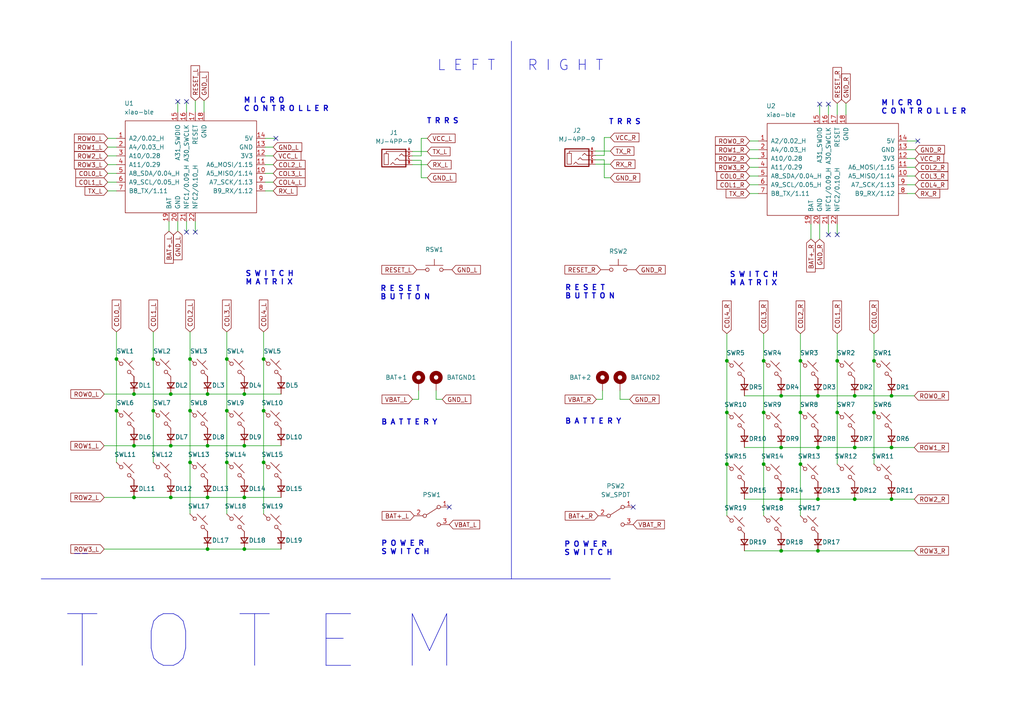
<source format=kicad_sch>
(kicad_sch (version 20211123) (generator eeschema)

  (uuid 4d1e609f-5432-4afb-8ee7-7d2d9aaaee48)

  (paper "A4")

  (title_block
    (title "Pulso split keyboard")
    (date "2023-02-02")
    (rev "0.3")
    (comment 1 "made by igor")
  )

  (lib_symbols
    (symbol "Device:D_Small" (pin_numbers hide) (pin_names (offset 0.254) hide) (in_bom yes) (on_board yes)
      (property "Reference" "D" (id 0) (at -1.27 2.032 0)
        (effects (font (size 1.27 1.27)) (justify left))
      )
      (property "Value" "D_Small" (id 1) (at -3.81 -2.032 0)
        (effects (font (size 1.27 1.27)) (justify left))
      )
      (property "Footprint" "" (id 2) (at 0 0 90)
        (effects (font (size 1.27 1.27)) hide)
      )
      (property "Datasheet" "~" (id 3) (at 0 0 90)
        (effects (font (size 1.27 1.27)) hide)
      )
      (property "ki_keywords" "diode" (id 4) (at 0 0 0)
        (effects (font (size 1.27 1.27)) hide)
      )
      (property "ki_description" "Diode, small symbol" (id 5) (at 0 0 0)
        (effects (font (size 1.27 1.27)) hide)
      )
      (property "ki_fp_filters" "TO-???* *_Diode_* *SingleDiode* D_*" (id 6) (at 0 0 0)
        (effects (font (size 1.27 1.27)) hide)
      )
      (symbol "D_Small_0_1"
        (polyline
          (pts
            (xy -0.762 -1.016)
            (xy -0.762 1.016)
          )
          (stroke (width 0.254) (type default) (color 0 0 0 0))
          (fill (type none))
        )
        (polyline
          (pts
            (xy -0.762 0)
            (xy 0.762 0)
          )
          (stroke (width 0) (type default) (color 0 0 0 0))
          (fill (type none))
        )
        (polyline
          (pts
            (xy 0.762 -1.016)
            (xy -0.762 0)
            (xy 0.762 1.016)
            (xy 0.762 -1.016)
          )
          (stroke (width 0.254) (type default) (color 0 0 0 0))
          (fill (type none))
        )
      )
      (symbol "D_Small_1_1"
        (pin passive line (at -2.54 0 0) (length 1.778)
          (name "K" (effects (font (size 1.27 1.27))))
          (number "1" (effects (font (size 1.27 1.27))))
        )
        (pin passive line (at 2.54 0 180) (length 1.778)
          (name "A" (effects (font (size 1.27 1.27))))
          (number "2" (effects (font (size 1.27 1.27))))
        )
      )
    )
    (symbol "Mechanical:MountingHole_Pad" (pin_numbers hide) (pin_names (offset 1.016) hide) (in_bom yes) (on_board yes)
      (property "Reference" "H" (id 0) (at 0 6.35 0)
        (effects (font (size 1.27 1.27)))
      )
      (property "Value" "MountingHole_Pad" (id 1) (at 0 4.445 0)
        (effects (font (size 1.27 1.27)))
      )
      (property "Footprint" "" (id 2) (at 0 0 0)
        (effects (font (size 1.27 1.27)) hide)
      )
      (property "Datasheet" "~" (id 3) (at 0 0 0)
        (effects (font (size 1.27 1.27)) hide)
      )
      (property "ki_keywords" "mounting hole" (id 4) (at 0 0 0)
        (effects (font (size 1.27 1.27)) hide)
      )
      (property "ki_description" "Mounting Hole with connection" (id 5) (at 0 0 0)
        (effects (font (size 1.27 1.27)) hide)
      )
      (property "ki_fp_filters" "MountingHole*Pad*" (id 6) (at 0 0 0)
        (effects (font (size 1.27 1.27)) hide)
      )
      (symbol "MountingHole_Pad_0_1"
        (circle (center 0 1.27) (radius 1.27)
          (stroke (width 1.27) (type default) (color 0 0 0 0))
          (fill (type none))
        )
      )
      (symbol "MountingHole_Pad_1_1"
        (pin input line (at 0 -2.54 90) (length 2.54)
          (name "1" (effects (font (size 1.27 1.27))))
          (number "1" (effects (font (size 1.27 1.27))))
        )
      )
    )
    (symbol "Switch:SW_Push" (pin_numbers hide) (pin_names (offset 1.016) hide) (in_bom yes) (on_board yes)
      (property "Reference" "SW" (id 0) (at 1.27 2.54 0)
        (effects (font (size 1.27 1.27)) (justify left))
      )
      (property "Value" "SW_Push" (id 1) (at 0 -1.524 0)
        (effects (font (size 1.27 1.27)))
      )
      (property "Footprint" "" (id 2) (at 0 5.08 0)
        (effects (font (size 1.27 1.27)) hide)
      )
      (property "Datasheet" "~" (id 3) (at 0 5.08 0)
        (effects (font (size 1.27 1.27)) hide)
      )
      (property "ki_keywords" "switch normally-open pushbutton push-button" (id 4) (at 0 0 0)
        (effects (font (size 1.27 1.27)) hide)
      )
      (property "ki_description" "Push button switch, generic, two pins" (id 5) (at 0 0 0)
        (effects (font (size 1.27 1.27)) hide)
      )
      (symbol "SW_Push_0_1"
        (circle (center -2.032 0) (radius 0.508)
          (stroke (width 0) (type default) (color 0 0 0 0))
          (fill (type none))
        )
        (polyline
          (pts
            (xy 0 1.27)
            (xy 0 3.048)
          )
          (stroke (width 0) (type default) (color 0 0 0 0))
          (fill (type none))
        )
        (polyline
          (pts
            (xy 2.54 1.27)
            (xy -2.54 1.27)
          )
          (stroke (width 0) (type default) (color 0 0 0 0))
          (fill (type none))
        )
        (circle (center 2.032 0) (radius 0.508)
          (stroke (width 0) (type default) (color 0 0 0 0))
          (fill (type none))
        )
        (pin passive line (at -5.08 0 0) (length 2.54)
          (name "1" (effects (font (size 1.27 1.27))))
          (number "1" (effects (font (size 1.27 1.27))))
        )
        (pin passive line (at 5.08 0 180) (length 2.54)
          (name "2" (effects (font (size 1.27 1.27))))
          (number "2" (effects (font (size 1.27 1.27))))
        )
      )
    )
    (symbol "Switch:SW_Push_45deg" (pin_numbers hide) (pin_names (offset 1.016) hide) (in_bom yes) (on_board yes)
      (property "Reference" "SW" (id 0) (at 3.048 1.016 0)
        (effects (font (size 1.27 1.27)) (justify left))
      )
      (property "Value" "SW_Push_45deg" (id 1) (at 0 -3.81 0)
        (effects (font (size 1.27 1.27)))
      )
      (property "Footprint" "" (id 2) (at 0 0 0)
        (effects (font (size 1.27 1.27)) hide)
      )
      (property "Datasheet" "~" (id 3) (at 0 0 0)
        (effects (font (size 1.27 1.27)) hide)
      )
      (property "ki_keywords" "switch normally-open pushbutton push-button" (id 4) (at 0 0 0)
        (effects (font (size 1.27 1.27)) hide)
      )
      (property "ki_description" "Push button switch, normally open, two pins, 45° tilted" (id 5) (at 0 0 0)
        (effects (font (size 1.27 1.27)) hide)
      )
      (symbol "SW_Push_45deg_0_1"
        (circle (center -1.1684 1.1684) (radius 0.508)
          (stroke (width 0) (type default) (color 0 0 0 0))
          (fill (type none))
        )
        (polyline
          (pts
            (xy -0.508 2.54)
            (xy 2.54 -0.508)
          )
          (stroke (width 0) (type default) (color 0 0 0 0))
          (fill (type none))
        )
        (polyline
          (pts
            (xy 1.016 1.016)
            (xy 2.032 2.032)
          )
          (stroke (width 0) (type default) (color 0 0 0 0))
          (fill (type none))
        )
        (polyline
          (pts
            (xy -2.54 2.54)
            (xy -1.524 1.524)
            (xy -1.524 1.524)
          )
          (stroke (width 0) (type default) (color 0 0 0 0))
          (fill (type none))
        )
        (polyline
          (pts
            (xy 1.524 -1.524)
            (xy 2.54 -2.54)
            (xy 2.54 -2.54)
            (xy 2.54 -2.54)
          )
          (stroke (width 0) (type default) (color 0 0 0 0))
          (fill (type none))
        )
        (circle (center 1.143 -1.1938) (radius 0.508)
          (stroke (width 0) (type default) (color 0 0 0 0))
          (fill (type none))
        )
        (pin passive line (at -2.54 2.54 0) (length 0)
          (name "1" (effects (font (size 1.27 1.27))))
          (number "1" (effects (font (size 1.27 1.27))))
        )
        (pin passive line (at 2.54 -2.54 180) (length 0)
          (name "2" (effects (font (size 1.27 1.27))))
          (number "2" (effects (font (size 1.27 1.27))))
        )
      )
    )
    (symbol "Switch:SW_SPDT" (pin_names (offset 0) hide) (in_bom yes) (on_board yes)
      (property "Reference" "SW" (id 0) (at 0 4.318 0)
        (effects (font (size 1.27 1.27)))
      )
      (property "Value" "SW_SPDT" (id 1) (at 0 -5.08 0)
        (effects (font (size 1.27 1.27)))
      )
      (property "Footprint" "" (id 2) (at 0 0 0)
        (effects (font (size 1.27 1.27)) hide)
      )
      (property "Datasheet" "~" (id 3) (at 0 0 0)
        (effects (font (size 1.27 1.27)) hide)
      )
      (property "ki_keywords" "switch single-pole double-throw spdt ON-ON" (id 4) (at 0 0 0)
        (effects (font (size 1.27 1.27)) hide)
      )
      (property "ki_description" "Switch, single pole double throw" (id 5) (at 0 0 0)
        (effects (font (size 1.27 1.27)) hide)
      )
      (symbol "SW_SPDT_0_0"
        (circle (center -2.032 0) (radius 0.508)
          (stroke (width 0) (type default) (color 0 0 0 0))
          (fill (type none))
        )
        (circle (center 2.032 -2.54) (radius 0.508)
          (stroke (width 0) (type default) (color 0 0 0 0))
          (fill (type none))
        )
      )
      (symbol "SW_SPDT_0_1"
        (polyline
          (pts
            (xy -1.524 0.254)
            (xy 1.651 2.286)
          )
          (stroke (width 0) (type default) (color 0 0 0 0))
          (fill (type none))
        )
        (circle (center 2.032 2.54) (radius 0.508)
          (stroke (width 0) (type default) (color 0 0 0 0))
          (fill (type none))
        )
      )
      (symbol "SW_SPDT_1_1"
        (pin passive line (at 5.08 2.54 180) (length 2.54)
          (name "A" (effects (font (size 1.27 1.27))))
          (number "1" (effects (font (size 1.27 1.27))))
        )
        (pin passive line (at -5.08 0 0) (length 2.54)
          (name "B" (effects (font (size 1.27 1.27))))
          (number "2" (effects (font (size 1.27 1.27))))
        )
        (pin passive line (at 5.08 -2.54 180) (length 2.54)
          (name "C" (effects (font (size 1.27 1.27))))
          (number "3" (effects (font (size 1.27 1.27))))
        )
      )
    )
    (symbol "kbd:MJ-4PP-9" (pin_names (offset 1.016)) (in_bom yes) (on_board yes)
      (property "Reference" "J" (id 0) (at 0 3.81 0)
        (effects (font (size 1.27 1.27)))
      )
      (property "Value" "MJ-4PP-9" (id 1) (at 0 -3.81 0)
        (effects (font (size 1.27 1.27)))
      )
      (property "Footprint" "" (id 2) (at 6.985 4.445 0)
        (effects (font (size 1.27 1.27)) hide)
      )
      (property "Datasheet" "~" (id 3) (at 6.985 4.445 0)
        (effects (font (size 1.27 1.27)) hide)
      )
      (property "ki_keywords" "audio jack receptable stereo headphones TRRS connector" (id 4) (at 0 0 0)
        (effects (font (size 1.27 1.27)) hide)
      )
      (property "ki_description" "4-pin (audio) jack receptable (stereo + 4th pin/TRRS connector), compatible with PJ320A" (id 5) (at 0 0 0)
        (effects (font (size 1.27 1.27)) hide)
      )
      (symbol "MJ-4PP-9_0_1"
        (rectangle (start -1.905 -1.905) (end -3.175 1.27)
          (stroke (width 0) (type default) (color 0 0 0 0))
          (fill (type none))
        )
        (polyline
          (pts
            (xy -2.54 1.27)
            (xy -2.54 1.905)
            (xy 3.175 1.905)
          )
          (stroke (width 0) (type default) (color 0 0 0 0))
          (fill (type none))
        )
        (polyline
          (pts
            (xy -1.27 -1.905)
            (xy -0.635 -1.27)
            (xy 0 -1.905)
            (xy 3.175 -1.905)
          )
          (stroke (width 0) (type default) (color 0 0 0 0))
          (fill (type none))
        )
        (polyline
          (pts
            (xy 0 -0.635)
            (xy 0.635 0)
            (xy 1.27 -0.635)
            (xy 3.175 -0.635)
          )
          (stroke (width 0) (type default) (color 0 0 0 0))
          (fill (type none))
        )
        (polyline
          (pts
            (xy 1.27 0.635)
            (xy 1.905 1.27)
            (xy 2.54 0.635)
            (xy 3.175 0.635)
          )
          (stroke (width 0) (type default) (color 0 0 0 0))
          (fill (type none))
        )
        (rectangle (start 3.175 2.54) (end -3.81 -2.54)
          (stroke (width 0.3048) (type default) (color 0 0 0 0))
          (fill (type none))
        )
      )
      (symbol "MJ-4PP-9_1_1"
        (pin input line (at 5.08 1.905 180) (length 2.0066)
          (name "~" (effects (font (size 0.508 0.508))))
          (number "A" (effects (font (size 0.7112 0.7112))))
        )
        (pin input line (at 5.08 -1.905 180) (length 2.0066)
          (name "~" (effects (font (size 0.508 0.508))))
          (number "B" (effects (font (size 0.7112 0.7112))))
        )
        (pin input line (at 5.08 -0.635 180) (length 2.0066)
          (name "~" (effects (font (size 0.508 0.508))))
          (number "C" (effects (font (size 0.7112 0.7112))))
        )
        (pin input line (at 5.08 0.635 180) (length 2.0066)
          (name "~" (effects (font (size 0.508 0.508))))
          (number "D" (effects (font (size 0.7112 0.7112))))
        )
      )
    )
    (symbol "mcu:xiao-ble" (pin_names (offset 1.016)) (in_bom yes) (on_board yes)
      (property "Reference" "U" (id 0) (at -17.78 16.51 0)
        (effects (font (size 1.27 1.27)))
      )
      (property "Value" "xiao-ble" (id 1) (at -15.24 13.97 0)
        (effects (font (size 1.27 1.27)))
      )
      (property "Footprint" "" (id 2) (at -7.62 5.08 0)
        (effects (font (size 1.27 1.27)) hide)
      )
      (property "Datasheet" "" (id 3) (at -7.62 5.08 0)
        (effects (font (size 1.27 1.27)) hide)
      )
      (symbol "xiao-ble_0_1"
        (rectangle (start -19.05 12.7) (end 19.05 -13.97)
          (stroke (width 0) (type default) (color 0 0 0 0))
          (fill (type none))
        )
      )
      (symbol "xiao-ble_1_1"
        (pin bidirectional line (at -21.59 7.62 0) (length 2.54)
          (name "A2/0.02_H" (effects (font (size 1.27 1.27))))
          (number "1" (effects (font (size 1.27 1.27))))
        )
        (pin bidirectional line (at 21.59 -2.54 180) (length 2.54)
          (name "A5_MISO/1.14" (effects (font (size 1.27 1.27))))
          (number "10" (effects (font (size 1.27 1.27))))
        )
        (pin bidirectional line (at 21.59 0 180) (length 2.54)
          (name "A6_MOSI/1.15" (effects (font (size 1.27 1.27))))
          (number "11" (effects (font (size 1.27 1.27))))
        )
        (pin power_out line (at 21.59 2.54 180) (length 2.54)
          (name "3V3" (effects (font (size 1.27 1.27))))
          (number "12" (effects (font (size 1.27 1.27))))
        )
        (pin power_out line (at 21.59 5.08 180) (length 2.54)
          (name "GND" (effects (font (size 1.27 1.27))))
          (number "13" (effects (font (size 1.27 1.27))))
        )
        (pin power_out line (at 21.59 7.62 180) (length 2.54)
          (name "5V" (effects (font (size 1.27 1.27))))
          (number "14" (effects (font (size 1.27 1.27))))
        )
        (pin input line (at -3.81 15.24 270) (length 2.54)
          (name "A31_SWDIO" (effects (font (size 1.27 1.27))))
          (number "15" (effects (font (size 1.27 1.27))))
        )
        (pin input line (at -1.27 15.24 270) (length 2.54)
          (name "A30_SWCLK" (effects (font (size 1.27 1.27))))
          (number "16" (effects (font (size 1.27 1.27))))
        )
        (pin input line (at 1.27 15.24 270) (length 2.54)
          (name "RESET" (effects (font (size 1.27 1.27))))
          (number "17" (effects (font (size 1.27 1.27))))
        )
        (pin power_out line (at 3.81 15.24 270) (length 2.54)
          (name "GND" (effects (font (size 1.27 1.27))))
          (number "18" (effects (font (size 1.27 1.27))))
        )
        (pin bidirectional line (at -6.35 -16.51 90) (length 2.54)
          (name "BAT" (effects (font (size 1.27 1.27))))
          (number "19" (effects (font (size 1.27 1.27))))
        )
        (pin bidirectional line (at -21.59 5.08 0) (length 2.54)
          (name "A4/0.03_H" (effects (font (size 1.27 1.27))))
          (number "2" (effects (font (size 1.27 1.27))))
        )
        (pin power_out line (at -3.81 -16.51 90) (length 2.54)
          (name "GND" (effects (font (size 1.27 1.27))))
          (number "20" (effects (font (size 1.27 1.27))))
        )
        (pin bidirectional line (at -1.27 -16.51 90) (length 2.54)
          (name "NFC1/0.09_H" (effects (font (size 1.27 1.27))))
          (number "21" (effects (font (size 1.27 1.27))))
        )
        (pin bidirectional line (at 1.27 -16.51 90) (length 2.54)
          (name "NFC2/0.10_H" (effects (font (size 1.27 1.27))))
          (number "22" (effects (font (size 1.27 1.27))))
        )
        (pin bidirectional line (at -21.59 2.54 0) (length 2.54)
          (name "A10/0.28" (effects (font (size 1.27 1.27))))
          (number "3" (effects (font (size 1.27 1.27))))
        )
        (pin bidirectional line (at -21.59 0 0) (length 2.54)
          (name "A11/0.29" (effects (font (size 1.27 1.27))))
          (number "4" (effects (font (size 1.27 1.27))))
        )
        (pin bidirectional line (at -21.59 -2.54 0) (length 2.54)
          (name "A8_SDA/0.04_H" (effects (font (size 1.27 1.27))))
          (number "5" (effects (font (size 1.27 1.27))))
        )
        (pin bidirectional line (at -21.59 -5.08 0) (length 2.54)
          (name "A9_SCL/0.05_H" (effects (font (size 1.27 1.27))))
          (number "6" (effects (font (size 1.27 1.27))))
        )
        (pin bidirectional line (at -21.59 -7.62 0) (length 2.54)
          (name "B8_TX/1.11" (effects (font (size 1.27 1.27))))
          (number "7" (effects (font (size 1.27 1.27))))
        )
        (pin bidirectional line (at 21.59 -7.62 180) (length 2.54)
          (name "B9_RX/1.12" (effects (font (size 1.27 1.27))))
          (number "8" (effects (font (size 1.27 1.27))))
        )
        (pin bidirectional line (at 21.59 -5.08 180) (length 2.54)
          (name "A7_SCK/1.13" (effects (font (size 1.27 1.27))))
          (number "9" (effects (font (size 1.27 1.27))))
        )
      )
    )
  )

  (junction (at 33.782 104.14) (diameter 0) (color 0 0 0 0)
    (uuid 00b3b1f1-840b-4e58-9c51-e1ad591adf77)
  )
  (junction (at 226.568 129.794) (diameter 0) (color 0 0 0 0)
    (uuid 06710795-3135-446b-80ae-5e1bea644528)
  )
  (junction (at 49.53 114.3) (diameter 0) (color 0 0 0 0)
    (uuid 0823ae04-2ad7-4806-a401-4c68b8704156)
  )
  (junction (at 44.45 119.126) (diameter 0) (color 0 0 0 0)
    (uuid 12e29d99-a29a-4827-b9ec-b8b260d9bf92)
  )
  (junction (at 55.118 119.126) (diameter 0) (color 0 0 0 0)
    (uuid 1f286613-20f3-4ad1-8f7f-2fec857054a1)
  )
  (junction (at 70.866 129.286) (diameter 0) (color 0 0 0 0)
    (uuid 28181998-3d42-4d80-a39f-fee10e035945)
  )
  (junction (at 226.568 144.78) (diameter 0) (color 0 0 0 0)
    (uuid 28d10ee0-4a16-4d0e-96c6-ce05c5dae587)
  )
  (junction (at 226.568 159.766) (diameter 0) (color 0 0 0 0)
    (uuid 2b870d2e-9576-497e-8c0b-44f9463d28b2)
  )
  (junction (at 237.236 114.808) (diameter 0) (color 0 0 0 0)
    (uuid 2bd784aa-d30d-4f97-93ea-636873d49e36)
  )
  (junction (at 49.53 144.272) (diameter 0) (color 0 0 0 0)
    (uuid 317ace68-af84-43b8-b290-af9e07d1d07c)
  )
  (junction (at 232.156 119.634) (diameter 0) (color 0 0 0 0)
    (uuid 396037a6-e91b-4e87-9077-f68857bfe1c4)
  )
  (junction (at 258.572 144.78) (diameter 0) (color 0 0 0 0)
    (uuid 3b36577f-cdb1-4577-8d59-377b0e4904ff)
  )
  (junction (at 76.454 104.14) (diameter 0) (color 0 0 0 0)
    (uuid 3da8ef01-42c0-49b5-93b1-f1fedb484394)
  )
  (junction (at 70.866 144.272) (diameter 0) (color 0 0 0 0)
    (uuid 3ed5dcd2-cb20-4066-bd4b-92cbbcfbc489)
  )
  (junction (at 221.488 119.634) (diameter 0) (color 0 0 0 0)
    (uuid 3ffd82c5-51d0-4e97-9aae-031a20f58ac9)
  )
  (junction (at 237.236 159.766) (diameter 0) (color 0 0 0 0)
    (uuid 41dfc458-daa9-4458-a0bb-cbe65365ab3c)
  )
  (junction (at 247.904 144.78) (diameter 0) (color 0 0 0 0)
    (uuid 461817a3-50ca-4fae-a712-4942f79ae139)
  )
  (junction (at 76.454 119.126) (diameter 0) (color 0 0 0 0)
    (uuid 461cca8b-f20d-436a-b59f-e078d16e2a04)
  )
  (junction (at 44.45 104.14) (diameter 0) (color 0 0 0 0)
    (uuid 48e5a361-7cab-47e8-9e4b-e58699cb656b)
  )
  (junction (at 70.866 114.3) (diameter 0) (color 0 0 0 0)
    (uuid 4c9f5d6d-df50-4f17-b925-4e9559133737)
  )
  (junction (at 210.82 134.62) (diameter 0) (color 0 0 0 0)
    (uuid 5f753566-e61e-4541-ad57-bc79d34b94d5)
  )
  (junction (at 232.156 134.62) (diameter 0) (color 0 0 0 0)
    (uuid 613bf4e9-e8d7-44af-91d5-8d4ac490a71c)
  )
  (junction (at 55.118 104.14) (diameter 0) (color 0 0 0 0)
    (uuid 68160d7e-f79c-4a33-a415-2f2ce85a90f5)
  )
  (junction (at 247.904 129.794) (diameter 0) (color 0 0 0 0)
    (uuid 6b6cc145-4282-4d4a-9204-08024cd04099)
  )
  (junction (at 242.824 104.648) (diameter 0) (color 0 0 0 0)
    (uuid 6d71dc3e-dca3-457c-9a90-59d15c92315b)
  )
  (junction (at 60.198 144.272) (diameter 0) (color 0 0 0 0)
    (uuid 76078e6d-7374-4527-83cd-1d28d0ad2730)
  )
  (junction (at 38.862 144.272) (diameter 0) (color 0 0 0 0)
    (uuid 79c9c1d5-0dde-4ddd-9ba7-a7eacbace8d3)
  )
  (junction (at 232.156 104.648) (diameter 0) (color 0 0 0 0)
    (uuid 7a859eed-da10-4bff-b4c8-3684a64bc415)
  )
  (junction (at 247.904 114.808) (diameter 0) (color 0 0 0 0)
    (uuid 85328f25-6ce8-4af6-b4bf-4cbaa9e124bc)
  )
  (junction (at 210.82 104.648) (diameter 0) (color 0 0 0 0)
    (uuid 9f3c3695-48ba-4bf5-8c2d-a17948240dc6)
  )
  (junction (at 65.786 104.14) (diameter 0) (color 0 0 0 0)
    (uuid a2f9f496-e054-41d6-86d1-dd9815f709ba)
  )
  (junction (at 60.198 114.3) (diameter 0) (color 0 0 0 0)
    (uuid a57c4240-3d7e-4644-8613-91d0711ad577)
  )
  (junction (at 60.198 159.258) (diameter 0) (color 0 0 0 0)
    (uuid a84297c2-23d9-40c6-b319-67cd31aee3f9)
  )
  (junction (at 258.572 129.794) (diameter 0) (color 0 0 0 0)
    (uuid a9217d8e-9606-400b-9256-ec51d6a98a2d)
  )
  (junction (at 49.53 129.286) (diameter 0) (color 0 0 0 0)
    (uuid aa720e16-7104-4d9c-9058-23fe0537fe69)
  )
  (junction (at 33.782 119.126) (diameter 0) (color 0 0 0 0)
    (uuid ad492f85-8786-4cd5-902f-00e8d0a88dcb)
  )
  (junction (at 258.572 114.808) (diameter 0) (color 0 0 0 0)
    (uuid b1f7fadd-c71d-4a99-8018-43a96016570c)
  )
  (junction (at 70.866 159.258) (diameter 0) (color 0 0 0 0)
    (uuid bba38b4a-84e7-4b81-aa45-2458ef3dd00f)
  )
  (junction (at 237.236 129.794) (diameter 0) (color 0 0 0 0)
    (uuid bde5db9f-664c-4f1d-af69-55742569178b)
  )
  (junction (at 221.488 134.62) (diameter 0) (color 0 0 0 0)
    (uuid bf18cd36-6341-425b-9a83-40a5bbd41268)
  )
  (junction (at 55.118 134.112) (diameter 0) (color 0 0 0 0)
    (uuid c9c0eb6d-55d7-401d-a6ad-9e4ab7850d2e)
  )
  (junction (at 253.492 119.634) (diameter 0) (color 0 0 0 0)
    (uuid d8b5eb0c-2ec3-4dd1-9d69-300725bd8045)
  )
  (junction (at 242.824 119.634) (diameter 0) (color 0 0 0 0)
    (uuid e486e93a-314c-464b-a6fd-330bd3ba7613)
  )
  (junction (at 38.862 129.286) (diameter 0) (color 0 0 0 0)
    (uuid e8ab7fb6-f091-4552-a7e6-d50e7d99d366)
  )
  (junction (at 65.786 119.126) (diameter 0) (color 0 0 0 0)
    (uuid e8c905c7-3671-44e3-9f23-747f052432a1)
  )
  (junction (at 76.454 134.112) (diameter 0) (color 0 0 0 0)
    (uuid edc870e3-145f-4db3-bb4d-01346e32d54a)
  )
  (junction (at 65.786 134.112) (diameter 0) (color 0 0 0 0)
    (uuid f18815ce-73f9-4672-825b-5079a9024b5e)
  )
  (junction (at 226.568 114.808) (diameter 0) (color 0 0 0 0)
    (uuid f354663a-0cb8-48c0-9829-7562440553af)
  )
  (junction (at 60.198 129.286) (diameter 0) (color 0 0 0 0)
    (uuid f504aeff-81ed-49d1-b963-d507a490be53)
  )
  (junction (at 237.236 144.78) (diameter 0) (color 0 0 0 0)
    (uuid f79625e7-b71f-4042-b21a-16a874945f81)
  )
  (junction (at 38.862 114.3) (diameter 0) (color 0 0 0 0)
    (uuid f7d58153-e90b-4d7f-ac48-c2f063a21d02)
  )
  (junction (at 253.492 104.648) (diameter 0) (color 0 0 0 0)
    (uuid f9061ec3-d2a9-4b64-aedd-968d1766cc69)
  )
  (junction (at 221.488 104.648) (diameter 0) (color 0 0 0 0)
    (uuid fb47a420-cf54-43d4-aa4e-06496393b3e5)
  )
  (junction (at 210.82 119.634) (diameter 0) (color 0 0 0 0)
    (uuid ff7b7753-0669-4700-8e89-3a2391502854)
  )

  (no_connect (at 237.744 30.226) (uuid 4a62b8d0-6e26-46a9-88ce-77af2722e92a))
  (no_connect (at 240.284 30.226) (uuid 4a62b8d0-6e26-46a9-88ce-77af2722e92b))
  (no_connect (at 54.102 67.31) (uuid 6a9171bf-1129-4f13-ba59-c8308abb87ad))
  (no_connect (at 56.642 67.31) (uuid 6a9171bf-1129-4f13-ba59-c8308abb87ae))
  (no_connect (at 183.642 147.066) (uuid 839c3f08-6a29-445c-ab5c-00a08c3769a9))
  (no_connect (at 54.102 29.464) (uuid 85787ec2-9e13-474f-8322-a19f08ed4654))
  (no_connect (at 51.562 29.464) (uuid 85787ec2-9e13-474f-8322-a19f08ed4655))
  (no_connect (at 266.192 40.894) (uuid b540916f-12c5-439a-aa68-15913682db20))
  (no_connect (at 80.01 40.132) (uuid f048eeb7-79d2-4145-b78d-f16aa32cb282))
  (no_connect (at 130.302 147.066) (uuid f4b0bd90-e3f9-4f1c-9405-c6e3aa1a75cd))
  (no_connect (at 242.824 68.072) (uuid f69e8b8d-ea0b-4bda-8d95-142ee9417c15))
  (no_connect (at 240.284 68.072) (uuid f69e8b8d-ea0b-4bda-8d95-142ee9417c16))

  (wire (pts (xy 215.9 144.78) (xy 226.568 144.78))
    (stroke (width 0) (type default) (color 0 0 0 0))
    (uuid 00280292-8452-4d00-a7ed-6d930fb1c472)
  )
  (wire (pts (xy 49.022 64.262) (xy 49.022 67.056))
    (stroke (width 0) (type default) (color 0 0 0 0))
    (uuid 01f9e0f1-621a-4950-9891-dfe2d70311c9)
  )
  (wire (pts (xy 217.424 40.894) (xy 219.964 40.894))
    (stroke (width 0) (type default) (color 0 0 0 0))
    (uuid 0227582d-e389-4dfd-8edb-2e2001cbddf1)
  )
  (wire (pts (xy 215.9 129.794) (xy 226.568 129.794))
    (stroke (width 0) (type default) (color 0 0 0 0))
    (uuid 035c0b33-ecb8-4f91-b98c-354a13952fed)
  )
  (wire (pts (xy 247.904 114.808) (xy 258.572 114.808))
    (stroke (width 0) (type default) (color 0 0 0 0))
    (uuid 0745ff97-f214-48f3-beda-51bff2ed39f3)
  )
  (wire (pts (xy 179.832 113.284) (xy 179.832 115.824))
    (stroke (width 0) (type default) (color 0 0 0 0))
    (uuid 07d69ca5-f6e3-4a26-9bd0-40b009531615)
  )
  (wire (pts (xy 76.962 40.132) (xy 80.01 40.132))
    (stroke (width 0) (type default) (color 0 0 0 0))
    (uuid 0a3f1e00-9650-48a0-9ea7-4666325ca804)
  )
  (wire (pts (xy 253.492 96.774) (xy 253.492 104.648))
    (stroke (width 0) (type default) (color 0 0 0 0))
    (uuid 0f9eca88-65b4-4062-92f9-ac279f9c2d37)
  )
  (wire (pts (xy 126.492 115.824) (xy 128.27 115.824))
    (stroke (width 0) (type default) (color 0 0 0 0))
    (uuid 0fed6e94-679d-4a68-9f2e-b63fc8ab8afd)
  )
  (wire (pts (xy 126.492 113.284) (xy 126.492 115.824))
    (stroke (width 0) (type default) (color 0 0 0 0))
    (uuid 10276b45-f69e-4d9e-a2bd-1ce53d6e4316)
  )
  (wire (pts (xy 56.642 29.21) (xy 56.642 32.512))
    (stroke (width 0) (type default) (color 0 0 0 0))
    (uuid 1d04e376-d1d5-40a1-bf63-6a9880a25426)
  )
  (wire (pts (xy 65.786 104.14) (xy 65.786 119.126))
    (stroke (width 0) (type default) (color 0 0 0 0))
    (uuid 1ffb61df-62d8-43e0-ae8e-fa3680f3601b)
  )
  (wire (pts (xy 263.144 51.054) (xy 265.43 51.054))
    (stroke (width 0) (type default) (color 0 0 0 0))
    (uuid 20fb277e-77ae-448f-b0a6-ac8305afc629)
  )
  (wire (pts (xy 240.284 65.024) (xy 240.284 68.072))
    (stroke (width 0) (type default) (color 0 0 0 0))
    (uuid 227de40d-89fe-496b-be3b-8e55a5e2320b)
  )
  (wire (pts (xy 49.53 144.272) (xy 60.198 144.272))
    (stroke (width 0) (type default) (color 0 0 0 0))
    (uuid 24afaf9e-33aa-4f2b-b422-2fd0fdd0d8d3)
  )
  (wire (pts (xy 210.82 96.774) (xy 210.82 104.648))
    (stroke (width 0) (type default) (color 0 0 0 0))
    (uuid 26f1e9d7-25bc-425f-979c-6ecd2b921537)
  )
  (wire (pts (xy 31.242 40.132) (xy 33.782 40.132))
    (stroke (width 0) (type default) (color 0 0 0 0))
    (uuid 28e89341-5e35-4bfe-93fd-828a89744932)
  )
  (wire (pts (xy 217.424 56.134) (xy 219.964 56.134))
    (stroke (width 0) (type default) (color 0 0 0 0))
    (uuid 2db31aca-56b3-4801-b61a-a239fce9a93f)
  )
  (wire (pts (xy 122.174 40.132) (xy 122.174 45.212))
    (stroke (width 0) (type default) (color 0 0 0 0))
    (uuid 2db34d22-f497-47df-9dab-3e66b3f28f5f)
  )
  (wire (pts (xy 175.26 46.355) (xy 175.26 51.562))
    (stroke (width 0) (type default) (color 0 0 0 0))
    (uuid 2db7f29b-a339-497a-91cb-eaa02f786b3e)
  )
  (wire (pts (xy 70.866 129.286) (xy 81.534 129.286))
    (stroke (width 0) (type default) (color 0 0 0 0))
    (uuid 32d5959a-bf37-4ec9-9a37-fb44bee31b77)
  )
  (wire (pts (xy 226.568 144.78) (xy 237.236 144.78))
    (stroke (width 0) (type default) (color 0 0 0 0))
    (uuid 34084487-be7c-4e96-91fe-0a07fd63f99c)
  )
  (wire (pts (xy 210.82 134.62) (xy 210.82 149.606))
    (stroke (width 0) (type default) (color 0 0 0 0))
    (uuid 3517a990-90d5-4a6e-89f2-2add22b1a4a9)
  )
  (wire (pts (xy 210.82 119.634) (xy 210.82 134.62))
    (stroke (width 0) (type default) (color 0 0 0 0))
    (uuid 38bbd938-00e8-4b05-9317-05c2aeb551db)
  )
  (wire (pts (xy 237.236 114.808) (xy 247.904 114.808))
    (stroke (width 0) (type default) (color 0 0 0 0))
    (uuid 39f32492-1b61-4070-892e-85202bbe82e6)
  )
  (wire (pts (xy 217.424 51.054) (xy 219.964 51.054))
    (stroke (width 0) (type default) (color 0 0 0 0))
    (uuid 3c715446-21a0-47fe-842c-6b3c6eff4c19)
  )
  (wire (pts (xy 65.786 119.126) (xy 65.786 134.112))
    (stroke (width 0) (type default) (color 0 0 0 0))
    (uuid 3c9fb477-f16c-412e-92bf-1e9c37fb4383)
  )
  (wire (pts (xy 263.144 43.434) (xy 265.43 43.434))
    (stroke (width 0) (type default) (color 0 0 0 0))
    (uuid 3d009266-3a68-400c-be66-2c4b4e231cf6)
  )
  (wire (pts (xy 55.118 134.112) (xy 55.118 149.098))
    (stroke (width 0) (type default) (color 0 0 0 0))
    (uuid 41f35458-cb9b-473c-80cb-9576ebea8976)
  )
  (wire (pts (xy 122.174 46.482) (xy 122.174 51.562))
    (stroke (width 0) (type default) (color 0 0 0 0))
    (uuid 48e69398-a97f-4cd8-89f5-8efb2e410f7c)
  )
  (wire (pts (xy 38.862 129.286) (xy 49.53 129.286))
    (stroke (width 0) (type default) (color 0 0 0 0))
    (uuid 4b23f63a-546c-4c47-aa6f-c64de8ea900d)
  )
  (wire (pts (xy 76.454 104.14) (xy 76.454 119.126))
    (stroke (width 0) (type default) (color 0 0 0 0))
    (uuid 4c6e788d-b71a-43ea-952d-068d8a8cfa7b)
  )
  (wire (pts (xy 242.824 104.648) (xy 242.824 119.634))
    (stroke (width 0) (type default) (color 0 0 0 0))
    (uuid 4c7a8e87-fb1c-476f-b382-e62bb328dca6)
  )
  (wire (pts (xy 232.156 96.774) (xy 232.156 104.648))
    (stroke (width 0) (type default) (color 0 0 0 0))
    (uuid 4cef57ba-4a53-4643-9122-d62b1b55660b)
  )
  (wire (pts (xy 215.9 114.808) (xy 226.568 114.808))
    (stroke (width 0) (type default) (color 0 0 0 0))
    (uuid 4d849caf-e714-4a4c-9059-df9d9d375f39)
  )
  (wire (pts (xy 76.962 45.212) (xy 79.248 45.212))
    (stroke (width 0) (type default) (color 0 0 0 0))
    (uuid 4eb11f41-fc2f-40ff-93df-e4e9c2448fed)
  )
  (wire (pts (xy 31.242 47.752) (xy 33.782 47.752))
    (stroke (width 0) (type default) (color 0 0 0 0))
    (uuid 4f9b1e2d-6036-43be-b3c5-4f5dcd28d404)
  )
  (wire (pts (xy 54.102 29.464) (xy 54.102 32.512))
    (stroke (width 0) (type default) (color 0 0 0 0))
    (uuid 514ca378-c17f-40e4-9934-0d0d4e98ab90)
  )
  (wire (pts (xy 172.72 47.625) (xy 177.038 47.625))
    (stroke (width 0) (type default) (color 0 0 0 0))
    (uuid 533138fa-4786-4f4b-ac31-5179ab5438b8)
  )
  (wire (pts (xy 217.424 48.514) (xy 219.964 48.514))
    (stroke (width 0) (type default) (color 0 0 0 0))
    (uuid 55f4ce5c-5ade-4b5d-b3ff-a4f998f63090)
  )
  (wire (pts (xy 30.226 129.286) (xy 38.862 129.286))
    (stroke (width 0) (type default) (color 0 0 0 0))
    (uuid 57be7bfd-ab51-478a-8665-85db28727cbc)
  )
  (wire (pts (xy 237.744 65.024) (xy 237.744 69.342))
    (stroke (width 0) (type default) (color 0 0 0 0))
    (uuid 58eb4bc5-abe9-4474-bd2c-68770d257017)
  )
  (wire (pts (xy 76.962 52.832) (xy 79.248 52.832))
    (stroke (width 0) (type default) (color 0 0 0 0))
    (uuid 59a3fa6a-d815-4914-95be-550b309a5614)
  )
  (wire (pts (xy 253.492 104.648) (xy 253.492 119.634))
    (stroke (width 0) (type default) (color 0 0 0 0))
    (uuid 5ac646b7-e86e-4528-add6-1a70c2099269)
  )
  (wire (pts (xy 38.862 144.272) (xy 49.53 144.272))
    (stroke (width 0) (type default) (color 0 0 0 0))
    (uuid 5f0b2b6d-a0fd-47a3-8667-5f226fedb517)
  )
  (wire (pts (xy 51.562 29.464) (xy 51.562 32.512))
    (stroke (width 0) (type default) (color 0 0 0 0))
    (uuid 630a5f35-0fdb-45da-ae14-b4fcb5456dd8)
  )
  (wire (pts (xy 76.962 55.372) (xy 79.248 55.372))
    (stroke (width 0) (type default) (color 0 0 0 0))
    (uuid 642d203b-9be1-46e0-9e41-c1dc7808cdc5)
  )
  (polyline (pts (xy 21.59 160.528) (xy 25.4 160.528))
    (stroke (width 0) (type default) (color 0 0 0 0))
    (uuid 672ea514-758d-4298-b818-0ee4f5667057)
  )

  (wire (pts (xy 263.144 56.134) (xy 265.43 56.134))
    (stroke (width 0) (type default) (color 0 0 0 0))
    (uuid 6bf3ea73-ce95-4dd0-837d-04b220b8e0c7)
  )
  (wire (pts (xy 263.144 40.894) (xy 266.192 40.894))
    (stroke (width 0) (type default) (color 0 0 0 0))
    (uuid 6f900755-7d19-469b-b1db-3e2b3b5b8a28)
  )
  (wire (pts (xy 215.9 159.766) (xy 226.568 159.766))
    (stroke (width 0) (type default) (color 0 0 0 0))
    (uuid 6fe2f762-731f-470b-81b0-319cf59beae4)
  )
  (wire (pts (xy 70.866 114.3) (xy 81.534 114.3))
    (stroke (width 0) (type default) (color 0 0 0 0))
    (uuid 719babdd-d62f-44c2-b0a4-f60c2cdb6cc3)
  )
  (wire (pts (xy 175.26 51.562) (xy 177.038 51.562))
    (stroke (width 0) (type default) (color 0 0 0 0))
    (uuid 7215cc52-8fa5-4343-a8ec-6afcc9706ac3)
  )
  (wire (pts (xy 258.572 129.794) (xy 265.176 129.794))
    (stroke (width 0) (type default) (color 0 0 0 0))
    (uuid 739c0653-fb89-41a0-9e55-ea3cb371a97a)
  )
  (wire (pts (xy 263.144 48.514) (xy 265.43 48.514))
    (stroke (width 0) (type default) (color 0 0 0 0))
    (uuid 775d5b08-5a3f-49e2-b6af-17694dd41e92)
  )
  (wire (pts (xy 242.824 119.634) (xy 242.824 134.62))
    (stroke (width 0) (type default) (color 0 0 0 0))
    (uuid 79268689-1bf7-4b67-99a5-3de741873baf)
  )
  (wire (pts (xy 33.782 96.266) (xy 33.782 104.14))
    (stroke (width 0) (type default) (color 0 0 0 0))
    (uuid 7cb815b1-e39e-4cb7-93b0-a95394bb3795)
  )
  (wire (pts (xy 76.454 96.266) (xy 76.454 104.14))
    (stroke (width 0) (type default) (color 0 0 0 0))
    (uuid 7fb40e25-187a-4c82-bab3-33f70e10a38e)
  )
  (wire (pts (xy 122.174 40.132) (xy 123.952 40.132))
    (stroke (width 0) (type default) (color 0 0 0 0))
    (uuid 80ab4a57-83bf-4e0d-a779-bccae0faa98d)
  )
  (wire (pts (xy 232.156 119.634) (xy 232.156 134.62))
    (stroke (width 0) (type default) (color 0 0 0 0))
    (uuid 80f37a89-30c4-48e5-9870-ac5e3d8aca91)
  )
  (wire (pts (xy 177.038 39.878) (xy 175.26 39.878))
    (stroke (width 0) (type default) (color 0 0 0 0))
    (uuid 8377cdd6-9773-4d1a-9f02-1ad3bf946a25)
  )
  (wire (pts (xy 258.572 144.78) (xy 265.176 144.78))
    (stroke (width 0) (type default) (color 0 0 0 0))
    (uuid 8aea9c46-e1dc-488b-8003-fded3fcc176f)
  )
  (wire (pts (xy 31.242 45.212) (xy 33.782 45.212))
    (stroke (width 0) (type default) (color 0 0 0 0))
    (uuid 8b0603d8-3e29-4f14-9dbd-d23e05f903f2)
  )
  (wire (pts (xy 237.236 159.766) (xy 265.176 159.766))
    (stroke (width 0) (type default) (color 0 0 0 0))
    (uuid 8b08737a-1a31-4e98-988d-da5732169f35)
  )
  (wire (pts (xy 65.786 96.266) (xy 65.786 104.14))
    (stroke (width 0) (type default) (color 0 0 0 0))
    (uuid 8b2f988a-e984-42da-85af-820ce9f53019)
  )
  (wire (pts (xy 76.454 134.112) (xy 76.454 149.098))
    (stroke (width 0) (type default) (color 0 0 0 0))
    (uuid 8d4395fc-d218-4907-a342-382d187379f7)
  )
  (wire (pts (xy 119.634 115.824) (xy 121.412 115.824))
    (stroke (width 0) (type default) (color 0 0 0 0))
    (uuid 8e803e6c-f81a-4029-b4e8-96dffc9d9dc1)
  )
  (wire (pts (xy 221.488 104.648) (xy 221.488 119.634))
    (stroke (width 0) (type default) (color 0 0 0 0))
    (uuid 90ac1051-7183-48d9-a67c-7a24fdcfa22e)
  )
  (wire (pts (xy 242.824 96.774) (xy 242.824 104.648))
    (stroke (width 0) (type default) (color 0 0 0 0))
    (uuid 916b4448-551f-453f-894a-fe4a117a80f7)
  )
  (wire (pts (xy 242.824 65.024) (xy 242.824 68.072))
    (stroke (width 0) (type default) (color 0 0 0 0))
    (uuid 921021c7-7732-4730-bbcc-3ac9dad25d12)
  )
  (wire (pts (xy 119.634 47.752) (xy 123.952 47.752))
    (stroke (width 0) (type default) (color 0 0 0 0))
    (uuid 92f402f5-bca9-4286-ba6c-b5ed19892ea2)
  )
  (wire (pts (xy 226.568 159.766) (xy 237.236 159.766))
    (stroke (width 0) (type default) (color 0 0 0 0))
    (uuid 942ac092-05c6-4ef7-b9a0-1f18eedfdfde)
  )
  (wire (pts (xy 119.634 45.212) (xy 122.174 45.212))
    (stroke (width 0) (type default) (color 0 0 0 0))
    (uuid 965d63c3-294b-45ab-b26e-0731d82a19dd)
  )
  (wire (pts (xy 221.488 134.62) (xy 221.488 149.606))
    (stroke (width 0) (type default) (color 0 0 0 0))
    (uuid 9950cc35-4b83-4d9c-bc0f-2592d5f9eb72)
  )
  (wire (pts (xy 119.634 43.942) (xy 123.952 43.942))
    (stroke (width 0) (type default) (color 0 0 0 0))
    (uuid a0fe5815-efa5-4a90-9ef0-d707f3ca0df2)
  )
  (wire (pts (xy 237.236 144.78) (xy 247.904 144.78))
    (stroke (width 0) (type default) (color 0 0 0 0))
    (uuid a52c6362-9775-4c1e-a2da-f8543e88b574)
  )
  (wire (pts (xy 245.364 29.972) (xy 245.364 33.274))
    (stroke (width 0) (type default) (color 0 0 0 0))
    (uuid a548612a-ee71-4f83-96c8-0507ce881b14)
  )
  (polyline (pts (xy 148.336 11.938) (xy 148.336 167.894))
    (stroke (width 0) (type solid) (color 0 0 0 0))
    (uuid a60e6c16-7669-4f0a-8959-4baff84e66ac)
  )

  (wire (pts (xy 121.412 115.824) (xy 121.412 113.284))
    (stroke (width 0) (type default) (color 0 0 0 0))
    (uuid a7d8382e-cadc-46f7-88ab-bb66e2ec9c68)
  )
  (wire (pts (xy 30.226 114.3) (xy 38.862 114.3))
    (stroke (width 0) (type default) (color 0 0 0 0))
    (uuid a7e9a357-f3fb-4402-b0a8-e63bb4605912)
  )
  (wire (pts (xy 76.454 119.126) (xy 76.454 134.112))
    (stroke (width 0) (type default) (color 0 0 0 0))
    (uuid acea6535-28b8-41a9-99f9-35584955a31e)
  )
  (wire (pts (xy 59.182 29.21) (xy 59.182 32.512))
    (stroke (width 0) (type default) (color 0 0 0 0))
    (uuid b04b447d-e63f-4468-a829-ec6d659d9841)
  )
  (wire (pts (xy 49.53 129.286) (xy 60.198 129.286))
    (stroke (width 0) (type default) (color 0 0 0 0))
    (uuid b14b0a12-2680-4d87-9794-146c00380946)
  )
  (wire (pts (xy 122.174 51.562) (xy 123.952 51.562))
    (stroke (width 0) (type default) (color 0 0 0 0))
    (uuid b21e88a9-23f6-4133-8e01-45acc609bdb4)
  )
  (wire (pts (xy 31.242 50.292) (xy 33.782 50.292))
    (stroke (width 0) (type default) (color 0 0 0 0))
    (uuid b507d4bc-a565-418d-81c5-08b2de82564c)
  )
  (wire (pts (xy 258.572 114.808) (xy 265.176 114.808))
    (stroke (width 0) (type default) (color 0 0 0 0))
    (uuid b57c5af6-ab69-4045-920a-43a80278941b)
  )
  (wire (pts (xy 263.144 45.974) (xy 265.43 45.974))
    (stroke (width 0) (type default) (color 0 0 0 0))
    (uuid b6cabf3d-5dcd-42f0-987f-7cb3393d6417)
  )
  (polyline (pts (xy 11.938 167.894) (xy 177.038 167.894))
    (stroke (width 0) (type solid) (color 0 0 0 0))
    (uuid b77339f2-40da-4107-86ba-75fbf15e8fe7)
  )

  (wire (pts (xy 60.198 144.272) (xy 70.866 144.272))
    (stroke (width 0) (type default) (color 0 0 0 0))
    (uuid b778c64d-3d78-436d-bc58-08ed813400e9)
  )
  (wire (pts (xy 242.824 29.972) (xy 242.824 33.274))
    (stroke (width 0) (type default) (color 0 0 0 0))
    (uuid b7a6d327-3994-457e-ad08-18d66d6c628f)
  )
  (wire (pts (xy 172.974 115.824) (xy 174.752 115.824))
    (stroke (width 0) (type default) (color 0 0 0 0))
    (uuid b8667de9-258d-40b4-ab07-416f73995e40)
  )
  (wire (pts (xy 247.904 129.794) (xy 258.572 129.794))
    (stroke (width 0) (type default) (color 0 0 0 0))
    (uuid b93d74a6-114c-4d84-bad7-359bb21f51e6)
  )
  (wire (pts (xy 237.744 30.226) (xy 237.744 33.274))
    (stroke (width 0) (type default) (color 0 0 0 0))
    (uuid b9ba6b13-294e-4ac7-9aba-94586fdfef6d)
  )
  (wire (pts (xy 172.72 46.355) (xy 175.26 46.355))
    (stroke (width 0) (type default) (color 0 0 0 0))
    (uuid bb0aa426-051e-48fe-b5da-5412645c3a2a)
  )
  (wire (pts (xy 226.568 114.808) (xy 237.236 114.808))
    (stroke (width 0) (type default) (color 0 0 0 0))
    (uuid bceed615-63e9-4a5c-9a1f-af58c08352f4)
  )
  (wire (pts (xy 56.642 64.262) (xy 56.642 67.31))
    (stroke (width 0) (type default) (color 0 0 0 0))
    (uuid c0234d51-5b38-48f1-a5d0-6bb88e8c0d58)
  )
  (wire (pts (xy 49.53 114.3) (xy 60.198 114.3))
    (stroke (width 0) (type default) (color 0 0 0 0))
    (uuid c08d7e79-bc95-4909-8000-e4ec4ab3650d)
  )
  (wire (pts (xy 60.198 129.286) (xy 70.866 129.286))
    (stroke (width 0) (type default) (color 0 0 0 0))
    (uuid c289ba45-c605-4605-85fb-a0553c0311f5)
  )
  (wire (pts (xy 232.156 134.62) (xy 232.156 149.606))
    (stroke (width 0) (type default) (color 0 0 0 0))
    (uuid c36adaf3-49ba-4c8d-9815-d4cec505dcc3)
  )
  (wire (pts (xy 263.144 53.594) (xy 265.43 53.594))
    (stroke (width 0) (type default) (color 0 0 0 0))
    (uuid c7824226-b75e-4ef9-9fc5-7d96175fd3b7)
  )
  (wire (pts (xy 31.242 55.372) (xy 33.782 55.372))
    (stroke (width 0) (type default) (color 0 0 0 0))
    (uuid c969e11b-4e1a-4fad-abbc-9d39f72b7121)
  )
  (wire (pts (xy 44.45 104.14) (xy 44.45 119.126))
    (stroke (width 0) (type default) (color 0 0 0 0))
    (uuid ca519c5d-66df-4092-8668-64a5b0539002)
  )
  (wire (pts (xy 217.424 53.594) (xy 219.964 53.594))
    (stroke (width 0) (type default) (color 0 0 0 0))
    (uuid cb35a1d4-6c17-4b5a-894a-5e3e72d969fb)
  )
  (wire (pts (xy 172.72 45.085) (xy 175.26 45.085))
    (stroke (width 0) (type default) (color 0 0 0 0))
    (uuid cb46d625-e08a-46c8-9bd8-5bd6dc22160f)
  )
  (wire (pts (xy 44.45 119.126) (xy 44.45 134.112))
    (stroke (width 0) (type default) (color 0 0 0 0))
    (uuid cbf513a9-3d78-44cd-a905-22ec7365f77a)
  )
  (wire (pts (xy 237.236 129.794) (xy 247.904 129.794))
    (stroke (width 0) (type default) (color 0 0 0 0))
    (uuid cca7c44e-b182-4e2d-9a54-e61edb73d9cb)
  )
  (wire (pts (xy 44.45 96.266) (xy 44.45 104.14))
    (stroke (width 0) (type default) (color 0 0 0 0))
    (uuid ccd126c2-4ec7-4b11-b25b-b1648f177220)
  )
  (wire (pts (xy 38.862 114.3) (xy 49.53 114.3))
    (stroke (width 0) (type default) (color 0 0 0 0))
    (uuid d14d5b98-6cbc-4f57-b3c6-b564b93c91ef)
  )
  (wire (pts (xy 55.118 119.126) (xy 55.118 134.112))
    (stroke (width 0) (type default) (color 0 0 0 0))
    (uuid d195b07f-7261-481e-8855-902f338d654a)
  )
  (wire (pts (xy 217.424 43.434) (xy 219.964 43.434))
    (stroke (width 0) (type default) (color 0 0 0 0))
    (uuid d432f155-9c8b-4d2b-8a28-4628a3124c67)
  )
  (wire (pts (xy 221.488 119.634) (xy 221.488 134.62))
    (stroke (width 0) (type default) (color 0 0 0 0))
    (uuid d47f6547-6a71-40d2-b5ab-f98e4aa1a0ea)
  )
  (wire (pts (xy 65.786 134.112) (xy 65.786 149.098))
    (stroke (width 0) (type default) (color 0 0 0 0))
    (uuid d8c28223-ef81-427e-b6ad-4c7d21d73414)
  )
  (wire (pts (xy 76.962 47.752) (xy 79.248 47.752))
    (stroke (width 0) (type default) (color 0 0 0 0))
    (uuid d8dc42ac-914b-4aca-b75d-b65e35c510be)
  )
  (wire (pts (xy 174.752 115.824) (xy 174.752 113.284))
    (stroke (width 0) (type default) (color 0 0 0 0))
    (uuid da012ee2-7a7d-482a-869d-ec8e28cee64e)
  )
  (wire (pts (xy 240.284 30.226) (xy 240.284 33.274))
    (stroke (width 0) (type default) (color 0 0 0 0))
    (uuid dc727f60-49b3-442f-bc57-c1b42c390a75)
  )
  (wire (pts (xy 60.198 159.258) (xy 70.866 159.258))
    (stroke (width 0) (type default) (color 0 0 0 0))
    (uuid ddfce994-01cf-493b-acaa-f3f8c788286c)
  )
  (wire (pts (xy 210.82 104.648) (xy 210.82 119.634))
    (stroke (width 0) (type default) (color 0 0 0 0))
    (uuid df659072-d6da-46b5-9710-e7cc87200a11)
  )
  (wire (pts (xy 31.242 52.832) (xy 33.782 52.832))
    (stroke (width 0) (type default) (color 0 0 0 0))
    (uuid e15e36b5-797a-4584-b01b-fd9f77503e97)
  )
  (wire (pts (xy 247.904 144.78) (xy 258.572 144.78))
    (stroke (width 0) (type default) (color 0 0 0 0))
    (uuid e364fed6-f478-4671-8499-d60b6736a59b)
  )
  (wire (pts (xy 221.488 96.774) (xy 221.488 104.648))
    (stroke (width 0) (type default) (color 0 0 0 0))
    (uuid e386486c-08f2-477a-a1a9-986ef4e17dfc)
  )
  (wire (pts (xy 30.226 144.272) (xy 38.862 144.272))
    (stroke (width 0) (type default) (color 0 0 0 0))
    (uuid e3eb3afe-6f6b-498c-8205-269675250aaf)
  )
  (wire (pts (xy 76.962 42.672) (xy 79.248 42.672))
    (stroke (width 0) (type default) (color 0 0 0 0))
    (uuid e46aa5e2-f513-4f7a-81c0-6eb76a2bbba3)
  )
  (wire (pts (xy 31.242 42.672) (xy 33.782 42.672))
    (stroke (width 0) (type default) (color 0 0 0 0))
    (uuid e4e0976d-aabe-442e-86a0-d8073207a0f5)
  )
  (wire (pts (xy 232.156 104.648) (xy 232.156 119.634))
    (stroke (width 0) (type default) (color 0 0 0 0))
    (uuid e50148d5-a487-4d00-9af4-e4585649a646)
  )
  (wire (pts (xy 70.866 159.258) (xy 81.534 159.258))
    (stroke (width 0) (type default) (color 0 0 0 0))
    (uuid e6430667-1d8f-48bb-b1eb-bdccb4bb6650)
  )
  (wire (pts (xy 235.204 65.024) (xy 235.204 69.342))
    (stroke (width 0) (type default) (color 0 0 0 0))
    (uuid e67eb366-9c0f-423c-857a-1cc0715995c6)
  )
  (wire (pts (xy 55.118 104.14) (xy 55.118 119.126))
    (stroke (width 0) (type default) (color 0 0 0 0))
    (uuid e7fc26fa-caa1-426b-b675-6c86bb9b7fe1)
  )
  (wire (pts (xy 33.782 104.14) (xy 33.782 119.126))
    (stroke (width 0) (type default) (color 0 0 0 0))
    (uuid e8fd13ca-6c9c-4516-98b4-ca9239b9ec8d)
  )
  (wire (pts (xy 54.102 64.262) (xy 54.102 67.31))
    (stroke (width 0) (type default) (color 0 0 0 0))
    (uuid e9076ada-28dd-499f-9851-51b95f9898ed)
  )
  (wire (pts (xy 55.118 96.266) (xy 55.118 104.14))
    (stroke (width 0) (type default) (color 0 0 0 0))
    (uuid e9471893-c1cd-4096-be61-75542822c4af)
  )
  (wire (pts (xy 179.832 115.824) (xy 182.626 115.824))
    (stroke (width 0) (type default) (color 0 0 0 0))
    (uuid e975ea48-3cb5-4129-97fb-5bbfaeccfde8)
  )
  (wire (pts (xy 60.198 114.3) (xy 70.866 114.3))
    (stroke (width 0) (type default) (color 0 0 0 0))
    (uuid ebf16663-404f-445a-9f04-70e5b52b78a2)
  )
  (wire (pts (xy 76.962 50.292) (xy 79.248 50.292))
    (stroke (width 0) (type default) (color 0 0 0 0))
    (uuid eda2db9d-148d-4436-a833-d4414ee785d2)
  )
  (wire (pts (xy 51.562 64.262) (xy 51.562 67.056))
    (stroke (width 0) (type default) (color 0 0 0 0))
    (uuid eed2a85b-af14-44b7-8564-e62169b69dce)
  )
  (wire (pts (xy 30.226 159.258) (xy 60.198 159.258))
    (stroke (width 0) (type default) (color 0 0 0 0))
    (uuid ef0fcb90-605c-451a-ad9d-6052fb6ebd37)
  )
  (wire (pts (xy 33.782 119.126) (xy 33.782 134.112))
    (stroke (width 0) (type default) (color 0 0 0 0))
    (uuid f1dcbd82-3a85-45bf-85a8-44697d055747)
  )
  (wire (pts (xy 217.424 45.974) (xy 219.964 45.974))
    (stroke (width 0) (type default) (color 0 0 0 0))
    (uuid f4761856-c0e7-496d-bd6e-47b2098c07a5)
  )
  (wire (pts (xy 253.492 119.634) (xy 253.492 134.62))
    (stroke (width 0) (type default) (color 0 0 0 0))
    (uuid f87b283f-f7ca-4a1d-9a9a-999b15020058)
  )
  (wire (pts (xy 122.174 46.482) (xy 119.634 46.482))
    (stroke (width 0) (type default) (color 0 0 0 0))
    (uuid f8d64686-f180-499b-b267-ef12b6a1f606)
  )
  (wire (pts (xy 70.866 144.272) (xy 81.534 144.272))
    (stroke (width 0) (type default) (color 0 0 0 0))
    (uuid f9707dfd-1a3b-49f0-9bec-e594370ae3aa)
  )
  (wire (pts (xy 175.26 39.878) (xy 175.26 45.085))
    (stroke (width 0) (type default) (color 0 0 0 0))
    (uuid f9726565-e9c9-42bd-b79f-c2ea3c214df0)
  )
  (wire (pts (xy 226.568 129.794) (xy 237.236 129.794))
    (stroke (width 0) (type default) (color 0 0 0 0))
    (uuid fdb7425c-f852-406a-b6a2-f307e601d410)
  )
  (wire (pts (xy 172.72 43.815) (xy 177.038 43.815))
    (stroke (width 0) (type default) (color 0 0 0 0))
    (uuid ff3277aa-78d3-44b1-b3b9-7a4b9e177ba3)
  )

  (text "M I C R O \nC O N T R O L L E R" (at 255.524 33.274 0)
    (effects (font (size 1.5 1.5) (thickness 0.3) bold) (justify left bottom))
    (uuid 2196a5e2-3598-41ad-83a1-6cc5c706d22f)
  )
  (text "T R R S" (at 176.53 36.322 0)
    (effects (font (size 1.5 1.5) (thickness 0.3) bold) (justify left bottom))
    (uuid 3eeefeda-763d-4f76-a233-4d319ff2fdf3)
  )
  (text "R E S E T \nB U T T O N" (at 110.236 87.122 0)
    (effects (font (size 1.5 1.5) (thickness 0.3) bold) (justify left bottom))
    (uuid 412844d8-3161-4824-884f-84293345eb35)
  )
  (text "S W I T C H\nM A T R I X" (at 71.12 82.804 0)
    (effects (font (size 1.5 1.5) (thickness 0.3) bold) (justify left bottom))
    (uuid 442c20f8-90ad-406a-aa5c-b4f1edafefc3)
  )
  (text "P O W E R\nS W I T C H" (at 110.49 161.036 0)
    (effects (font (size 1.5 1.5) (thickness 0.3) bold) (justify left bottom))
    (uuid 478c2bb0-e72b-47ac-98cb-e8d5ebe19a24)
  )
  (text "R E S E T \nB U T T O N" (at 163.83 86.868 0)
    (effects (font (size 1.5 1.5) (thickness 0.3) bold) (justify left bottom))
    (uuid 5d3b1f94-0720-45ab-828e-62fdc48891a3)
  )
  (text "T O T E M" (at 18.034 195.072 0)
    (effects (font (size 15 15)) (justify left bottom))
    (uuid 6b40e4bc-bae2-4f14-bc8b-354727510bc3)
  )
  (text "S W I T C H\nM A T R I X" (at 211.582 83.058 0)
    (effects (font (size 1.5 1.5) (thickness 0.3) bold) (justify left bottom))
    (uuid 6ee0a7a4-cebe-44c9-b7fa-c4d01a2e36c6)
  )
  (text "T R R S" (at 123.698 36.068 0)
    (effects (font (size 1.5 1.5) (thickness 0.3) bold) (justify left bottom))
    (uuid 6fe8697d-2195-4d57-8b58-db9bc2f97c95)
  )
  (text "B A T T E R Y" (at 110.49 123.444 0)
    (effects (font (size 1.5 1.5) (thickness 0.3) bold) (justify left bottom))
    (uuid 7b0749ae-c93a-4bce-91ec-5ac34cf47cd4)
  )
  (text "P O W E R\nS W I T C H" (at 163.576 161.29 0)
    (effects (font (size 1.5 1.5) (thickness 0.3) bold) (justify left bottom))
    (uuid a4d45fef-aa04-4cc6-b6e3-e5352a5f7825)
  )
  (text "R I G H T" (at 152.908 20.828 0)
    (effects (font (size 3 3)) (justify left bottom))
    (uuid e093333b-8a47-44e6-bdbf-4d89beff5b26)
  )
  (text "B A T T E R Y" (at 163.83 123.19 0)
    (effects (font (size 1.5 1.5) (thickness 0.3) bold) (justify left bottom))
    (uuid e1f69028-0ed8-414a-b335-840a8483f3f7)
  )
  (text "L E F T" (at 143.764 20.828 180)
    (effects (font (size 3 3)) (justify right bottom))
    (uuid edc1aaf6-fe76-42e3-8c9f-3ae3f997c805)
  )
  (text "M I C R O \nC O N T R O L L E R" (at 70.612 32.512 0)
    (effects (font (size 1.5 1.5) (thickness 0.3) bold) (justify left bottom))
    (uuid ee91328b-bd82-416c-be69-0805172d270b)
  )

  (global_label "GND_L" (shape input) (at 131.064 78.232 0) (fields_autoplaced)
    (effects (font (size 1.27 1.27)) (justify left))
    (uuid 013abd57-8bb8-4757-8aff-84368120b721)
    (property "Intersheet References" "${INTERSHEET_REFS}" (id 0) (at 139.3433 78.1526 0)
      (effects (font (size 1.27 1.27)) (justify left) hide)
    )
  )
  (global_label "VCC_R" (shape input) (at 265.43 45.974 0) (fields_autoplaced)
    (effects (font (size 1.27 1.27)) (justify left))
    (uuid 04374bbb-ac7c-4594-a681-88658c299d1e)
    (property "Intersheet References" "${INTERSHEET_REFS}" (id 0) (at 273.7093 45.8946 0)
      (effects (font (size 1.27 1.27)) (justify left) hide)
    )
  )
  (global_label "RX_L" (shape input) (at 123.952 47.752 0) (fields_autoplaced)
    (effects (font (size 1.27 1.27)) (justify left))
    (uuid 0b0ee7e7-c740-49d2-ab26-8561335b9060)
    (property "Intersheet References" "${INTERSHEET_REFS}" (id 0) (at 130.8403 47.6726 0)
      (effects (font (size 1.27 1.27)) (justify left) hide)
    )
  )
  (global_label "ROW3_R" (shape input) (at 265.176 159.766 0) (fields_autoplaced)
    (effects (font (size 1.27 1.27)) (justify left))
    (uuid 0e2d61e9-0338-4483-adf2-ca7d0eb07cbe)
    (property "Intersheet References" "${INTERSHEET_REFS}" (id 0) (at 275.0881 159.6866 0)
      (effects (font (size 1.27 1.27)) (justify left) hide)
    )
  )
  (global_label "GND_R" (shape input) (at 265.43 43.434 0) (fields_autoplaced)
    (effects (font (size 1.27 1.27)) (justify left))
    (uuid 104b8027-edc1-4cf9-b352-aa842e0b968d)
    (property "Intersheet References" "${INTERSHEET_REFS}" (id 0) (at 273.9512 43.3546 0)
      (effects (font (size 1.27 1.27)) (justify left) hide)
    )
  )
  (global_label "COL3_L" (shape input) (at 65.786 96.266 90) (fields_autoplaced)
    (effects (font (size 1.27 1.27)) (justify left))
    (uuid 13ab4c5a-cb03-459c-bf0e-51680c8a1678)
    (property "Intersheet References" "${INTERSHEET_REFS}" (id 0) (at 65.7066 87.0191 90)
      (effects (font (size 1.27 1.27)) (justify left) hide)
    )
  )
  (global_label "COL4_L" (shape input) (at 76.454 96.266 90) (fields_autoplaced)
    (effects (font (size 1.27 1.27)) (justify left))
    (uuid 13c3a887-e02a-444b-936d-a0583e217860)
    (property "Intersheet References" "${INTERSHEET_REFS}" (id 0) (at 76.3746 87.0191 90)
      (effects (font (size 1.27 1.27)) (justify left) hide)
    )
  )
  (global_label "ROW0_R" (shape input) (at 265.176 114.808 0) (fields_autoplaced)
    (effects (font (size 1.27 1.27)) (justify left))
    (uuid 16c92a83-c9fe-45f1-b745-daf4e217aaf9)
    (property "Intersheet References" "${INTERSHEET_REFS}" (id 0) (at 275.0881 114.7286 0)
      (effects (font (size 1.27 1.27)) (justify left) hide)
    )
  )
  (global_label "COL1_L" (shape input) (at 44.45 96.266 90) (fields_autoplaced)
    (effects (font (size 1.27 1.27)) (justify left))
    (uuid 1f1586c8-992b-42d5-96d7-6649ee6a8e9a)
    (property "Intersheet References" "${INTERSHEET_REFS}" (id 0) (at 44.3706 87.0191 90)
      (effects (font (size 1.27 1.27)) (justify left) hide)
    )
  )
  (global_label "GND_L" (shape input) (at 59.182 29.21 90) (fields_autoplaced)
    (effects (font (size 1.27 1.27)) (justify left))
    (uuid 1f28b97d-edd7-478f-98ef-81a131de17f3)
    (property "Intersheet References" "${INTERSHEET_REFS}" (id 0) (at 59.1026 20.9307 90)
      (effects (font (size 1.27 1.27)) (justify left) hide)
    )
  )
  (global_label "COL2_R" (shape input) (at 232.156 96.774 90) (fields_autoplaced)
    (effects (font (size 1.27 1.27)) (justify left))
    (uuid 201e31ab-d0b6-4490-8de9-47520dccf423)
    (property "Intersheet References" "${INTERSHEET_REFS}" (id 0) (at 232.0766 87.2852 90)
      (effects (font (size 1.27 1.27)) (justify left) hide)
    )
  )
  (global_label "GND_L" (shape input) (at 79.248 42.672 0) (fields_autoplaced)
    (effects (font (size 1.27 1.27)) (justify left))
    (uuid 22f10191-9efe-4979-b885-d7d6ffc87a66)
    (property "Intersheet References" "${INTERSHEET_REFS}" (id 0) (at 87.5273 42.5926 0)
      (effects (font (size 1.27 1.27)) (justify left) hide)
    )
  )
  (global_label "BAT+_L" (shape input) (at 120.142 149.606 180) (fields_autoplaced)
    (effects (font (size 1.27 1.27)) (justify right))
    (uuid 249e300f-4716-4cbd-8741-5874e590f033)
    (property "Intersheet References" "${INTERSHEET_REFS}" (id 0) (at 110.8346 149.5266 0)
      (effects (font (size 1.27 1.27)) (justify right) hide)
    )
  )
  (global_label "ROW0_R" (shape input) (at 217.424 40.894 180) (fields_autoplaced)
    (effects (font (size 1.27 1.27)) (justify right))
    (uuid 24d32c5b-ce5c-489a-8eb1-ca493e08218b)
    (property "Intersheet References" "${INTERSHEET_REFS}" (id 0) (at 207.5119 40.8146 0)
      (effects (font (size 1.27 1.27)) (justify right) hide)
    )
  )
  (global_label "COL0_R" (shape input) (at 217.424 51.054 180) (fields_autoplaced)
    (effects (font (size 1.27 1.27)) (justify right))
    (uuid 2c9ad184-1535-411b-86f5-1907802472f4)
    (property "Intersheet References" "${INTERSHEET_REFS}" (id 0) (at 207.9352 50.9746 0)
      (effects (font (size 1.27 1.27)) (justify right) hide)
    )
  )
  (global_label "COL4_R" (shape input) (at 265.43 53.594 0) (fields_autoplaced)
    (effects (font (size 1.27 1.27)) (justify left))
    (uuid 2fd87448-8a91-4ca6-a35f-1810151d6755)
    (property "Intersheet References" "${INTERSHEET_REFS}" (id 0) (at 274.9188 53.5146 0)
      (effects (font (size 1.27 1.27)) (justify left) hide)
    )
  )
  (global_label "VCC_L" (shape input) (at 123.952 40.132 0) (fields_autoplaced)
    (effects (font (size 1.27 1.27)) (justify left))
    (uuid 38d906f3-5305-473b-9846-e675e7d1c3d6)
    (property "Intersheet References" "${INTERSHEET_REFS}" (id 0) (at 131.9894 40.0526 0)
      (effects (font (size 1.27 1.27)) (justify left) hide)
    )
  )
  (global_label "VCC_R" (shape input) (at 177.038 39.878 0) (fields_autoplaced)
    (effects (font (size 1.27 1.27)) (justify left))
    (uuid 504fb272-ed8c-4a30-b2be-f8c6a2185f4c)
    (property "Intersheet References" "${INTERSHEET_REFS}" (id 0) (at 185.3173 39.7986 0)
      (effects (font (size 1.27 1.27)) (justify left) hide)
    )
  )
  (global_label "RESET_R" (shape input) (at 242.824 29.972 90) (fields_autoplaced)
    (effects (font (size 1.27 1.27)) (justify left))
    (uuid 5af49397-c2b4-42a3-a1c2-d7580e254351)
    (property "Intersheet References" "${INTERSHEET_REFS}" (id 0) (at 242.7446 19.576 90)
      (effects (font (size 1.27 1.27)) (justify left) hide)
    )
  )
  (global_label "RESET_R" (shape input) (at 174.244 78.232 180) (fields_autoplaced)
    (effects (font (size 1.27 1.27)) (justify right))
    (uuid 5ba2b9a4-de8a-4863-aac0-983026402ea2)
    (property "Intersheet References" "${INTERSHEET_REFS}" (id 0) (at 163.848 78.1526 0)
      (effects (font (size 1.27 1.27)) (justify right) hide)
    )
  )
  (global_label "ROW3_L" (shape input) (at 30.226 159.258 180) (fields_autoplaced)
    (effects (font (size 1.27 1.27)) (justify right))
    (uuid 5f5df526-48d2-47cb-bd7a-bb43c0e1dcf7)
    (property "Intersheet References" "${INTERSHEET_REFS}" (id 0) (at 20.5558 159.1786 0)
      (effects (font (size 1.27 1.27)) (justify right) hide)
    )
  )
  (global_label "VBAT_R" (shape input) (at 183.642 152.146 0) (fields_autoplaced)
    (effects (font (size 1.27 1.27)) (justify left))
    (uuid 5f908f99-9fa1-462f-a017-e4520b5b46b5)
    (property "Intersheet References" "${INTERSHEET_REFS}" (id 0) (at 192.7075 152.0666 0)
      (effects (font (size 1.27 1.27)) (justify left) hide)
    )
  )
  (global_label "GND_L" (shape input) (at 51.562 67.056 270) (fields_autoplaced)
    (effects (font (size 1.27 1.27)) (justify right))
    (uuid 60cee333-f0aa-4f93-82eb-c88dcbff0c92)
    (property "Intersheet References" "${INTERSHEET_REFS}" (id 0) (at 51.6414 75.3353 90)
      (effects (font (size 1.27 1.27)) (justify right) hide)
    )
  )
  (global_label "RESET_L" (shape input) (at 120.904 78.232 180) (fields_autoplaced)
    (effects (font (size 1.27 1.27)) (justify right))
    (uuid 640f6552-30dd-4a56-a6d2-677fa4580151)
    (property "Intersheet References" "${INTERSHEET_REFS}" (id 0) (at 110.7499 78.3114 0)
      (effects (font (size 1.27 1.27)) (justify right) hide)
    )
  )
  (global_label "VBAT_R" (shape input) (at 172.974 115.824 180) (fields_autoplaced)
    (effects (font (size 1.27 1.27)) (justify right))
    (uuid 683af09c-c12f-41f9-be12-cb4b98472ecc)
    (property "Intersheet References" "${INTERSHEET_REFS}" (id 0) (at 163.9085 115.7446 0)
      (effects (font (size 1.27 1.27)) (justify right) hide)
    )
  )
  (global_label "VCC_L" (shape input) (at 79.248 45.212 0) (fields_autoplaced)
    (effects (font (size 1.27 1.27)) (justify left))
    (uuid 6ebe126b-fba5-4dc2-a479-5d4e771f5912)
    (property "Intersheet References" "${INTERSHEET_REFS}" (id 0) (at 87.2854 45.1326 0)
      (effects (font (size 1.27 1.27)) (justify left) hide)
    )
  )
  (global_label "TX_L" (shape input) (at 123.952 43.942 0) (fields_autoplaced)
    (effects (font (size 1.27 1.27)) (justify left))
    (uuid 71e9e65b-d4fa-43d0-a167-df4a761c4d15)
    (property "Intersheet References" "${INTERSHEET_REFS}" (id 0) (at 130.538 44.0214 0)
      (effects (font (size 1.27 1.27)) (justify left) hide)
    )
  )
  (global_label "BAT+_L" (shape input) (at 49.022 67.056 270) (fields_autoplaced)
    (effects (font (size 1.27 1.27)) (justify right))
    (uuid 738c9f88-4fac-420f-b463-b92305db0899)
    (property "Intersheet References" "${INTERSHEET_REFS}" (id 0) (at 48.9426 76.3634 90)
      (effects (font (size 1.27 1.27)) (justify right) hide)
    )
  )
  (global_label "COL1_R" (shape input) (at 217.424 53.594 180) (fields_autoplaced)
    (effects (font (size 1.27 1.27)) (justify right))
    (uuid 778c398a-3f36-42c2-b862-06afd347ebd4)
    (property "Intersheet References" "${INTERSHEET_REFS}" (id 0) (at 207.9352 53.5146 0)
      (effects (font (size 1.27 1.27)) (justify right) hide)
    )
  )
  (global_label "ROW3_R" (shape input) (at 217.424 48.514 180) (fields_autoplaced)
    (effects (font (size 1.27 1.27)) (justify right))
    (uuid 7b94624f-4403-48ce-bc61-783bc5d39048)
    (property "Intersheet References" "${INTERSHEET_REFS}" (id 0) (at 207.5119 48.4346 0)
      (effects (font (size 1.27 1.27)) (justify right) hide)
    )
  )
  (global_label "BAT+_R" (shape input) (at 173.482 149.606 180) (fields_autoplaced)
    (effects (font (size 1.27 1.27)) (justify right))
    (uuid 7bfb6a9e-c7ef-4573-9fa9-e3a8143106a3)
    (property "Intersheet References" "${INTERSHEET_REFS}" (id 0) (at 163.9327 149.5266 0)
      (effects (font (size 1.27 1.27)) (justify right) hide)
    )
  )
  (global_label "ROW0_L" (shape input) (at 30.226 114.3 180) (fields_autoplaced)
    (effects (font (size 1.27 1.27)) (justify right))
    (uuid 7e91676d-b148-46b0-887d-fdc3d447b71d)
    (property "Intersheet References" "${INTERSHEET_REFS}" (id 0) (at 20.5558 114.2206 0)
      (effects (font (size 1.27 1.27)) (justify right) hide)
    )
  )
  (global_label "GND_L" (shape input) (at 128.27 115.824 0) (fields_autoplaced)
    (effects (font (size 1.27 1.27)) (justify left))
    (uuid 83a2ed2e-2234-4bc3-aed9-34ba17b54f05)
    (property "Intersheet References" "${INTERSHEET_REFS}" (id 0) (at 136.5493 115.7446 0)
      (effects (font (size 1.27 1.27)) (justify left) hide)
    )
  )
  (global_label "VBAT_L" (shape input) (at 119.634 115.824 180) (fields_autoplaced)
    (effects (font (size 1.27 1.27)) (justify right))
    (uuid 85049022-0bef-4240-a6e4-1f8a2de2e0e5)
    (property "Intersheet References" "${INTERSHEET_REFS}" (id 0) (at 110.8104 115.7446 0)
      (effects (font (size 1.27 1.27)) (justify right) hide)
    )
  )
  (global_label "ROW1_R" (shape input) (at 265.176 129.794 0) (fields_autoplaced)
    (effects (font (size 1.27 1.27)) (justify left))
    (uuid 8a7a9981-29c0-435f-a017-e8858672d4d9)
    (property "Intersheet References" "${INTERSHEET_REFS}" (id 0) (at 275.0881 129.7146 0)
      (effects (font (size 1.27 1.27)) (justify left) hide)
    )
  )
  (global_label "GND_L" (shape input) (at 123.952 51.562 0) (fields_autoplaced)
    (effects (font (size 1.27 1.27)) (justify left))
    (uuid 8b1243f7-78e3-40b0-b730-007e9a4bd5b3)
    (property "Intersheet References" "${INTERSHEET_REFS}" (id 0) (at 132.2313 51.4826 0)
      (effects (font (size 1.27 1.27)) (justify left) hide)
    )
  )
  (global_label "BAT+_R" (shape input) (at 235.204 69.342 270) (fields_autoplaced)
    (effects (font (size 1.27 1.27)) (justify right))
    (uuid 8ece097d-b312-47ed-b2a2-e53540767e6c)
    (property "Intersheet References" "${INTERSHEET_REFS}" (id 0) (at 235.1246 78.8913 90)
      (effects (font (size 1.27 1.27)) (justify right) hide)
    )
  )
  (global_label "GND_R" (shape input) (at 182.626 115.824 0) (fields_autoplaced)
    (effects (font (size 1.27 1.27)) (justify left))
    (uuid 9060b75d-709d-4372-9847-9cd3728beb45)
    (property "Intersheet References" "${INTERSHEET_REFS}" (id 0) (at 191.1472 115.7446 0)
      (effects (font (size 1.27 1.27)) (justify left) hide)
    )
  )
  (global_label "RX_L" (shape input) (at 79.248 55.372 0) (fields_autoplaced)
    (effects (font (size 1.27 1.27)) (justify left))
    (uuid 97c4f5dd-2c60-471b-a4a0-f5d9cf695a1a)
    (property "Intersheet References" "${INTERSHEET_REFS}" (id 0) (at 86.1363 55.2926 0)
      (effects (font (size 1.27 1.27)) (justify left) hide)
    )
  )
  (global_label "GND_R" (shape input) (at 184.404 78.232 0) (fields_autoplaced)
    (effects (font (size 1.27 1.27)) (justify left))
    (uuid 9b36af67-ee99-43f6-83ef-76473da701f5)
    (property "Intersheet References" "${INTERSHEET_REFS}" (id 0) (at 192.9252 78.1526 0)
      (effects (font (size 1.27 1.27)) (justify left) hide)
    )
  )
  (global_label "COL0_L" (shape input) (at 33.782 96.266 90) (fields_autoplaced)
    (effects (font (size 1.27 1.27)) (justify left))
    (uuid 9d88efdd-4dc0-49df-a37f-78fc6e9d7ff6)
    (property "Intersheet References" "${INTERSHEET_REFS}" (id 0) (at 33.7026 87.0191 90)
      (effects (font (size 1.27 1.27)) (justify left) hide)
    )
  )
  (global_label "ROW3_L" (shape input) (at 31.242 47.752 180) (fields_autoplaced)
    (effects (font (size 1.27 1.27)) (justify right))
    (uuid 9f0f15f6-b9c4-462d-a016-10a0063a7c26)
    (property "Intersheet References" "${INTERSHEET_REFS}" (id 0) (at 21.5718 47.6726 0)
      (effects (font (size 1.27 1.27)) (justify right) hide)
    )
  )
  (global_label "COL3_R" (shape input) (at 265.43 51.054 0) (fields_autoplaced)
    (effects (font (size 1.27 1.27)) (justify left))
    (uuid 9f10ad29-4599-4049-8b50-7d074dd299fe)
    (property "Intersheet References" "${INTERSHEET_REFS}" (id 0) (at 274.9188 50.9746 0)
      (effects (font (size 1.27 1.27)) (justify left) hide)
    )
  )
  (global_label "TX_R" (shape input) (at 177.038 43.815 0) (fields_autoplaced)
    (effects (font (size 1.27 1.27)) (justify left))
    (uuid 9f2781b1-3a77-492d-9d9a-0a6093ebe9a8)
    (property "Intersheet References" "${INTERSHEET_REFS}" (id 0) (at 183.8659 43.7356 0)
      (effects (font (size 1.27 1.27)) (justify left) hide)
    )
  )
  (global_label "COL4_R" (shape input) (at 210.82 96.774 90) (fields_autoplaced)
    (effects (font (size 1.27 1.27)) (justify left))
    (uuid b0e77c4a-2766-4daa-b9f1-16d324c3aba3)
    (property "Intersheet References" "${INTERSHEET_REFS}" (id 0) (at 210.7406 87.2852 90)
      (effects (font (size 1.27 1.27)) (justify left) hide)
    )
  )
  (global_label "RESET_L" (shape input) (at 56.642 29.21 90) (fields_autoplaced)
    (effects (font (size 1.27 1.27)) (justify left))
    (uuid b530ae71-944f-4b76-8f47-bfcb79de22a3)
    (property "Intersheet References" "${INTERSHEET_REFS}" (id 0) (at 56.5626 19.0559 90)
      (effects (font (size 1.27 1.27)) (justify left) hide)
    )
  )
  (global_label "RX_R" (shape input) (at 177.038 47.625 0) (fields_autoplaced)
    (effects (font (size 1.27 1.27)) (justify left))
    (uuid b554e646-90b5-400d-a47c-ee5ede6f04b0)
    (property "Intersheet References" "${INTERSHEET_REFS}" (id 0) (at 184.1682 47.5456 0)
      (effects (font (size 1.27 1.27)) (justify left) hide)
    )
  )
  (global_label "COL3_R" (shape input) (at 221.488 96.774 90) (fields_autoplaced)
    (effects (font (size 1.27 1.27)) (justify left))
    (uuid b5f7c4b2-327a-4a16-9766-8976b4575bc5)
    (property "Intersheet References" "${INTERSHEET_REFS}" (id 0) (at 221.4086 87.2852 90)
      (effects (font (size 1.27 1.27)) (justify left) hide)
    )
  )
  (global_label "TX_R" (shape input) (at 217.424 56.134 180) (fields_autoplaced)
    (effects (font (size 1.27 1.27)) (justify right))
    (uuid b7b7022c-a151-4110-ae4f-2c33e1711753)
    (property "Intersheet References" "${INTERSHEET_REFS}" (id 0) (at 210.5961 56.2134 0)
      (effects (font (size 1.27 1.27)) (justify right) hide)
    )
  )
  (global_label "ROW1_L" (shape input) (at 30.226 129.286 180) (fields_autoplaced)
    (effects (font (size 1.27 1.27)) (justify right))
    (uuid b7bab535-32a5-40f0-98aa-902f871e87a4)
    (property "Intersheet References" "${INTERSHEET_REFS}" (id 0) (at 20.5558 129.2066 0)
      (effects (font (size 1.27 1.27)) (justify right) hide)
    )
  )
  (global_label "ROW2_L" (shape input) (at 31.242 45.212 180) (fields_autoplaced)
    (effects (font (size 1.27 1.27)) (justify right))
    (uuid bb315d5e-cefb-495d-b3cc-986fe05f372b)
    (property "Intersheet References" "${INTERSHEET_REFS}" (id 0) (at 21.5718 45.1326 0)
      (effects (font (size 1.27 1.27)) (justify right) hide)
    )
  )
  (global_label "GND_R" (shape input) (at 237.744 69.342 270) (fields_autoplaced)
    (effects (font (size 1.27 1.27)) (justify right))
    (uuid bc72f75d-323a-42e2-90f5-3e258bf79090)
    (property "Intersheet References" "${INTERSHEET_REFS}" (id 0) (at 237.8234 77.8632 90)
      (effects (font (size 1.27 1.27)) (justify right) hide)
    )
  )
  (global_label "COL2_R" (shape input) (at 265.43 48.514 0) (fields_autoplaced)
    (effects (font (size 1.27 1.27)) (justify left))
    (uuid bd3e5ad7-5adf-4e44-8ebf-a6876520f9d4)
    (property "Intersheet References" "${INTERSHEET_REFS}" (id 0) (at 274.9188 48.5934 0)
      (effects (font (size 1.27 1.27)) (justify left) hide)
    )
  )
  (global_label "GND_R" (shape input) (at 245.364 29.972 90) (fields_autoplaced)
    (effects (font (size 1.27 1.27)) (justify left))
    (uuid be0a8d3d-6eea-4b9a-a2d6-2e9c454614c8)
    (property "Intersheet References" "${INTERSHEET_REFS}" (id 0) (at 245.2846 21.4508 90)
      (effects (font (size 1.27 1.27)) (justify left) hide)
    )
  )
  (global_label "VBAT_L" (shape input) (at 130.302 152.146 0) (fields_autoplaced)
    (effects (font (size 1.27 1.27)) (justify left))
    (uuid cc67655c-3d55-458a-9036-ec9a021305f1)
    (property "Intersheet References" "${INTERSHEET_REFS}" (id 0) (at 139.1256 152.0666 0)
      (effects (font (size 1.27 1.27)) (justify left) hide)
    )
  )
  (global_label "ROW1_L" (shape input) (at 31.242 42.672 180) (fields_autoplaced)
    (effects (font (size 1.27 1.27)) (justify right))
    (uuid cd4028c4-43f3-445c-9bba-393b1d2fc307)
    (property "Intersheet References" "${INTERSHEET_REFS}" (id 0) (at 21.5718 42.5926 0)
      (effects (font (size 1.27 1.27)) (justify right) hide)
    )
  )
  (global_label "COL1_R" (shape input) (at 242.824 96.774 90) (fields_autoplaced)
    (effects (font (size 1.27 1.27)) (justify left))
    (uuid cfbf129e-1744-40b4-9a71-9a98bd38dd2f)
    (property "Intersheet References" "${INTERSHEET_REFS}" (id 0) (at 242.7446 87.2852 90)
      (effects (font (size 1.27 1.27)) (justify left) hide)
    )
  )
  (global_label "GND_R" (shape input) (at 177.038 51.562 0) (fields_autoplaced)
    (effects (font (size 1.27 1.27)) (justify left))
    (uuid d85f9081-d297-4b6c-932f-6096e7a07803)
    (property "Intersheet References" "${INTERSHEET_REFS}" (id 0) (at 185.5592 51.4826 0)
      (effects (font (size 1.27 1.27)) (justify left) hide)
    )
  )
  (global_label "COL0_L" (shape input) (at 31.242 50.292 180) (fields_autoplaced)
    (effects (font (size 1.27 1.27)) (justify right))
    (uuid d92c55d8-f066-4a0c-bbef-f9da54f353fe)
    (property "Intersheet References" "${INTERSHEET_REFS}" (id 0) (at 21.9951 50.2126 0)
      (effects (font (size 1.27 1.27)) (justify right) hide)
    )
  )
  (global_label "COL2_L" (shape input) (at 79.248 47.752 0) (fields_autoplaced)
    (effects (font (size 1.27 1.27)) (justify left))
    (uuid db13c246-e1bb-40fc-a6b5-d36fc785d6f9)
    (property "Intersheet References" "${INTERSHEET_REFS}" (id 0) (at 88.4949 47.8314 0)
      (effects (font (size 1.27 1.27)) (justify left) hide)
    )
  )
  (global_label "ROW1_R" (shape input) (at 217.424 43.434 180) (fields_autoplaced)
    (effects (font (size 1.27 1.27)) (justify right))
    (uuid dc982d4f-57e0-486e-a0e6-880a30cf88ea)
    (property "Intersheet References" "${INTERSHEET_REFS}" (id 0) (at 207.5119 43.3546 0)
      (effects (font (size 1.27 1.27)) (justify right) hide)
    )
  )
  (global_label "ROW2_R" (shape input) (at 265.176 144.78 0) (fields_autoplaced)
    (effects (font (size 1.27 1.27)) (justify left))
    (uuid e6d24b13-7e9a-4ae6-8026-9e79b4cfeabf)
    (property "Intersheet References" "${INTERSHEET_REFS}" (id 0) (at 275.0881 144.7006 0)
      (effects (font (size 1.27 1.27)) (justify left) hide)
    )
  )
  (global_label "COL0_R" (shape input) (at 253.492 96.774 90) (fields_autoplaced)
    (effects (font (size 1.27 1.27)) (justify left))
    (uuid e91bc0e9-687e-4aea-9e77-4af0ac4aa7d4)
    (property "Intersheet References" "${INTERSHEET_REFS}" (id 0) (at 253.4126 87.2852 90)
      (effects (font (size 1.27 1.27)) (justify left) hide)
    )
  )
  (global_label "COL3_L" (shape input) (at 79.248 50.292 0) (fields_autoplaced)
    (effects (font (size 1.27 1.27)) (justify left))
    (uuid e9dee622-e549-413e-ab54-41cdd6e5bace)
    (property "Intersheet References" "${INTERSHEET_REFS}" (id 0) (at 88.4949 50.2126 0)
      (effects (font (size 1.27 1.27)) (justify left) hide)
    )
  )
  (global_label "COL2_L" (shape input) (at 55.118 96.266 90) (fields_autoplaced)
    (effects (font (size 1.27 1.27)) (justify left))
    (uuid ea8cdc9e-7210-4631-86f8-f555fb6caadd)
    (property "Intersheet References" "${INTERSHEET_REFS}" (id 0) (at 55.0386 87.0191 90)
      (effects (font (size 1.27 1.27)) (justify left) hide)
    )
  )
  (global_label "TX_L" (shape input) (at 31.242 55.372 180) (fields_autoplaced)
    (effects (font (size 1.27 1.27)) (justify right))
    (uuid ee9140a0-15c9-42fb-b8d6-ffe65a277bc1)
    (property "Intersheet References" "${INTERSHEET_REFS}" (id 0) (at 24.656 55.2926 0)
      (effects (font (size 1.27 1.27)) (justify right) hide)
    )
  )
  (global_label "ROW2_L" (shape input) (at 30.226 144.272 180) (fields_autoplaced)
    (effects (font (size 1.27 1.27)) (justify right))
    (uuid ef08655d-4623-4b03-a5d1-14086441b517)
    (property "Intersheet References" "${INTERSHEET_REFS}" (id 0) (at 20.5558 144.1926 0)
      (effects (font (size 1.27 1.27)) (justify right) hide)
    )
  )
  (global_label "COL4_L" (shape input) (at 79.248 52.832 0) (fields_autoplaced)
    (effects (font (size 1.27 1.27)) (justify left))
    (uuid f7cf9f13-dbaf-4072-9faf-afa786237b60)
    (property "Intersheet References" "${INTERSHEET_REFS}" (id 0) (at 88.4949 52.7526 0)
      (effects (font (size 1.27 1.27)) (justify left) hide)
    )
  )
  (global_label "RX_R" (shape input) (at 265.43 56.134 0) (fields_autoplaced)
    (effects (font (size 1.27 1.27)) (justify left))
    (uuid fa75c458-a886-4b5f-a974-ba0ffef4c820)
    (property "Intersheet References" "${INTERSHEET_REFS}" (id 0) (at 272.5602 56.0546 0)
      (effects (font (size 1.27 1.27)) (justify left) hide)
    )
  )
  (global_label "ROW0_L" (shape input) (at 31.242 40.132 180) (fields_autoplaced)
    (effects (font (size 1.27 1.27)) (justify right))
    (uuid faa9dc9e-0539-41fa-b002-e35bfc718c53)
    (property "Intersheet References" "${INTERSHEET_REFS}" (id 0) (at 21.5718 40.0526 0)
      (effects (font (size 1.27 1.27)) (justify right) hide)
    )
  )
  (global_label "COL1_L" (shape input) (at 31.242 52.832 180) (fields_autoplaced)
    (effects (font (size 1.27 1.27)) (justify right))
    (uuid fcb0bfef-c625-40df-938f-77869d9c57e1)
    (property "Intersheet References" "${INTERSHEET_REFS}" (id 0) (at 21.9951 52.7526 0)
      (effects (font (size 1.27 1.27)) (justify right) hide)
    )
  )
  (global_label "ROW2_R" (shape input) (at 217.424 45.974 180) (fields_autoplaced)
    (effects (font (size 1.27 1.27)) (justify right))
    (uuid ff556e35-a210-4a2a-84f3-a5e387d0448a)
    (property "Intersheet References" "${INTERSHEET_REFS}" (id 0) (at 207.5119 45.8946 0)
      (effects (font (size 1.27 1.27)) (justify right) hide)
    )
  )

  (symbol (lib_id "Device:D_Small") (at 81.534 156.718 90) (unit 1)
    (in_bom yes) (on_board yes)
    (uuid 00e85cd7-e849-4534-ad47-922d7c270d3c)
    (property "Reference" "DL19" (id 0) (at 82.804 156.718 90)
      (effects (font (size 1.27 1.27)) (justify right))
    )
    (property "Value" "D_Small" (id 1) (at 84.328 157.9879 90)
      (effects (font (size 1.27 1.27)) (justify right) hide)
    )
    (property "Footprint" "TOTEMlib:Diode_SOD123" (id 2) (at 81.534 156.718 90)
      (effects (font (size 1.27 1.27)) hide)
    )
    (property "Datasheet" "~" (id 3) (at 81.534 156.718 90)
      (effects (font (size 1.27 1.27)) hide)
    )
    (pin "1" (uuid 88dd19a2-6e11-40c8-89cf-11463f9a9920))
    (pin "2" (uuid becc415e-0fb6-4580-bb1e-aaff850902ae))
  )

  (symbol (lib_id "Switch:SW_Push_45deg") (at 245.364 107.188 0) (unit 1)
    (in_bom yes) (on_board yes)
    (uuid 01de4d6e-c1e0-445e-8430-9e80280e9e33)
    (property "Reference" "SWR2" (id 0) (at 245.364 102.362 0))
    (property "Value" "SW_Push_45deg" (id 1) (at 245.364 101.6 0)
      (effects (font (size 1.27 1.27)) hide)
    )
    (property "Footprint" "TOTEMlib:Kailh_socket_PG1350_optional" (id 2) (at 245.364 107.188 0)
      (effects (font (size 1.27 1.27)) hide)
    )
    (property "Datasheet" "~" (id 3) (at 245.364 107.188 0)
      (effects (font (size 1.27 1.27)) hide)
    )
    (pin "1" (uuid 7a9c920a-d465-48ab-bfc4-113e4a53ac56))
    (pin "2" (uuid d96630a0-29ae-466a-80b9-a497d5a0e571))
  )

  (symbol (lib_id "Switch:SW_Push_45deg") (at 57.658 151.638 0) (unit 1)
    (in_bom yes) (on_board yes)
    (uuid 04a14c06-9521-42df-b3e8-937f869d8063)
    (property "Reference" "SWL17" (id 0) (at 57.658 146.812 0))
    (property "Value" "SW_Push_45deg" (id 1) (at 57.658 146.05 0)
      (effects (font (size 1.27 1.27)) hide)
    )
    (property "Footprint" "TOTEMlib:Kailh_socket_PG1350_optional" (id 2) (at 57.658 151.638 0)
      (effects (font (size 1.27 1.27)) hide)
    )
    (property "Datasheet" "~" (id 3) (at 57.658 151.638 0)
      (effects (font (size 1.27 1.27)) hide)
    )
    (pin "1" (uuid 9be72b96-ce0b-4008-8851-b56d76dfce93))
    (pin "2" (uuid 5510591e-5883-4927-9724-4c84c2876caf))
  )

  (symbol (lib_id "Switch:SW_SPDT") (at 125.222 149.606 0) (unit 1)
    (in_bom yes) (on_board yes) (fields_autoplaced)
    (uuid 0d9456be-cb76-40b7-ad67-ce94e5ac192b)
    (property "Reference" "PSW1" (id 0) (at 125.222 143.51 0))
    (property "Value" "SW_SPDT" (id 1) (at 125.222 143.51 0)
      (effects (font (size 1.27 1.27)) hide)
    )
    (property "Footprint" "TOTEMlib:MSK12C02" (id 2) (at 125.222 149.606 0)
      (effects (font (size 1.27 1.27)) hide)
    )
    (property "Datasheet" "~" (id 3) (at 125.222 149.606 0)
      (effects (font (size 1.27 1.27)) hide)
    )
    (pin "1" (uuid 22e08dd9-01ad-4000-800f-05a8db3b4670))
    (pin "2" (uuid 8c204a71-22b6-4622-979f-d52d851db2a1))
    (pin "3" (uuid 5f773e08-f2d3-4a4b-9367-706c200f788c))
  )

  (symbol (lib_id "Switch:SW_Push_45deg") (at 68.326 106.68 0) (unit 1)
    (in_bom yes) (on_board yes)
    (uuid 0f5ac07f-234a-4acf-b4da-b83ccb48d35e)
    (property "Reference" "SWL4" (id 0) (at 68.326 101.854 0))
    (property "Value" "SW_Push_45deg" (id 1) (at 68.326 101.092 0)
      (effects (font (size 1.27 1.27)) hide)
    )
    (property "Footprint" "TOTEMlib:Kailh_socket_PG1350_optional" (id 2) (at 68.326 106.68 0)
      (effects (font (size 1.27 1.27)) hide)
    )
    (property "Datasheet" "~" (id 3) (at 68.326 106.68 0)
      (effects (font (size 1.27 1.27)) hide)
    )
    (pin "1" (uuid 00298471-4a16-4004-a31b-00e945f2db16))
    (pin "2" (uuid 26a5d507-706b-41e7-b6c1-9af53e713241))
  )

  (symbol (lib_id "Device:D_Small") (at 258.572 127.254 90) (unit 1)
    (in_bom yes) (on_board yes)
    (uuid 116bd728-1df9-4eb3-ad94-e3c25f76b39c)
    (property "Reference" "DR6" (id 0) (at 259.842 127.254 90)
      (effects (font (size 1.27 1.27)) (justify right))
    )
    (property "Value" "D_Small" (id 1) (at 261.366 128.5239 90)
      (effects (font (size 1.27 1.27)) (justify right) hide)
    )
    (property "Footprint" "TOTEMlib:Diode_SOD123" (id 2) (at 258.572 127.254 90)
      (effects (font (size 1.27 1.27)) hide)
    )
    (property "Datasheet" "~" (id 3) (at 258.572 127.254 90)
      (effects (font (size 1.27 1.27)) hide)
    )
    (pin "1" (uuid 1b89f4c0-054d-4e2f-bab6-6e792b32a256))
    (pin "2" (uuid 1d117b02-05da-4e2e-a7c2-d19007d60fd9))
  )

  (symbol (lib_id "Mechanical:MountingHole_Pad") (at 121.412 110.744 0) (unit 1)
    (in_bom yes) (on_board yes)
    (uuid 12dbc54d-5f97-4591-b70c-034f3004e063)
    (property "Reference" "BAT+1" (id 0) (at 118.11 109.474 0)
      (effects (font (size 1.27 1.27)) (justify right))
    )
    (property "Value" "+" (id 1) (at 117.856 110.744 0)
      (effects (font (size 1.27 1.27)) (justify right) hide)
    )
    (property "Footprint" "TOTEMlib:BatteryPad" (id 2) (at 121.412 110.744 0)
      (effects (font (size 1.27 1.27)) hide)
    )
    (property "Datasheet" "~" (id 3) (at 121.412 110.744 0)
      (effects (font (size 1.27 1.27)) hide)
    )
    (pin "1" (uuid 20e4da20-e5cc-425a-b711-7469407761b8))
  )

  (symbol (lib_id "Switch:SW_Push_45deg") (at 234.696 107.188 0) (unit 1)
    (in_bom yes) (on_board yes)
    (uuid 14f4c1a1-6acd-4078-8c5f-14e63352fb8f)
    (property "Reference" "SWR3" (id 0) (at 234.696 102.362 0))
    (property "Value" "SW_Push_45deg" (id 1) (at 234.696 101.6 0)
      (effects (font (size 1.27 1.27)) hide)
    )
    (property "Footprint" "TOTEMlib:Kailh_socket_PG1350_optional" (id 2) (at 234.696 107.188 0)
      (effects (font (size 1.27 1.27)) hide)
    )
    (property "Datasheet" "~" (id 3) (at 234.696 107.188 0)
      (effects (font (size 1.27 1.27)) hide)
    )
    (pin "1" (uuid 1aa4ee50-c32e-418a-aafe-71988ae8b7fe))
    (pin "2" (uuid c9410d84-fac8-4f5d-b759-5bcd8b8fcc25))
  )

  (symbol (lib_id "Switch:SW_Push_45deg") (at 57.658 106.68 0) (unit 1)
    (in_bom yes) (on_board yes)
    (uuid 163d5821-aa07-471e-b22b-e49095e3cef2)
    (property "Reference" "SWL3" (id 0) (at 57.658 101.854 0))
    (property "Value" "SW_Push_45deg" (id 1) (at 57.658 101.092 0)
      (effects (font (size 1.27 1.27)) hide)
    )
    (property "Footprint" "TOTEMlib:Kailh_socket_PG1350_optional" (id 2) (at 57.658 106.68 0)
      (effects (font (size 1.27 1.27)) hide)
    )
    (property "Datasheet" "~" (id 3) (at 57.658 106.68 0)
      (effects (font (size 1.27 1.27)) hide)
    )
    (pin "1" (uuid 949aca14-0a83-4455-9d72-cebb3c484568))
    (pin "2" (uuid 16911f69-a760-4608-b891-32586844d383))
  )

  (symbol (lib_id "Switch:SW_SPDT") (at 178.562 149.606 0) (unit 1)
    (in_bom yes) (on_board yes) (fields_autoplaced)
    (uuid 1847e604-69f9-49c9-a46a-d7a53dd32551)
    (property "Reference" "PSW2" (id 0) (at 178.562 140.97 0))
    (property "Value" "SW_SPDT" (id 1) (at 178.562 143.51 0))
    (property "Footprint" "TOTEMlib:MSK12C02" (id 2) (at 178.562 149.606 0)
      (effects (font (size 1.27 1.27)) hide)
    )
    (property "Datasheet" "~" (id 3) (at 178.562 149.606 0)
      (effects (font (size 1.27 1.27)) hide)
    )
    (pin "1" (uuid 98730634-fd2b-4f4a-907b-82d977782a81))
    (pin "2" (uuid 782ab8c0-a9fc-42b3-be29-0e360d2d53f9))
    (pin "3" (uuid 413b10c5-9d7b-42f5-aaed-4589a7e126ae))
  )

  (symbol (lib_id "Mechanical:MountingHole_Pad") (at 126.492 110.744 0) (unit 1)
    (in_bom yes) (on_board yes)
    (uuid 1f41b422-2585-4a05-88b0-cae50dd11d90)
    (property "Reference" "BATGND1" (id 0) (at 129.54 109.474 0)
      (effects (font (size 1.27 1.27)) (justify left))
    )
    (property "Value" "-" (id 1) (at 129.794 110.7439 0)
      (effects (font (size 1.27 1.27)) (justify left) hide)
    )
    (property "Footprint" "TOTEMlib:BatteryPad" (id 2) (at 126.492 110.744 0)
      (effects (font (size 1.27 1.27)) hide)
    )
    (property "Datasheet" "~" (id 3) (at 126.492 110.744 0)
      (effects (font (size 1.27 1.27)) hide)
    )
    (pin "1" (uuid 6ed48669-2bff-470e-9d3d-d095119f4b2f))
  )

  (symbol (lib_id "Device:D_Small") (at 215.9 112.268 90) (unit 1)
    (in_bom yes) (on_board yes)
    (uuid 2049f43b-0dfb-41f8-af29-a4610ead0330)
    (property "Reference" "DR5" (id 0) (at 217.17 112.268 90)
      (effects (font (size 1.27 1.27)) (justify right))
    )
    (property "Value" "D_Small" (id 1) (at 218.694 113.5379 90)
      (effects (font (size 1.27 1.27)) (justify right) hide)
    )
    (property "Footprint" "TOTEMlib:Diode_SOD123" (id 2) (at 215.9 112.268 90)
      (effects (font (size 1.27 1.27)) hide)
    )
    (property "Datasheet" "~" (id 3) (at 215.9 112.268 90)
      (effects (font (size 1.27 1.27)) hide)
    )
    (pin "1" (uuid 6254bf26-c861-43df-80e7-982236814345))
    (pin "2" (uuid 58aa54c2-77b0-4648-b567-e62d8ea783d4))
  )

  (symbol (lib_id "Switch:SW_Push_45deg") (at 213.36 122.174 0) (unit 1)
    (in_bom yes) (on_board yes)
    (uuid 2cc5edc9-7333-4276-b2c9-1d1c3b580ef6)
    (property "Reference" "SWR10" (id 0) (at 213.36 117.348 0))
    (property "Value" "SW_Push_45deg" (id 1) (at 213.36 116.586 0)
      (effects (font (size 1.27 1.27)) hide)
    )
    (property "Footprint" "TOTEMlib:Kailh_socket_PG1350_optional" (id 2) (at 213.36 122.174 0)
      (effects (font (size 1.27 1.27)) hide)
    )
    (property "Datasheet" "~" (id 3) (at 213.36 122.174 0)
      (effects (font (size 1.27 1.27)) hide)
    )
    (pin "1" (uuid f548112b-a29b-4814-b68a-70fcfc145ce6))
    (pin "2" (uuid f2f82056-1818-427f-ad57-ea4b1e9319ad))
  )

  (symbol (lib_id "Switch:SW_Push") (at 125.984 78.232 0) (unit 1)
    (in_bom yes) (on_board yes) (fields_autoplaced)
    (uuid 2e2ddedd-f38d-41a6-b73a-9280bed87228)
    (property "Reference" "RSW1" (id 0) (at 125.984 72.39 0))
    (property "Value" "SW_Push" (id 1) (at 125.984 72.39 0)
      (effects (font (size 1.27 1.27)) hide)
    )
    (property "Footprint" "TOTEMlib:SKHLLCA010" (id 2) (at 125.984 73.152 0)
      (effects (font (size 1.27 1.27)) hide)
    )
    (property "Datasheet" "~" (id 3) (at 125.984 73.152 0)
      (effects (font (size 1.27 1.27)) hide)
    )
    (pin "1" (uuid 31729482-7fac-4b77-9cfc-1a766c48db52))
    (pin "2" (uuid 0f0ef20b-4891-46be-a7dd-c8ebae544abc))
  )

  (symbol (lib_id "Switch:SW_Push_45deg") (at 245.364 137.16 0) (unit 1)
    (in_bom yes) (on_board yes)
    (uuid 2f0fca82-38a1-4975-a497-f81b1e44ac59)
    (property "Reference" "SWR12" (id 0) (at 245.364 132.334 0))
    (property "Value" "SW_Push_45deg" (id 1) (at 245.364 131.572 0)
      (effects (font (size 1.27 1.27)) hide)
    )
    (property "Footprint" "TOTEMlib:Kailh_socket_PG1350_optional" (id 2) (at 245.364 137.16 0)
      (effects (font (size 1.27 1.27)) hide)
    )
    (property "Datasheet" "~" (id 3) (at 245.364 137.16 0)
      (effects (font (size 1.27 1.27)) hide)
    )
    (pin "1" (uuid 8e3e248f-aacd-4342-99a4-9af88e358caa))
    (pin "2" (uuid c7a588aa-502a-4457-b1e1-a67f695c181b))
  )

  (symbol (lib_id "Switch:SW_Push_45deg") (at 234.696 122.174 0) (unit 1)
    (in_bom yes) (on_board yes)
    (uuid 363bd062-b37c-425f-a374-a5a931c036ef)
    (property "Reference" "SWR8" (id 0) (at 234.696 117.348 0))
    (property "Value" "SW_Push_45deg" (id 1) (at 234.696 116.586 0)
      (effects (font (size 1.27 1.27)) hide)
    )
    (property "Footprint" "TOTEMlib:Kailh_socket_PG1350_optional" (id 2) (at 234.696 122.174 0)
      (effects (font (size 1.27 1.27)) hide)
    )
    (property "Datasheet" "~" (id 3) (at 234.696 122.174 0)
      (effects (font (size 1.27 1.27)) hide)
    )
    (pin "1" (uuid 5a9156d7-9289-498a-a15c-1ba54c778cb0))
    (pin "2" (uuid d87d9c96-8ab7-4c5f-b530-f903fb6eb34e))
  )

  (symbol (lib_id "Switch:SW_Push_45deg") (at 46.99 121.666 0) (unit 1)
    (in_bom yes) (on_board yes)
    (uuid 3788aaff-7f0c-41cb-8ed7-407a2c5e89f7)
    (property "Reference" "SWL7" (id 0) (at 46.99 116.84 0))
    (property "Value" "SW_Push_45deg" (id 1) (at 46.99 116.078 0)
      (effects (font (size 1.27 1.27)) hide)
    )
    (property "Footprint" "TOTEMlib:Kailh_socket_PG1350_optional" (id 2) (at 46.99 121.666 0)
      (effects (font (size 1.27 1.27)) hide)
    )
    (property "Datasheet" "~" (id 3) (at 46.99 121.666 0)
      (effects (font (size 1.27 1.27)) hide)
    )
    (pin "1" (uuid 7386107f-9bd4-4acf-80a0-545a109d550f))
    (pin "2" (uuid 1c98ad4e-d8ac-42d0-85af-5dbf50e22d25))
  )

  (symbol (lib_id "mcu:xiao-ble") (at 55.372 47.752 0) (unit 1)
    (in_bom yes) (on_board yes)
    (uuid 3922e54c-c35e-4de7-a16c-bbd006a82110)
    (property "Reference" "U1" (id 0) (at 36.068 29.972 0)
      (effects (font (size 1.27 1.27)) (justify left))
    )
    (property "Value" "xiao-ble" (id 1) (at 36.068 32.512 0)
      (effects (font (size 1.27 1.27)) (justify left))
    )
    (property "Footprint" "TOTEMlib:xiao-ble-smd-cutout" (id 2) (at 47.752 42.672 0)
      (effects (font (size 1.27 1.27)) hide)
    )
    (property "Datasheet" "" (id 3) (at 47.752 42.672 0)
      (effects (font (size 1.27 1.27)) hide)
    )
    (pin "1" (uuid d0b2c3c0-4f34-4dfb-91a4-a824673ac527))
    (pin "10" (uuid 3cda62fa-bd2e-4482-b8fb-3636196ebe1f))
    (pin "11" (uuid b7dac3a3-2ef3-4c19-90b0-1962995184aa))
    (pin "12" (uuid deaa6af5-046c-4e61-bf43-80a57034f77a))
    (pin "13" (uuid e5fee501-1bfc-41a5-a5bc-c103d46030f2))
    (pin "14" (uuid 356792a1-f170-4ac4-bb4e-11b2922acc06))
    (pin "15" (uuid 68d32419-1703-42f2-a0c1-0636e812177d))
    (pin "16" (uuid 5a9ea307-94e6-49a6-b25a-64467f8b5fa9))
    (pin "17" (uuid 7a035855-b77f-4378-9179-c3f236e94547))
    (pin "18" (uuid 8cbd6a11-1188-4fb5-923d-57ae6cf95cd0))
    (pin "19" (uuid a6ad72ec-cead-4d5f-a4e1-5a200116a49a))
    (pin "2" (uuid 9b22fcef-2260-4606-ad5e-31f726a0e7ac))
    (pin "20" (uuid c270e39e-e72c-42c1-83c9-5defe97df13f))
    (pin "21" (uuid 1c5e6eb4-c6e8-490a-8903-4a20e911a204))
    (pin "22" (uuid b4a76501-4e7e-48b8-b5ca-6251060bea8a))
    (pin "3" (uuid cb8f0019-7556-4c5c-8408-40cccb24dd5e))
    (pin "4" (uuid 752bbca0-28e7-4044-8251-a32ad242f3c7))
    (pin "5" (uuid 74e638fa-0213-4530-ab2e-12e502169504))
    (pin "6" (uuid 0ae1c7cb-457b-4002-9c2d-54e5f9fc9064))
    (pin "7" (uuid d463f06d-a259-4cbf-907f-3eef64d661a3))
    (pin "8" (uuid e5969227-6d8a-48bb-979f-b6e3d8cb69fc))
    (pin "9" (uuid f68cd7b1-499b-412a-93aa-173fb8b3fa0e))
  )

  (symbol (lib_id "Device:D_Small") (at 226.568 142.24 90) (unit 1)
    (in_bom yes) (on_board yes)
    (uuid 3985e498-225a-47ec-980f-eb416480f4d3)
    (property "Reference" "DR14" (id 0) (at 227.838 142.24 90)
      (effects (font (size 1.27 1.27)) (justify right))
    )
    (property "Value" "D_Small" (id 1) (at 229.362 143.5099 90)
      (effects (font (size 1.27 1.27)) (justify right) hide)
    )
    (property "Footprint" "TOTEMlib:Diode_SOD123" (id 2) (at 226.568 142.24 90)
      (effects (font (size 1.27 1.27)) hide)
    )
    (property "Datasheet" "~" (id 3) (at 226.568 142.24 90)
      (effects (font (size 1.27 1.27)) hide)
    )
    (pin "1" (uuid f8a04ff3-49c1-47f2-9932-1f2569bdf5fc))
    (pin "2" (uuid 97bac632-c22c-4aff-a204-02fb159ada5c))
  )

  (symbol (lib_id "Switch:SW_Push_45deg") (at 234.696 137.16 0) (unit 1)
    (in_bom yes) (on_board yes)
    (uuid 3b9791c8-0f1f-4fb6-98d7-9ff4d37ad672)
    (property "Reference" "SWR13" (id 0) (at 234.696 132.334 0))
    (property "Value" "SW_Push_45deg" (id 1) (at 234.696 131.572 0)
      (effects (font (size 1.27 1.27)) hide)
    )
    (property "Footprint" "TOTEMlib:Kailh_socket_PG1350_optional" (id 2) (at 234.696 137.16 0)
      (effects (font (size 1.27 1.27)) hide)
    )
    (property "Datasheet" "~" (id 3) (at 234.696 137.16 0)
      (effects (font (size 1.27 1.27)) hide)
    )
    (pin "1" (uuid 2dec8281-f401-4af8-979c-0440d6f74278))
    (pin "2" (uuid 4262dce2-52e9-4983-9811-827ac75072f6))
  )

  (symbol (lib_id "Device:D_Small") (at 38.862 111.76 90) (unit 1)
    (in_bom yes) (on_board yes)
    (uuid 3d5706d4-8a83-40fe-ad53-28aed75b6ccd)
    (property "Reference" "DL1" (id 0) (at 40.132 111.76 90)
      (effects (font (size 1.27 1.27)) (justify right))
    )
    (property "Value" "D_Small" (id 1) (at 41.656 113.0299 90)
      (effects (font (size 1.27 1.27)) (justify right) hide)
    )
    (property "Footprint" "TOTEMlib:Diode_SOD123" (id 2) (at 38.862 111.76 90)
      (effects (font (size 1.27 1.27)) hide)
    )
    (property "Datasheet" "~" (id 3) (at 38.862 111.76 90)
      (effects (font (size 1.27 1.27)) hide)
    )
    (pin "1" (uuid 5a64bd57-05f3-4e2e-ac44-df77b82d90cd))
    (pin "2" (uuid d4e85fd6-31df-4f4e-b69b-93459772899e))
  )

  (symbol (lib_id "Switch:SW_Push_45deg") (at 213.36 107.188 0) (unit 1)
    (in_bom yes) (on_board yes)
    (uuid 454c1be7-cc6e-42c6-b7b3-31541d663405)
    (property "Reference" "SWR5" (id 0) (at 213.36 102.362 0))
    (property "Value" "SW_Push_45deg" (id 1) (at 213.36 101.6 0)
      (effects (font (size 1.27 1.27)) hide)
    )
    (property "Footprint" "TOTEMlib:Kailh_socket_PG1350_optional" (id 2) (at 213.36 107.188 0)
      (effects (font (size 1.27 1.27)) hide)
    )
    (property "Datasheet" "~" (id 3) (at 213.36 107.188 0)
      (effects (font (size 1.27 1.27)) hide)
    )
    (pin "1" (uuid 0a6ab98e-26a1-4078-8e1d-221bc3a7e67a))
    (pin "2" (uuid abc0649d-8fda-48bb-9342-28b22ee069e9))
  )

  (symbol (lib_id "Device:D_Small") (at 49.53 111.76 90) (unit 1)
    (in_bom yes) (on_board yes)
    (uuid 46a414b9-c361-4e31-87a0-607dbb9be869)
    (property "Reference" "DL2" (id 0) (at 50.8 111.76 90)
      (effects (font (size 1.27 1.27)) (justify right))
    )
    (property "Value" "D_Small" (id 1) (at 52.324 113.0299 90)
      (effects (font (size 1.27 1.27)) (justify right) hide)
    )
    (property "Footprint" "TOTEMlib:Diode_SOD123" (id 2) (at 49.53 111.76 90)
      (effects (font (size 1.27 1.27)) hide)
    )
    (property "Datasheet" "~" (id 3) (at 49.53 111.76 90)
      (effects (font (size 1.27 1.27)) hide)
    )
    (pin "1" (uuid e5b84785-a15a-4c0e-a3f2-a6f1a98e4d80))
    (pin "2" (uuid 345eda44-2de2-4dc3-8474-2ef2c10c2246))
  )

  (symbol (lib_id "Switch:SW_Push_45deg") (at 57.658 121.666 0) (unit 1)
    (in_bom yes) (on_board yes)
    (uuid 4979a6a3-65af-495c-b4ac-729d38b30991)
    (property "Reference" "SWL8" (id 0) (at 57.658 116.84 0))
    (property "Value" "SW_Push_45deg" (id 1) (at 57.658 116.078 0)
      (effects (font (size 1.27 1.27)) hide)
    )
    (property "Footprint" "TOTEMlib:Kailh_socket_PG1350_optional" (id 2) (at 57.658 121.666 0)
      (effects (font (size 1.27 1.27)) hide)
    )
    (property "Datasheet" "~" (id 3) (at 57.658 121.666 0)
      (effects (font (size 1.27 1.27)) hide)
    )
    (pin "1" (uuid 24fb65c7-8f5c-46d9-838b-12b65f95c46f))
    (pin "2" (uuid 1437d640-3858-4848-a83f-38fd404c9f3f))
  )

  (symbol (lib_id "Switch:SW_Push_45deg") (at 68.326 136.652 0) (unit 1)
    (in_bom yes) (on_board yes)
    (uuid 4e163e96-556c-465c-8493-3545e0f10237)
    (property "Reference" "SWL14" (id 0) (at 68.326 131.826 0))
    (property "Value" "SW_Push_45deg" (id 1) (at 68.326 131.064 0)
      (effects (font (size 1.27 1.27)) hide)
    )
    (property "Footprint" "TOTEMlib:Kailh_socket_PG1350_optional" (id 2) (at 68.326 136.652 0)
      (effects (font (size 1.27 1.27)) hide)
    )
    (property "Datasheet" "~" (id 3) (at 68.326 136.652 0)
      (effects (font (size 1.27 1.27)) hide)
    )
    (pin "1" (uuid 9416db95-76c4-4448-9697-65ad5b0005d1))
    (pin "2" (uuid 6504f7eb-b37c-43d8-a77e-e23058f570ef))
  )

  (symbol (lib_id "Device:D_Small") (at 70.866 141.732 90) (unit 1)
    (in_bom yes) (on_board yes)
    (uuid 4f7471ad-951c-4e22-8984-1d129c214ad0)
    (property "Reference" "DL14" (id 0) (at 72.136 141.732 90)
      (effects (font (size 1.27 1.27)) (justify right))
    )
    (property "Value" "D_Small" (id 1) (at 73.66 143.0019 90)
      (effects (font (size 1.27 1.27)) (justify right) hide)
    )
    (property "Footprint" "TOTEMlib:Diode_SOD123" (id 2) (at 70.866 141.732 90)
      (effects (font (size 1.27 1.27)) hide)
    )
    (property "Datasheet" "~" (id 3) (at 70.866 141.732 90)
      (effects (font (size 1.27 1.27)) hide)
    )
    (pin "1" (uuid 52bde465-2205-43a7-8f38-f2870f330bf0))
    (pin "2" (uuid 605bf4eb-bb76-418c-af68-905acd4e62f0))
  )

  (symbol (lib_id "Device:D_Small") (at 215.9 142.24 90) (unit 1)
    (in_bom yes) (on_board yes)
    (uuid 52a88154-55a0-48f8-8f5f-8573aa17a32f)
    (property "Reference" "DR15" (id 0) (at 217.17 142.24 90)
      (effects (font (size 1.27 1.27)) (justify right))
    )
    (property "Value" "D_Small" (id 1) (at 218.694 143.5099 90)
      (effects (font (size 1.27 1.27)) (justify right) hide)
    )
    (property "Footprint" "TOTEMlib:Diode_SOD123" (id 2) (at 215.9 142.24 90)
      (effects (font (size 1.27 1.27)) hide)
    )
    (property "Datasheet" "~" (id 3) (at 215.9 142.24 90)
      (effects (font (size 1.27 1.27)) hide)
    )
    (pin "1" (uuid 37402169-be30-4a09-ad1a-ed6517c1b574))
    (pin "2" (uuid 2f78a461-a200-4a9b-bc20-7395d608e7ad))
  )

  (symbol (lib_id "Switch:SW_Push_45deg") (at 78.994 151.638 0) (unit 1)
    (in_bom yes) (on_board yes)
    (uuid 52da2f04-5e5b-4921-bcb2-c66818eca459)
    (property "Reference" "SWL19" (id 0) (at 78.994 146.812 0))
    (property "Value" "SW_Push_45deg" (id 1) (at 78.994 146.05 0)
      (effects (font (size 1.27 1.27)) hide)
    )
    (property "Footprint" "TOTEMlib:Kailh_socket_PG1350_optional" (id 2) (at 78.994 151.638 0)
      (effects (font (size 1.27 1.27)) hide)
    )
    (property "Datasheet" "~" (id 3) (at 78.994 151.638 0)
      (effects (font (size 1.27 1.27)) hide)
    )
    (pin "1" (uuid c2a63246-6b8b-4a94-9f7c-08b739708f87))
    (pin "2" (uuid 58a59a1a-4b47-44ee-aab7-b4f564b39139))
  )

  (symbol (lib_id "Switch:SW_Push_45deg") (at 213.36 152.146 0) (unit 1)
    (in_bom yes) (on_board yes)
    (uuid 535d8890-7668-4f68-ba59-830e14df8588)
    (property "Reference" "SWR19" (id 0) (at 213.36 147.32 0))
    (property "Value" "SW_Push_45deg" (id 1) (at 213.36 146.558 0)
      (effects (font (size 1.27 1.27)) hide)
    )
    (property "Footprint" "TOTEMlib:Kailh_socket_PG1350_optional" (id 2) (at 213.36 152.146 0)
      (effects (font (size 1.27 1.27)) hide)
    )
    (property "Datasheet" "~" (id 3) (at 213.36 152.146 0)
      (effects (font (size 1.27 1.27)) hide)
    )
    (pin "1" (uuid 0a90deed-fa0b-4c88-8f1c-bc769fe734b9))
    (pin "2" (uuid 3e1df64b-447f-4511-b4e4-eb1956f25752))
  )

  (symbol (lib_id "kbd:MJ-4PP-9") (at 114.554 45.847 0) (unit 1)
    (in_bom yes) (on_board yes) (fields_autoplaced)
    (uuid 5395e9e2-f4b3-4c61-98a0-34b0f5567d67)
    (property "Reference" "J1" (id 0) (at 114.2365 38.481 0))
    (property "Value" "MJ-4PP-9" (id 1) (at 114.2365 41.021 0))
    (property "Footprint" "TOTEMlib:MJ-4PP-9_1side" (id 2) (at 121.539 41.402 0)
      (effects (font (size 1.27 1.27)) hide)
    )
    (property "Datasheet" "~" (id 3) (at 121.539 41.402 0)
      (effects (font (size 1.27 1.27)) hide)
    )
    (pin "A" (uuid 6a28ea6d-adb1-4c0f-bcf4-7f7da9fb5059))
    (pin "B" (uuid 9d0e4ff8-0cf1-44c9-9f97-b0e895345b79))
    (pin "C" (uuid 415468a0-9d4f-4b61-9900-02eccefe6052))
    (pin "D" (uuid b602c7ed-56c0-4d10-b6ae-906134c0ec83))
  )

  (symbol (lib_id "Switch:SW_Push_45deg") (at 234.696 152.146 0) (unit 1)
    (in_bom yes) (on_board yes)
    (uuid 58f6960f-4538-4bac-a14e-ff48276afadd)
    (property "Reference" "SWR17" (id 0) (at 234.696 147.32 0))
    (property "Value" "SW_Push_45deg" (id 1) (at 234.696 146.558 0)
      (effects (font (size 1.27 1.27)) hide)
    )
    (property "Footprint" "TOTEMlib:Kailh_socket_PG1350_optional" (id 2) (at 234.696 152.146 0)
      (effects (font (size 1.27 1.27)) hide)
    )
    (property "Datasheet" "~" (id 3) (at 234.696 152.146 0)
      (effects (font (size 1.27 1.27)) hide)
    )
    (pin "1" (uuid b8697143-31da-4a0d-a053-89419d970f6b))
    (pin "2" (uuid 6551d447-8d2b-4bf0-a310-3e185cea2c84))
  )

  (symbol (lib_id "Switch:SW_Push_45deg") (at 245.364 122.174 0) (unit 1)
    (in_bom yes) (on_board yes)
    (uuid 5dc0faa8-4beb-49a0-a8ec-2180f5749571)
    (property "Reference" "SWR7" (id 0) (at 245.364 117.348 0))
    (property "Value" "SW_Push_45deg" (id 1) (at 245.364 116.586 0)
      (effects (font (size 1.27 1.27)) hide)
    )
    (property "Footprint" "TOTEMlib:Kailh_socket_PG1350_optional" (id 2) (at 245.364 122.174 0)
      (effects (font (size 1.27 1.27)) hide)
    )
    (property "Datasheet" "~" (id 3) (at 245.364 122.174 0)
      (effects (font (size 1.27 1.27)) hide)
    )
    (pin "1" (uuid ed82f13c-ea95-41a0-8640-29be39ca0d16))
    (pin "2" (uuid bc6db114-c8e6-4a20-8070-a6478e4a8192))
  )

  (symbol (lib_id "Switch:SW_Push_45deg") (at 36.322 106.68 0) (unit 1)
    (in_bom yes) (on_board yes)
    (uuid 5e311d06-195e-4a2d-a4c1-7c4e25b7ddb0)
    (property "Reference" "SWL1" (id 0) (at 36.322 101.854 0))
    (property "Value" "SW_Push_45deg" (id 1) (at 36.322 101.092 0)
      (effects (font (size 1.27 1.27)) hide)
    )
    (property "Footprint" "TOTEMlib:Kailh_socket_PG1350_optional" (id 2) (at 36.322 106.68 0)
      (effects (font (size 1.27 1.27)) hide)
    )
    (property "Datasheet" "~" (id 3) (at 36.322 106.68 0)
      (effects (font (size 1.27 1.27)) hide)
    )
    (pin "1" (uuid 8e858e64-a886-4087-ab23-99c5f40b8fd3))
    (pin "2" (uuid 27d8c5cd-d488-45bf-bf50-66599f68f073))
  )

  (symbol (lib_id "Device:D_Small") (at 81.534 111.76 90) (unit 1)
    (in_bom yes) (on_board yes)
    (uuid 6162a4a1-fa30-493d-a96f-6bb9f5319f86)
    (property "Reference" "DL5" (id 0) (at 82.804 111.76 90)
      (effects (font (size 1.27 1.27)) (justify right))
    )
    (property "Value" "D_Small" (id 1) (at 84.328 113.0299 90)
      (effects (font (size 1.27 1.27)) (justify right) hide)
    )
    (property "Footprint" "TOTEMlib:Diode_SOD123" (id 2) (at 81.534 111.76 90)
      (effects (font (size 1.27 1.27)) hide)
    )
    (property "Datasheet" "~" (id 3) (at 81.534 111.76 90)
      (effects (font (size 1.27 1.27)) hide)
    )
    (pin "1" (uuid 03c8940a-b3c5-420b-94c2-f3fe24d17e7d))
    (pin "2" (uuid 442967e3-38b6-4e24-82e1-ca43a54537d0))
  )

  (symbol (lib_id "Device:D_Small") (at 226.568 112.268 90) (unit 1)
    (in_bom yes) (on_board yes)
    (uuid 6177cb95-1d6b-4626-bf93-4dd690b06640)
    (property "Reference" "DR4" (id 0) (at 227.838 112.268 90)
      (effects (font (size 1.27 1.27)) (justify right))
    )
    (property "Value" "D_Small" (id 1) (at 229.362 113.5379 90)
      (effects (font (size 1.27 1.27)) (justify right) hide)
    )
    (property "Footprint" "TOTEMlib:Diode_SOD123" (id 2) (at 226.568 112.268 90)
      (effects (font (size 1.27 1.27)) hide)
    )
    (property "Datasheet" "~" (id 3) (at 226.568 112.268 90)
      (effects (font (size 1.27 1.27)) hide)
    )
    (pin "1" (uuid 96b982b8-ab22-4ed9-8c52-e876d7c0f381))
    (pin "2" (uuid 68ef6d3a-2e8b-443f-9331-d40912be366e))
  )

  (symbol (lib_id "Device:D_Small") (at 237.236 142.24 90) (unit 1)
    (in_bom yes) (on_board yes)
    (uuid 61f865f8-1314-4b18-9726-93b4808bfd3b)
    (property "Reference" "DR13" (id 0) (at 238.506 142.24 90)
      (effects (font (size 1.27 1.27)) (justify right))
    )
    (property "Value" "D_Small" (id 1) (at 240.03 143.5099 90)
      (effects (font (size 1.27 1.27)) (justify right) hide)
    )
    (property "Footprint" "TOTEMlib:Diode_SOD123" (id 2) (at 237.236 142.24 90)
      (effects (font (size 1.27 1.27)) hide)
    )
    (property "Datasheet" "~" (id 3) (at 237.236 142.24 90)
      (effects (font (size 1.27 1.27)) hide)
    )
    (pin "1" (uuid 53af0d07-484b-4458-a20b-d54acdac5646))
    (pin "2" (uuid c5124ae4-3859-48c2-81b9-7d5c10e62cb5))
  )

  (symbol (lib_id "Mechanical:MountingHole_Pad") (at 179.832 110.744 0) (unit 1)
    (in_bom yes) (on_board yes)
    (uuid 6bc50ba9-569d-46aa-a1e8-9ac691019328)
    (property "Reference" "BATGND2" (id 0) (at 182.88 109.474 0)
      (effects (font (size 1.27 1.27)) (justify left))
    )
    (property "Value" "-" (id 1) (at 183.134 110.7439 0)
      (effects (font (size 1.27 1.27)) (justify left) hide)
    )
    (property "Footprint" "TOTEMlib:BatteryPad" (id 2) (at 179.832 110.744 0)
      (effects (font (size 1.27 1.27)) hide)
    )
    (property "Datasheet" "~" (id 3) (at 179.832 110.744 0)
      (effects (font (size 1.27 1.27)) hide)
    )
    (pin "1" (uuid c9f515bf-addc-4cb4-9825-425c87ca0688))
  )

  (symbol (lib_id "Switch:SW_Push_45deg") (at 68.326 121.666 0) (unit 1)
    (in_bom yes) (on_board yes)
    (uuid 6fba75b0-39a7-4b56-a593-53a4f554e12e)
    (property "Reference" "SWL9" (id 0) (at 68.326 116.84 0))
    (property "Value" "SW_Push_45deg" (id 1) (at 68.326 116.078 0)
      (effects (font (size 1.27 1.27)) hide)
    )
    (property "Footprint" "TOTEMlib:Kailh_socket_PG1350_optional" (id 2) (at 68.326 121.666 0)
      (effects (font (size 1.27 1.27)) hide)
    )
    (property "Datasheet" "~" (id 3) (at 68.326 121.666 0)
      (effects (font (size 1.27 1.27)) hide)
    )
    (pin "1" (uuid c3f16c44-7e33-45c0-8071-5ef2325564f5))
    (pin "2" (uuid 2c85e538-2b32-4a2a-b7c1-772e729cc3fb))
  )

  (symbol (lib_id "Switch:SW_Push_45deg") (at 78.994 106.68 0) (unit 1)
    (in_bom yes) (on_board yes)
    (uuid 6fd12a8c-5c7e-4f41-b2bb-d45cbd27615f)
    (property "Reference" "SWL5" (id 0) (at 78.994 101.854 0))
    (property "Value" "SW_Push_45deg" (id 1) (at 78.994 101.092 0)
      (effects (font (size 1.27 1.27)) hide)
    )
    (property "Footprint" "TOTEMlib:Kailh_socket_PG1350_optional" (id 2) (at 78.994 106.68 0)
      (effects (font (size 1.27 1.27)) hide)
    )
    (property "Datasheet" "~" (id 3) (at 78.994 106.68 0)
      (effects (font (size 1.27 1.27)) hide)
    )
    (pin "1" (uuid 490d95bb-6f79-40b9-971c-13cff2c6d245))
    (pin "2" (uuid 9d704d22-cabc-4034-913b-47e35e17ac91))
  )

  (symbol (lib_id "Switch:SW_Push_45deg") (at 224.028 137.16 0) (unit 1)
    (in_bom yes) (on_board yes)
    (uuid 760c9c89-9198-4d54-94d3-e07e7203679e)
    (property "Reference" "SWR14" (id 0) (at 224.028 132.334 0))
    (property "Value" "SW_Push_45deg" (id 1) (at 224.028 131.572 0)
      (effects (font (size 1.27 1.27)) hide)
    )
    (property "Footprint" "TOTEMlib:Kailh_socket_PG1350_optional" (id 2) (at 224.028 137.16 0)
      (effects (font (size 1.27 1.27)) hide)
    )
    (property "Datasheet" "~" (id 3) (at 224.028 137.16 0)
      (effects (font (size 1.27 1.27)) hide)
    )
    (pin "1" (uuid 0e0c7e16-4327-4318-9961-bcb8c98f5d0b))
    (pin "2" (uuid d579a607-1993-41c1-94f8-24509856fba1))
  )

  (symbol (lib_id "Device:D_Small") (at 81.534 126.746 90) (unit 1)
    (in_bom yes) (on_board yes)
    (uuid 761aa511-f4de-47b7-9e61-3c2dff673830)
    (property "Reference" "DL10" (id 0) (at 82.804 126.746 90)
      (effects (font (size 1.27 1.27)) (justify right))
    )
    (property "Value" "D_Small" (id 1) (at 84.328 128.0159 90)
      (effects (font (size 1.27 1.27)) (justify right) hide)
    )
    (property "Footprint" "TOTEMlib:Diode_SOD123" (id 2) (at 81.534 126.746 90)
      (effects (font (size 1.27 1.27)) hide)
    )
    (property "Datasheet" "~" (id 3) (at 81.534 126.746 90)
      (effects (font (size 1.27 1.27)) hide)
    )
    (pin "1" (uuid e939109e-b830-46aa-a326-c0a315898aa7))
    (pin "2" (uuid 7878c287-31f6-45a0-9328-6d0a8f86ebab))
  )

  (symbol (lib_id "Device:D_Small") (at 70.866 156.718 90) (unit 1)
    (in_bom yes) (on_board yes)
    (uuid 792cc0a5-5ed8-4b07-a6c1-2b299d8e2781)
    (property "Reference" "DL18" (id 0) (at 72.136 156.718 90)
      (effects (font (size 1.27 1.27)) (justify right))
    )
    (property "Value" "D_Small" (id 1) (at 73.66 157.9879 90)
      (effects (font (size 1.27 1.27)) (justify right) hide)
    )
    (property "Footprint" "TOTEMlib:Diode_SOD123" (id 2) (at 70.866 156.718 90)
      (effects (font (size 1.27 1.27)) hide)
    )
    (property "Datasheet" "~" (id 3) (at 70.866 156.718 90)
      (effects (font (size 1.27 1.27)) hide)
    )
    (pin "1" (uuid df0dce3f-50d8-40ba-9f90-dbbe17b9e092))
    (pin "2" (uuid 32958f00-1487-4099-aff8-5a4fef21540d))
  )

  (symbol (lib_id "Device:D_Small") (at 49.53 126.746 90) (unit 1)
    (in_bom yes) (on_board yes)
    (uuid 7c7f784f-16c6-4297-a105-9303c017a4ec)
    (property "Reference" "DL7" (id 0) (at 50.8 126.746 90)
      (effects (font (size 1.27 1.27)) (justify right))
    )
    (property "Value" "D_Small" (id 1) (at 52.324 128.0159 90)
      (effects (font (size 1.27 1.27)) (justify right) hide)
    )
    (property "Footprint" "TOTEMlib:Diode_SOD123" (id 2) (at 49.53 126.746 90)
      (effects (font (size 1.27 1.27)) hide)
    )
    (property "Datasheet" "~" (id 3) (at 49.53 126.746 90)
      (effects (font (size 1.27 1.27)) hide)
    )
    (pin "1" (uuid dbe8491e-53f6-456f-9555-8557812ea9e9))
    (pin "2" (uuid 9fc8bf0e-d2f7-4cbb-bed5-3e0aa6b5f367))
  )

  (symbol (lib_id "Device:D_Small") (at 60.198 111.76 90) (unit 1)
    (in_bom yes) (on_board yes)
    (uuid 8103b9ef-2e48-40de-be51-474326d12e80)
    (property "Reference" "DL3" (id 0) (at 61.468 111.76 90)
      (effects (font (size 1.27 1.27)) (justify right))
    )
    (property "Value" "D_Small" (id 1) (at 62.992 113.0299 90)
      (effects (font (size 1.27 1.27)) (justify right) hide)
    )
    (property "Footprint" "TOTEMlib:Diode_SOD123" (id 2) (at 60.198 111.76 90)
      (effects (font (size 1.27 1.27)) hide)
    )
    (property "Datasheet" "~" (id 3) (at 60.198 111.76 90)
      (effects (font (size 1.27 1.27)) hide)
    )
    (pin "1" (uuid 4e7e1e7d-be14-4c63-b15b-522fc4df0812))
    (pin "2" (uuid a13ff8b3-b8a1-49df-a95d-d0b161184a69))
  )

  (symbol (lib_id "Switch:SW_Push_45deg") (at 46.99 106.68 0) (unit 1)
    (in_bom yes) (on_board yes)
    (uuid 81dfc385-830f-45a4-9fcc-3399962fd8d5)
    (property "Reference" "SWL2" (id 0) (at 46.99 101.854 0))
    (property "Value" "SW_Push_45deg" (id 1) (at 46.99 101.092 0)
      (effects (font (size 1.27 1.27)) hide)
    )
    (property "Footprint" "TOTEMlib:Kailh_socket_PG1350_optional" (id 2) (at 46.99 106.68 0)
      (effects (font (size 1.27 1.27)) hide)
    )
    (property "Datasheet" "~" (id 3) (at 46.99 106.68 0)
      (effects (font (size 1.27 1.27)) hide)
    )
    (pin "1" (uuid f6d7baea-479b-4d37-9b9e-779a9821c06a))
    (pin "2" (uuid b6629912-55b8-4511-8d51-65f107a8c0e4))
  )

  (symbol (lib_id "Switch:SW_Push_45deg") (at 78.994 136.652 0) (unit 1)
    (in_bom yes) (on_board yes)
    (uuid 882db988-a632-4614-8ad8-e163af292596)
    (property "Reference" "SWL15" (id 0) (at 78.994 131.826 0))
    (property "Value" "SW_Push_45deg" (id 1) (at 78.994 131.064 0)
      (effects (font (size 1.27 1.27)) hide)
    )
    (property "Footprint" "TOTEMlib:Kailh_socket_PG1350_optional" (id 2) (at 78.994 136.652 0)
      (effects (font (size 1.27 1.27)) hide)
    )
    (property "Datasheet" "~" (id 3) (at 78.994 136.652 0)
      (effects (font (size 1.27 1.27)) hide)
    )
    (pin "1" (uuid 41cfb000-ad54-4fa5-8379-f451a8a7537f))
    (pin "2" (uuid c52bd48e-dd42-4171-88bb-8b46ec6e6295))
  )

  (symbol (lib_id "Switch:SW_Push_45deg") (at 78.994 121.666 0) (unit 1)
    (in_bom yes) (on_board yes)
    (uuid 8933b207-3d45-438d-9737-2d98396c3790)
    (property "Reference" "SWL10" (id 0) (at 78.994 116.84 0))
    (property "Value" "SW_Push_45deg" (id 1) (at 78.994 116.078 0)
      (effects (font (size 1.27 1.27)) hide)
    )
    (property "Footprint" "TOTEMlib:Kailh_socket_PG1350_optional" (id 2) (at 78.994 121.666 0)
      (effects (font (size 1.27 1.27)) hide)
    )
    (property "Datasheet" "~" (id 3) (at 78.994 121.666 0)
      (effects (font (size 1.27 1.27)) hide)
    )
    (pin "1" (uuid baa168f9-499f-4e79-a8b4-6ebee30b2213))
    (pin "2" (uuid e5184a1b-f572-44ab-b34c-39274d2ba7a3))
  )

  (symbol (lib_id "Device:D_Small") (at 237.236 157.226 90) (unit 1)
    (in_bom yes) (on_board yes)
    (uuid 89499308-8f91-4543-a640-174b101387ca)
    (property "Reference" "DR17" (id 0) (at 238.506 157.226 90)
      (effects (font (size 1.27 1.27)) (justify right))
    )
    (property "Value" "D_Small" (id 1) (at 240.03 158.4959 90)
      (effects (font (size 1.27 1.27)) (justify right) hide)
    )
    (property "Footprint" "TOTEMlib:Diode_SOD123" (id 2) (at 237.236 157.226 90)
      (effects (font (size 1.27 1.27)) hide)
    )
    (property "Datasheet" "~" (id 3) (at 237.236 157.226 90)
      (effects (font (size 1.27 1.27)) hide)
    )
    (pin "1" (uuid c0fd5bc7-7678-46f6-9002-5eefca2a10aa))
    (pin "2" (uuid 4b3f5399-e9cb-472f-b6f3-fed1da116d66))
  )

  (symbol (lib_id "Device:D_Small") (at 237.236 112.268 90) (unit 1)
    (in_bom yes) (on_board yes)
    (uuid 8add15c3-9f13-41ba-951f-afa408a34698)
    (property "Reference" "DR3" (id 0) (at 238.506 112.268 90)
      (effects (font (size 1.27 1.27)) (justify right))
    )
    (property "Value" "D_Small" (id 1) (at 240.03 113.5379 90)
      (effects (font (size 1.27 1.27)) (justify right) hide)
    )
    (property "Footprint" "TOTEMlib:Diode_SOD123" (id 2) (at 237.236 112.268 90)
      (effects (font (size 1.27 1.27)) hide)
    )
    (property "Datasheet" "~" (id 3) (at 237.236 112.268 90)
      (effects (font (size 1.27 1.27)) hide)
    )
    (pin "1" (uuid ebae84e8-d9fb-4021-b5cd-052b96bfefd6))
    (pin "2" (uuid 2e923115-308e-4e58-b2c9-5ec4fbd08970))
  )

  (symbol (lib_id "Switch:SW_Push_45deg") (at 213.36 137.16 0) (unit 1)
    (in_bom yes) (on_board yes)
    (uuid 8e6f801c-4cdf-4c9a-a834-6dd35beeeb41)
    (property "Reference" "SWR15" (id 0) (at 213.36 132.334 0))
    (property "Value" "SW_Push_45deg" (id 1) (at 213.36 131.572 0)
      (effects (font (size 1.27 1.27)) hide)
    )
    (property "Footprint" "TOTEMlib:Kailh_socket_PG1350_optional" (id 2) (at 213.36 137.16 0)
      (effects (font (size 1.27 1.27)) hide)
    )
    (property "Datasheet" "~" (id 3) (at 213.36 137.16 0)
      (effects (font (size 1.27 1.27)) hide)
    )
    (pin "1" (uuid 8cb14f26-1572-44ac-8b69-3d14340ec7a2))
    (pin "2" (uuid da1ea5f5-60da-4487-b4bd-b392186ad7e2))
  )

  (symbol (lib_id "Switch:SW_Push_45deg") (at 57.658 136.652 0) (unit 1)
    (in_bom yes) (on_board yes)
    (uuid 8f0c1acd-2a55-4470-9808-977303794092)
    (property "Reference" "SWL13" (id 0) (at 57.658 131.826 0))
    (property "Value" "SW_Push_45deg" (id 1) (at 57.658 131.064 0)
      (effects (font (size 1.27 1.27)) hide)
    )
    (property "Footprint" "TOTEMlib:Kailh_socket_PG1350_optional" (id 2) (at 57.658 136.652 0)
      (effects (font (size 1.27 1.27)) hide)
    )
    (property "Datasheet" "~" (id 3) (at 57.658 136.652 0)
      (effects (font (size 1.27 1.27)) hide)
    )
    (pin "1" (uuid 5576a886-59c8-413a-8c65-ae54b74e24b5))
    (pin "2" (uuid afd28b7a-7849-4cad-96db-982da448cc4b))
  )

  (symbol (lib_id "Device:D_Small") (at 226.568 127.254 90) (unit 1)
    (in_bom yes) (on_board yes)
    (uuid 95ede545-837c-4280-9e34-4ef8f423d282)
    (property "Reference" "DR9" (id 0) (at 227.838 127.254 90)
      (effects (font (size 1.27 1.27)) (justify right))
    )
    (property "Value" "D_Small" (id 1) (at 229.362 128.5239 90)
      (effects (font (size 1.27 1.27)) (justify right) hide)
    )
    (property "Footprint" "TOTEMlib:Diode_SOD123" (id 2) (at 226.568 127.254 90)
      (effects (font (size 1.27 1.27)) hide)
    )
    (property "Datasheet" "~" (id 3) (at 226.568 127.254 90)
      (effects (font (size 1.27 1.27)) hide)
    )
    (pin "1" (uuid d64dc80b-09cc-489f-9402-a260d98abe6b))
    (pin "2" (uuid 7964c94a-eab6-4b39-a917-f5759d2391b8))
  )

  (symbol (lib_id "Mechanical:MountingHole_Pad") (at 174.752 110.744 0) (unit 1)
    (in_bom yes) (on_board yes)
    (uuid 969fece3-d6b6-4c0e-912f-511bd3a6f57d)
    (property "Reference" "BAT+2" (id 0) (at 171.45 109.474 0)
      (effects (font (size 1.27 1.27)) (justify right))
    )
    (property "Value" "+" (id 1) (at 171.196 110.744 0)
      (effects (font (size 1.27 1.27)) (justify right) hide)
    )
    (property "Footprint" "TOTEMlib:BatteryPad" (id 2) (at 174.752 110.744 0)
      (effects (font (size 1.27 1.27)) hide)
    )
    (property "Datasheet" "~" (id 3) (at 174.752 110.744 0)
      (effects (font (size 1.27 1.27)) hide)
    )
    (pin "1" (uuid 1f1c04e3-a4b1-4ec0-806a-fac5a6c2b807))
  )

  (symbol (lib_id "Device:D_Small") (at 81.534 141.732 90) (unit 1)
    (in_bom yes) (on_board yes)
    (uuid 99a2d487-14b9-4c25-b65f-1d836a2ae212)
    (property "Reference" "DL15" (id 0) (at 82.804 141.732 90)
      (effects (font (size 1.27 1.27)) (justify right))
    )
    (property "Value" "D_Small" (id 1) (at 84.328 143.0019 90)
      (effects (font (size 1.27 1.27)) (justify right) hide)
    )
    (property "Footprint" "TOTEMlib:Diode_SOD123" (id 2) (at 81.534 141.732 90)
      (effects (font (size 1.27 1.27)) hide)
    )
    (property "Datasheet" "~" (id 3) (at 81.534 141.732 90)
      (effects (font (size 1.27 1.27)) hide)
    )
    (pin "1" (uuid 4487f99c-e887-4d72-9928-c0b8267b2fb0))
    (pin "2" (uuid 88d49cd7-0e95-4d99-8e39-b65307936653))
  )

  (symbol (lib_id "Device:D_Small") (at 258.572 142.24 90) (unit 1)
    (in_bom yes) (on_board yes)
    (uuid 9aa88982-c03a-49e3-9c8f-1ba81c56a24a)
    (property "Reference" "DR11" (id 0) (at 259.842 142.24 90)
      (effects (font (size 1.27 1.27)) (justify right))
    )
    (property "Value" "D_Small" (id 1) (at 261.366 143.5099 90)
      (effects (font (size 1.27 1.27)) (justify right) hide)
    )
    (property "Footprint" "TOTEMlib:Diode_SOD123" (id 2) (at 258.572 142.24 90)
      (effects (font (size 1.27 1.27)) hide)
    )
    (property "Datasheet" "~" (id 3) (at 258.572 142.24 90)
      (effects (font (size 1.27 1.27)) hide)
    )
    (pin "1" (uuid b65ce045-4c87-4726-9fb5-8a4f52b371e4))
    (pin "2" (uuid 6dd43bd9-bbea-4c4c-9dd7-ef75d94686d6))
  )

  (symbol (lib_id "Switch:SW_Push") (at 179.324 78.232 0) (unit 1)
    (in_bom yes) (on_board yes) (fields_autoplaced)
    (uuid 9af80c0e-430f-4118-8c9b-526ca316f83c)
    (property "Reference" "RSW2" (id 0) (at 179.324 72.898 0))
    (property "Value" "SW_Push" (id 1) (at 179.324 72.39 0)
      (effects (font (size 1.27 1.27)) hide)
    )
    (property "Footprint" "TOTEMlib:SKHLLCA010" (id 2) (at 179.324 73.152 0)
      (effects (font (size 1.27 1.27)) hide)
    )
    (property "Datasheet" "~" (id 3) (at 179.324 73.152 0)
      (effects (font (size 1.27 1.27)) hide)
    )
    (pin "1" (uuid 2b9e784f-124c-4f0b-a4f1-c511c3309897))
    (pin "2" (uuid b8d2f3cc-341e-42b7-aef5-c30c49c2adeb))
  )

  (symbol (lib_id "kbd:MJ-4PP-9") (at 167.64 45.72 0) (unit 1)
    (in_bom yes) (on_board yes) (fields_autoplaced)
    (uuid 9e197d31-4eaf-4667-8839-a5e036f15a5f)
    (property "Reference" "J2" (id 0) (at 167.3225 37.846 0))
    (property "Value" "MJ-4PP-9" (id 1) (at 167.3225 40.386 0))
    (property "Footprint" "TOTEMlib:MJ-4PP-9_1side" (id 2) (at 174.625 41.275 0)
      (effects (font (size 1.27 1.27)) hide)
    )
    (property "Datasheet" "~" (id 3) (at 174.625 41.275 0)
      (effects (font (size 1.27 1.27)) hide)
    )
    (pin "A" (uuid 3a2a54b1-4449-432e-94d0-4aed4828805c))
    (pin "B" (uuid 8c93dc6a-d61c-4644-b8f3-e1d60500e20d))
    (pin "C" (uuid 55e123c8-2aa7-4e18-88b4-9f01568e75d4))
    (pin "D" (uuid f895d0cd-8720-4f16-9d6f-5c277bf4d920))
  )

  (symbol (lib_id "Switch:SW_Push_45deg") (at 256.032 107.188 0) (unit 1)
    (in_bom yes) (on_board yes)
    (uuid ac8fb933-918f-4328-8792-162216336fed)
    (property "Reference" "SWR1" (id 0) (at 256.032 102.362 0))
    (property "Value" "SW_Push_45deg" (id 1) (at 256.032 101.6 0)
      (effects (font (size 1.27 1.27)) hide)
    )
    (property "Footprint" "TOTEMlib:Kailh_socket_PG1350_optional" (id 2) (at 256.032 107.188 0)
      (effects (font (size 1.27 1.27)) hide)
    )
    (property "Datasheet" "~" (id 3) (at 256.032 107.188 0)
      (effects (font (size 1.27 1.27)) hide)
    )
    (pin "1" (uuid 0149422e-ca41-4c3b-869f-b2e38acea7d6))
    (pin "2" (uuid 9ff26c2b-fe12-450e-b036-816fed858d8b))
  )

  (symbol (lib_id "Device:D_Small") (at 38.862 126.746 90) (unit 1)
    (in_bom yes) (on_board yes)
    (uuid afc2fb9c-bdd6-43db-beb8-23a29d4ce1c9)
    (property "Reference" "DL6" (id 0) (at 40.132 126.746 90)
      (effects (font (size 1.27 1.27)) (justify right))
    )
    (property "Value" "D_Small" (id 1) (at 41.656 128.0159 90)
      (effects (font (size 1.27 1.27)) (justify right) hide)
    )
    (property "Footprint" "TOTEMlib:Diode_SOD123" (id 2) (at 38.862 126.746 90)
      (effects (font (size 1.27 1.27)) hide)
    )
    (property "Datasheet" "~" (id 3) (at 38.862 126.746 90)
      (effects (font (size 1.27 1.27)) hide)
    )
    (pin "1" (uuid d19aa82a-ba0b-47f3-a82c-30e4e5b785d2))
    (pin "2" (uuid 228aa9b2-e817-4abb-b67b-b8e2903c4fb5))
  )

  (symbol (lib_id "Device:D_Small") (at 247.904 142.24 90) (unit 1)
    (in_bom yes) (on_board yes)
    (uuid b289d766-98af-4352-848b-66c059b6a09b)
    (property "Reference" "DR12" (id 0) (at 249.174 142.24 90)
      (effects (font (size 1.27 1.27)) (justify right))
    )
    (property "Value" "D_Small" (id 1) (at 250.698 143.5099 90)
      (effects (font (size 1.27 1.27)) (justify right) hide)
    )
    (property "Footprint" "TOTEMlib:Diode_SOD123" (id 2) (at 247.904 142.24 90)
      (effects (font (size 1.27 1.27)) hide)
    )
    (property "Datasheet" "~" (id 3) (at 247.904 142.24 90)
      (effects (font (size 1.27 1.27)) hide)
    )
    (pin "1" (uuid 1f3b1f3c-9031-40bd-87c4-52703d95c59a))
    (pin "2" (uuid b7c15a86-b4af-4159-b149-54a14dff5ed2))
  )

  (symbol (lib_id "Device:D_Small") (at 215.9 157.226 90) (unit 1)
    (in_bom yes) (on_board yes)
    (uuid b715b7a3-3b96-4bf0-a1b0-85a81f55943f)
    (property "Reference" "DR19" (id 0) (at 217.17 157.226 90)
      (effects (font (size 1.27 1.27)) (justify right))
    )
    (property "Value" "D_Small" (id 1) (at 218.694 158.4959 90)
      (effects (font (size 1.27 1.27)) (justify right) hide)
    )
    (property "Footprint" "TOTEMlib:Diode_SOD123" (id 2) (at 215.9 157.226 90)
      (effects (font (size 1.27 1.27)) hide)
    )
    (property "Datasheet" "~" (id 3) (at 215.9 157.226 90)
      (effects (font (size 1.27 1.27)) hide)
    )
    (pin "1" (uuid dc5ba4a7-ddbc-4a20-98ed-87aa7788c78e))
    (pin "2" (uuid fda77ac9-378c-40e3-b12f-d947d3cac56b))
  )

  (symbol (lib_id "Device:D_Small") (at 60.198 156.718 90) (unit 1)
    (in_bom yes) (on_board yes)
    (uuid b8999f51-ea03-4bf5-8826-3942831a1a55)
    (property "Reference" "DL17" (id 0) (at 61.468 156.718 90)
      (effects (font (size 1.27 1.27)) (justify right))
    )
    (property "Value" "D_Small" (id 1) (at 62.992 157.9879 90)
      (effects (font (size 1.27 1.27)) (justify right) hide)
    )
    (property "Footprint" "TOTEMlib:Diode_SOD123" (id 2) (at 60.198 156.718 90)
      (effects (font (size 1.27 1.27)) hide)
    )
    (property "Datasheet" "~" (id 3) (at 60.198 156.718 90)
      (effects (font (size 1.27 1.27)) hide)
    )
    (pin "1" (uuid ded34b5a-ffa2-4fa1-bc51-3a0cede3e265))
    (pin "2" (uuid f9757b4c-9a3d-4605-b966-776cc464ff72))
  )

  (symbol (lib_id "Device:D_Small") (at 60.198 126.746 90) (unit 1)
    (in_bom yes) (on_board yes)
    (uuid bac1502a-74b5-4609-8eaa-29694307964b)
    (property "Reference" "DL8" (id 0) (at 61.468 126.746 90)
      (effects (font (size 1.27 1.27)) (justify right))
    )
    (property "Value" "D_Small" (id 1) (at 62.992 128.0159 90)
      (effects (font (size 1.27 1.27)) (justify right) hide)
    )
    (property "Footprint" "TOTEMlib:Diode_SOD123" (id 2) (at 60.198 126.746 90)
      (effects (font (size 1.27 1.27)) hide)
    )
    (property "Datasheet" "~" (id 3) (at 60.198 126.746 90)
      (effects (font (size 1.27 1.27)) hide)
    )
    (pin "1" (uuid 40ad7d8e-81cb-4c42-a884-0b6fc24add18))
    (pin "2" (uuid a3e26b5e-312e-47c8-a2a0-79bd752ac2be))
  )

  (symbol (lib_id "Switch:SW_Push_45deg") (at 224.028 122.174 0) (unit 1)
    (in_bom yes) (on_board yes)
    (uuid bb2628f9-4e71-401f-bbfe-26a08f35f180)
    (property "Reference" "SWR9" (id 0) (at 224.028 117.348 0))
    (property "Value" "SW_Push_45deg" (id 1) (at 224.028 116.586 0)
      (effects (font (size 1.27 1.27)) hide)
    )
    (property "Footprint" "TOTEMlib:Kailh_socket_PG1350_optional" (id 2) (at 224.028 122.174 0)
      (effects (font (size 1.27 1.27)) hide)
    )
    (property "Datasheet" "~" (id 3) (at 224.028 122.174 0)
      (effects (font (size 1.27 1.27)) hide)
    )
    (pin "1" (uuid b6abde81-ffc3-4483-90f5-6c23b5a2dc69))
    (pin "2" (uuid b1777a57-393f-47cb-b73a-b776bd2642bb))
  )

  (symbol (lib_id "Device:D_Small") (at 38.862 141.732 90) (unit 1)
    (in_bom yes) (on_board yes)
    (uuid bbcb3168-a8d3-4564-a30f-65f64ff2e772)
    (property "Reference" "DL11" (id 0) (at 40.132 141.732 90)
      (effects (font (size 1.27 1.27)) (justify right))
    )
    (property "Value" "D_Small" (id 1) (at 41.656 143.0019 90)
      (effects (font (size 1.27 1.27)) (justify right) hide)
    )
    (property "Footprint" "TOTEMlib:Diode_SOD123" (id 2) (at 38.862 141.732 90)
      (effects (font (size 1.27 1.27)) hide)
    )
    (property "Datasheet" "~" (id 3) (at 38.862 141.732 90)
      (effects (font (size 1.27 1.27)) hide)
    )
    (pin "1" (uuid d63a14d8-940e-4ddf-8b73-8b91b5da20fe))
    (pin "2" (uuid 5089d8f1-9f1e-4d52-ade2-d16bbc0d0cc2))
  )

  (symbol (lib_id "Device:D_Small") (at 258.572 112.268 90) (unit 1)
    (in_bom yes) (on_board yes)
    (uuid bc0df70f-588a-437e-a171-74276dcf71c0)
    (property "Reference" "DR1" (id 0) (at 259.842 112.268 90)
      (effects (font (size 1.27 1.27)) (justify right))
    )
    (property "Value" "D_Small" (id 1) (at 261.366 113.5379 90)
      (effects (font (size 1.27 1.27)) (justify right) hide)
    )
    (property "Footprint" "TOTEMlib:Diode_SOD123" (id 2) (at 258.572 112.268 90)
      (effects (font (size 1.27 1.27)) hide)
    )
    (property "Datasheet" "~" (id 3) (at 258.572 112.268 90)
      (effects (font (size 1.27 1.27)) hide)
    )
    (pin "1" (uuid 648560fa-9395-44cd-b8e5-58641ae9e192))
    (pin "2" (uuid 682f2e9e-2522-47cb-8b64-b46b6479586b))
  )

  (symbol (lib_id "Device:D_Small") (at 60.198 141.732 90) (unit 1)
    (in_bom yes) (on_board yes)
    (uuid be9c759d-e75a-4158-8dd6-287e794f853f)
    (property "Reference" "DL13" (id 0) (at 61.468 141.732 90)
      (effects (font (size 1.27 1.27)) (justify right))
    )
    (property "Value" "D_Small" (id 1) (at 62.992 143.0019 90)
      (effects (font (size 1.27 1.27)) (justify right) hide)
    )
    (property "Footprint" "TOTEMlib:Diode_SOD123" (id 2) (at 60.198 141.732 90)
      (effects (font (size 1.27 1.27)) hide)
    )
    (property "Datasheet" "~" (id 3) (at 60.198 141.732 90)
      (effects (font (size 1.27 1.27)) hide)
    )
    (pin "1" (uuid 800d69e2-a293-406f-b06a-49d5340644cd))
    (pin "2" (uuid 8b9f64f9-5e52-41cc-a1ba-bb52a72a979f))
  )

  (symbol (lib_id "Device:D_Small") (at 237.236 127.254 90) (unit 1)
    (in_bom yes) (on_board yes)
    (uuid bef0d294-33d4-404c-82de-6d7dd7adadb5)
    (property "Reference" "DR8" (id 0) (at 238.506 127.254 90)
      (effects (font (size 1.27 1.27)) (justify right))
    )
    (property "Value" "D_Small" (id 1) (at 240.03 128.5239 90)
      (effects (font (size 1.27 1.27)) (justify right) hide)
    )
    (property "Footprint" "TOTEMlib:Diode_SOD123" (id 2) (at 237.236 127.254 90)
      (effects (font (size 1.27 1.27)) hide)
    )
    (property "Datasheet" "~" (id 3) (at 237.236 127.254 90)
      (effects (font (size 1.27 1.27)) hide)
    )
    (pin "1" (uuid 528a9842-7f37-49c1-a655-10d4a0179d62))
    (pin "2" (uuid 45a14fb3-c077-40eb-bd94-185fc7dedaa5))
  )

  (symbol (lib_id "mcu:xiao-ble") (at 241.554 48.514 0) (unit 1)
    (in_bom yes) (on_board yes)
    (uuid bfe30030-d132-474f-8a48-c9da4ce6c0ce)
    (property "Reference" "U2" (id 0) (at 222.25 30.734 0)
      (effects (font (size 1.27 1.27)) (justify left))
    )
    (property "Value" "xiao-ble" (id 1) (at 222.25 33.274 0)
      (effects (font (size 1.27 1.27)) (justify left))
    )
    (property "Footprint" "TOTEMlib:xiao-ble-smd-cutout" (id 2) (at 233.934 43.434 0)
      (effects (font (size 1.27 1.27)) hide)
    )
    (property "Datasheet" "" (id 3) (at 233.934 43.434 0)
      (effects (font (size 1.27 1.27)) hide)
    )
    (pin "1" (uuid 2420ff61-f249-478b-ba19-1d2d141aeaf4))
    (pin "10" (uuid 89f0063d-3775-4b7d-a892-2a0cf279f3a1))
    (pin "11" (uuid 6023ac70-6199-475b-85fe-157b38839e05))
    (pin "12" (uuid ac74cfe9-f07e-4c50-ac30-9baff38a1f9a))
    (pin "13" (uuid 209dbae5-6a60-428d-ac57-07b65e57cac6))
    (pin "14" (uuid b63689a9-342d-4ec0-abf6-517bbb7294ff))
    (pin "15" (uuid 010c5913-3f39-46cc-84ae-ac2ab7ba50c0))
    (pin "16" (uuid a357bfca-1135-4bd1-8c47-4ef6f2ea17e7))
    (pin "17" (uuid 063521df-fed6-46df-a329-96cafafd1024))
    (pin "18" (uuid 191fec47-ed3f-42b3-84f6-23492a92b518))
    (pin "19" (uuid 7b07292e-1e75-40d3-b5cc-f3493fc2c126))
    (pin "2" (uuid 84a727b2-ba12-4545-90ba-233fac3b37de))
    (pin "20" (uuid d65347d8-4c64-4348-a2bc-135379d8c13a))
    (pin "21" (uuid c828225d-2eff-46a0-981e-ed50fa27049d))
    (pin "22" (uuid a6330c75-8b75-4ae4-8180-66f025218b60))
    (pin "3" (uuid 3ec2f1de-2b5e-4029-a78d-8e667bbce8ff))
    (pin "4" (uuid c56df326-d3e9-44e6-94fc-4d9306386189))
    (pin "5" (uuid c8a86371-c1bc-4aee-a266-880d60f2c7eb))
    (pin "6" (uuid 0e68e895-89e9-4b2d-bcf3-9b50d3ddcc38))
    (pin "7" (uuid ee01e475-e65a-4a05-8e83-3c0b73216b99))
    (pin "8" (uuid 45c57a41-7abd-4c6b-976e-2dcb1cf07e2c))
    (pin "9" (uuid a44c01ac-7d58-4391-9649-4d56b02e6aca))
  )

  (symbol (lib_id "Device:D_Small") (at 226.568 157.226 90) (unit 1)
    (in_bom yes) (on_board yes)
    (uuid c3c08baa-1303-4baa-b18e-4b359ca34210)
    (property "Reference" "DR18" (id 0) (at 227.838 157.226 90)
      (effects (font (size 1.27 1.27)) (justify right))
    )
    (property "Value" "D_Small" (id 1) (at 229.362 158.4959 90)
      (effects (font (size 1.27 1.27)) (justify right) hide)
    )
    (property "Footprint" "TOTEMlib:Diode_SOD123" (id 2) (at 226.568 157.226 90)
      (effects (font (size 1.27 1.27)) hide)
    )
    (property "Datasheet" "~" (id 3) (at 226.568 157.226 90)
      (effects (font (size 1.27 1.27)) hide)
    )
    (pin "1" (uuid 1b49daa7-f2d0-4618-9757-b218e89121ef))
    (pin "2" (uuid e96d0a7d-4ebd-4681-80ba-b16175485215))
  )

  (symbol (lib_id "Device:D_Small") (at 247.904 112.268 90) (unit 1)
    (in_bom yes) (on_board yes)
    (uuid c3d66f38-5323-4563-88b0-f109e458daa6)
    (property "Reference" "DR2" (id 0) (at 249.174 112.268 90)
      (effects (font (size 1.27 1.27)) (justify right))
    )
    (property "Value" "D_Small" (id 1) (at 250.698 113.5379 90)
      (effects (font (size 1.27 1.27)) (justify right) hide)
    )
    (property "Footprint" "TOTEMlib:Diode_SOD123" (id 2) (at 247.904 112.268 90)
      (effects (font (size 1.27 1.27)) hide)
    )
    (property "Datasheet" "~" (id 3) (at 247.904 112.268 90)
      (effects (font (size 1.27 1.27)) hide)
    )
    (pin "1" (uuid 1da55a9c-3ab1-4417-8ed1-1bce36961782))
    (pin "2" (uuid 25875cef-3db5-48f3-9843-a094c9ccdf8f))
  )

  (symbol (lib_id "Switch:SW_Push_45deg") (at 256.032 122.174 0) (unit 1)
    (in_bom yes) (on_board yes)
    (uuid c7594f41-a79f-4d81-a830-ce64b6ab16d2)
    (property "Reference" "SWR6" (id 0) (at 256.032 117.348 0))
    (property "Value" "SW_Push_45deg" (id 1) (at 256.032 116.586 0)
      (effects (font (size 1.27 1.27)) hide)
    )
    (property "Footprint" "TOTEMlib:Kailh_socket_PG1350_optional" (id 2) (at 256.032 122.174 0)
      (effects (font (size 1.27 1.27)) hide)
    )
    (property "Datasheet" "~" (id 3) (at 256.032 122.174 0)
      (effects (font (size 1.27 1.27)) hide)
    )
    (pin "1" (uuid 1f0a9ee6-71c3-42d4-9685-d50758662d38))
    (pin "2" (uuid 507603ae-c53e-4b46-ac64-2e9b7fff3c00))
  )

  (symbol (lib_id "Device:D_Small") (at 247.904 127.254 90) (unit 1)
    (in_bom yes) (on_board yes)
    (uuid cb44313d-09f1-476c-a817-e57348c2f4f4)
    (property "Reference" "DR7" (id 0) (at 249.174 127.254 90)
      (effects (font (size 1.27 1.27)) (justify right))
    )
    (property "Value" "D_Small" (id 1) (at 250.698 128.5239 90)
      (effects (font (size 1.27 1.27)) (justify right) hide)
    )
    (property "Footprint" "TOTEMlib:Diode_SOD123" (id 2) (at 247.904 127.254 90)
      (effects (font (size 1.27 1.27)) hide)
    )
    (property "Datasheet" "~" (id 3) (at 247.904 127.254 90)
      (effects (font (size 1.27 1.27)) hide)
    )
    (pin "1" (uuid 9341760f-b2f8-4d57-bb04-1d4a07705334))
    (pin "2" (uuid d0590fb8-f0c4-4970-af10-0f52761181f6))
  )

  (symbol (lib_id "Switch:SW_Push_45deg") (at 46.99 136.652 0) (unit 1)
    (in_bom yes) (on_board yes)
    (uuid d2b3dd53-07f1-4143-b314-bb07c0cee14e)
    (property "Reference" "SWL12" (id 0) (at 46.99 131.826 0))
    (property "Value" "SW_Push_45deg" (id 1) (at 46.99 131.064 0)
      (effects (font (size 1.27 1.27)) hide)
    )
    (property "Footprint" "TOTEMlib:Kailh_socket_PG1350_optional" (id 2) (at 46.99 136.652 0)
      (effects (font (size 1.27 1.27)) hide)
    )
    (property "Datasheet" "~" (id 3) (at 46.99 136.652 0)
      (effects (font (size 1.27 1.27)) hide)
    )
    (pin "1" (uuid 6f71203c-3ab6-454c-b98d-2ccf8a49471c))
    (pin "2" (uuid 68030fe2-b4d3-4599-9e87-3695bdbc17fd))
  )

  (symbol (lib_id "Switch:SW_Push_45deg") (at 68.326 151.638 0) (unit 1)
    (in_bom yes) (on_board yes)
    (uuid e0cb8a5f-ee01-4875-9fd8-c50ec67a9b7f)
    (property "Reference" "SWL18" (id 0) (at 68.326 146.812 0))
    (property "Value" "SW_Push_45deg" (id 1) (at 68.326 146.05 0)
      (effects (font (size 1.27 1.27)) hide)
    )
    (property "Footprint" "TOTEMlib:Kailh_socket_PG1350_optional" (id 2) (at 68.326 151.638 0)
      (effects (font (size 1.27 1.27)) hide)
    )
    (property "Datasheet" "~" (id 3) (at 68.326 151.638 0)
      (effects (font (size 1.27 1.27)) hide)
    )
    (pin "1" (uuid 055283d4-35fa-4702-82f8-a5a092d2beab))
    (pin "2" (uuid 12c9e1b4-0994-4fd3-a8f6-756b44a74e9a))
  )

  (symbol (lib_id "Switch:SW_Push_45deg") (at 36.322 121.666 0) (unit 1)
    (in_bom yes) (on_board yes)
    (uuid e28c89a1-7a4d-452f-b7e6-182467ec419d)
    (property "Reference" "SWL6" (id 0) (at 36.322 116.84 0))
    (property "Value" "SW_Push_45deg" (id 1) (at 36.322 116.078 0)
      (effects (font (size 1.27 1.27)) hide)
    )
    (property "Footprint" "TOTEMlib:Kailh_socket_PG1350_optional" (id 2) (at 36.322 121.666 0)
      (effects (font (size 1.27 1.27)) hide)
    )
    (property "Datasheet" "~" (id 3) (at 36.322 121.666 0)
      (effects (font (size 1.27 1.27)) hide)
    )
    (pin "1" (uuid e5265e5b-5d66-4b1b-aad0-20deb24cd4b2))
    (pin "2" (uuid 73e37d11-2f58-43eb-9ffa-330632ddec44))
  )

  (symbol (lib_id "Device:D_Small") (at 70.866 111.76 90) (unit 1)
    (in_bom yes) (on_board yes)
    (uuid e6662c5c-32ba-48de-9a5a-6607016bf7db)
    (property "Reference" "DL4" (id 0) (at 72.136 111.76 90)
      (effects (font (size 1.27 1.27)) (justify right))
    )
    (property "Value" "D_Small" (id 1) (at 73.66 113.0299 90)
      (effects (font (size 1.27 1.27)) (justify right) hide)
    )
    (property "Footprint" "TOTEMlib:Diode_SOD123" (id 2) (at 70.866 111.76 90)
      (effects (font (size 1.27 1.27)) hide)
    )
    (property "Datasheet" "~" (id 3) (at 70.866 111.76 90)
      (effects (font (size 1.27 1.27)) hide)
    )
    (pin "1" (uuid 40830fc2-d5dd-4c0e-ab54-d373ee296ed1))
    (pin "2" (uuid a0879ca6-d6c3-4c8c-9b9f-bb5c24acf627))
  )

  (symbol (lib_id "Device:D_Small") (at 70.866 126.746 90) (unit 1)
    (in_bom yes) (on_board yes)
    (uuid ec3a2eaf-bae2-4641-9a82-2da46fcf2dbc)
    (property "Reference" "DL9" (id 0) (at 72.136 126.746 90)
      (effects (font (size 1.27 1.27)) (justify right))
    )
    (property "Value" "D_Small" (id 1) (at 73.66 128.0159 90)
      (effects (font (size 1.27 1.27)) (justify right) hide)
    )
    (property "Footprint" "TOTEMlib:Diode_SOD123" (id 2) (at 70.866 126.746 90)
      (effects (font (size 1.27 1.27)) hide)
    )
    (property "Datasheet" "~" (id 3) (at 70.866 126.746 90)
      (effects (font (size 1.27 1.27)) hide)
    )
    (pin "1" (uuid 85a389c0-0924-4fa3-8ccf-03dc542d4029))
    (pin "2" (uuid 4913b716-ac11-4745-aaab-e7cc1c0ba2d8))
  )

  (symbol (lib_id "Switch:SW_Push_45deg") (at 224.028 107.188 0) (unit 1)
    (in_bom yes) (on_board yes)
    (uuid efe1b761-ec62-4571-9126-f617d7f0daa5)
    (property "Reference" "SWR4" (id 0) (at 224.028 102.362 0))
    (property "Value" "SW_Push_45deg" (id 1) (at 224.028 101.6 0)
      (effects (font (size 1.27 1.27)) hide)
    )
    (property "Footprint" "TOTEMlib:Kailh_socket_PG1350_optional" (id 2) (at 224.028 107.188 0)
      (effects (font (size 1.27 1.27)) hide)
    )
    (property "Datasheet" "~" (id 3) (at 224.028 107.188 0)
      (effects (font (size 1.27 1.27)) hide)
    )
    (pin "1" (uuid 9564f828-5963-49a3-9da2-1e67f7c4b6b0))
    (pin "2" (uuid 7bbe9f23-d0a7-4714-8ecf-9edc7646cb5f))
  )

  (symbol (lib_id "Switch:SW_Push_45deg") (at 224.028 152.146 0) (unit 1)
    (in_bom yes) (on_board yes)
    (uuid f7e7b1e1-5a5c-4638-831d-6e4748821203)
    (property "Reference" "SWR18" (id 0) (at 224.028 147.32 0))
    (property "Value" "SW_Push_45deg" (id 1) (at 224.028 146.558 0)
      (effects (font (size 1.27 1.27)) hide)
    )
    (property "Footprint" "TOTEMlib:Kailh_socket_PG1350_optional" (id 2) (at 224.028 152.146 0)
      (effects (font (size 1.27 1.27)) hide)
    )
    (property "Datasheet" "~" (id 3) (at 224.028 152.146 0)
      (effects (font (size 1.27 1.27)) hide)
    )
    (pin "1" (uuid e7132563-2744-4d0f-9cd6-c885fff6576e))
    (pin "2" (uuid 0c5d2ac7-5046-481c-9098-e968261a3bab))
  )

  (symbol (lib_id "Device:D_Small") (at 49.53 141.732 90) (unit 1)
    (in_bom yes) (on_board yes)
    (uuid f9782b40-65bd-459d-af73-1f7a6e15753f)
    (property "Reference" "DL12" (id 0) (at 50.8 141.732 90)
      (effects (font (size 1.27 1.27)) (justify right))
    )
    (property "Value" "D_Small" (id 1) (at 52.324 143.0019 90)
      (effects (font (size 1.27 1.27)) (justify right) hide)
    )
    (property "Footprint" "TOTEMlib:Diode_SOD123" (id 2) (at 49.53 141.732 90)
      (effects (font (size 1.27 1.27)) hide)
    )
    (property "Datasheet" "~" (id 3) (at 49.53 141.732 90)
      (effects (font (size 1.27 1.27)) hide)
    )
    (pin "1" (uuid f67517fc-5c95-441a-ad61-8dff8a786b3e))
    (pin "2" (uuid 527ed889-3200-44ea-b032-780ee72b760d))
  )

  (symbol (lib_id "Switch:SW_Push_45deg") (at 36.322 136.652 0) (unit 1)
    (in_bom yes) (on_board yes)
    (uuid fab28400-5e19-49a4-a02f-c88a6d26f8c9)
    (property "Reference" "SWL11" (id 0) (at 36.322 131.826 0))
    (property "Value" "SW_Push_45deg" (id 1) (at 36.322 131.064 0)
      (effects (font (size 1.27 1.27)) hide)
    )
    (property "Footprint" "TOTEMlib:Kailh_socket_PG1350_optional" (id 2) (at 36.322 136.652 0)
      (effects (font (size 1.27 1.27)) hide)
    )
    (property "Datasheet" "~" (id 3) (at 36.322 136.652 0)
      (effects (font (size 1.27 1.27)) hide)
    )
    (pin "1" (uuid f089ebb7-5f88-44b2-bad5-9d0ab188cba5))
    (pin "2" (uuid 42774a1f-e5ec-48bd-b7af-49f4ccdccd84))
  )

  (symbol (lib_id "Device:D_Small") (at 215.9 127.254 90) (unit 1)
    (in_bom yes) (on_board yes)
    (uuid fb7d72dc-4937-4419-9d04-2973a027352f)
    (property "Reference" "DR10" (id 0) (at 217.17 127.254 90)
      (effects (font (size 1.27 1.27)) (justify right))
    )
    (property "Value" "D_Small" (id 1) (at 218.694 128.5239 90)
      (effects (font (size 1.27 1.27)) (justify right) hide)
    )
    (property "Footprint" "TOTEMlib:Diode_SOD123" (id 2) (at 215.9 127.254 90)
      (effects (font (size 1.27 1.27)) hide)
    )
    (property "Datasheet" "~" (id 3) (at 215.9 127.254 90)
      (effects (font (size 1.27 1.27)) hide)
    )
    (pin "1" (uuid 29f9aa4f-70ed-4bee-9fa9-829918d4d780))
    (pin "2" (uuid 44d2f8b6-e31e-4c47-8272-a1e28fef1b06))
  )

  (symbol (lib_id "Switch:SW_Push_45deg") (at 256.032 137.16 0) (unit 1)
    (in_bom yes) (on_board yes)
    (uuid fc91e81e-3558-4b44-a7af-8f92aa2a60aa)
    (property "Reference" "SWR11" (id 0) (at 256.032 132.334 0))
    (property "Value" "SW_Push_45deg" (id 1) (at 256.032 131.572 0)
      (effects (font (size 1.27 1.27)) hide)
    )
    (property "Footprint" "TOTEMlib:Kailh_socket_PG1350_optional" (id 2) (at 256.032 137.16 0)
      (effects (font (size 1.27 1.27)) hide)
    )
    (property "Datasheet" "~" (id 3) (at 256.032 137.16 0)
      (effects (font (size 1.27 1.27)) hide)
    )
    (pin "1" (uuid fbfbcf21-118b-4b70-b4c5-328bcd41f3a1))
    (pin "2" (uuid 8030c00f-cf4a-4453-a4aa-c8a73ded35f9))
  )

  (sheet_instances
    (path "/" (page "1"))
  )

  (symbol_instances
    (path "/12dbc54d-5f97-4591-b70c-034f3004e063"
      (reference "BAT+1") (unit 1) (value "+") (footprint "TOTEMlib:BatteryPad")
    )
    (path "/969fece3-d6b6-4c0e-912f-511bd3a6f57d"
      (reference "BAT+2") (unit 1) (value "+") (footprint "TOTEMlib:BatteryPad")
    )
    (path "/1f41b422-2585-4a05-88b0-cae50dd11d90"
      (reference "BATGND1") (unit 1) (value "-") (footprint "TOTEMlib:BatteryPad")
    )
    (path "/6bc50ba9-569d-46aa-a1e8-9ac691019328"
      (reference "BATGND2") (unit 1) (value "-") (footprint "TOTEMlib:BatteryPad")
    )
    (path "/3d5706d4-8a83-40fe-ad53-28aed75b6ccd"
      (reference "DL1") (unit 1) (value "D_Small") (footprint "TOTEMlib:Diode_SOD123")
    )
    (path "/46a414b9-c361-4e31-87a0-607dbb9be869"
      (reference "DL2") (unit 1) (value "D_Small") (footprint "TOTEMlib:Diode_SOD123")
    )
    (path "/8103b9ef-2e48-40de-be51-474326d12e80"
      (reference "DL3") (unit 1) (value "D_Small") (footprint "TOTEMlib:Diode_SOD123")
    )
    (path "/e6662c5c-32ba-48de-9a5a-6607016bf7db"
      (reference "DL4") (unit 1) (value "D_Small") (footprint "TOTEMlib:Diode_SOD123")
    )
    (path "/6162a4a1-fa30-493d-a96f-6bb9f5319f86"
      (reference "DL5") (unit 1) (value "D_Small") (footprint "TOTEMlib:Diode_SOD123")
    )
    (path "/afc2fb9c-bdd6-43db-beb8-23a29d4ce1c9"
      (reference "DL6") (unit 1) (value "D_Small") (footprint "TOTEMlib:Diode_SOD123")
    )
    (path "/7c7f784f-16c6-4297-a105-9303c017a4ec"
      (reference "DL7") (unit 1) (value "D_Small") (footprint "TOTEMlib:Diode_SOD123")
    )
    (path "/bac1502a-74b5-4609-8eaa-29694307964b"
      (reference "DL8") (unit 1) (value "D_Small") (footprint "TOTEMlib:Diode_SOD123")
    )
    (path "/ec3a2eaf-bae2-4641-9a82-2da46fcf2dbc"
      (reference "DL9") (unit 1) (value "D_Small") (footprint "TOTEMlib:Diode_SOD123")
    )
    (path "/761aa511-f4de-47b7-9e61-3c2dff673830"
      (reference "DL10") (unit 1) (value "D_Small") (footprint "TOTEMlib:Diode_SOD123")
    )
    (path "/bbcb3168-a8d3-4564-a30f-65f64ff2e772"
      (reference "DL11") (unit 1) (value "D_Small") (footprint "TOTEMlib:Diode_SOD123")
    )
    (path "/f9782b40-65bd-459d-af73-1f7a6e15753f"
      (reference "DL12") (unit 1) (value "D_Small") (footprint "TOTEMlib:Diode_SOD123")
    )
    (path "/be9c759d-e75a-4158-8dd6-287e794f853f"
      (reference "DL13") (unit 1) (value "D_Small") (footprint "TOTEMlib:Diode_SOD123")
    )
    (path "/4f7471ad-951c-4e22-8984-1d129c214ad0"
      (reference "DL14") (unit 1) (value "D_Small") (footprint "TOTEMlib:Diode_SOD123")
    )
    (path "/99a2d487-14b9-4c25-b65f-1d836a2ae212"
      (reference "DL15") (unit 1) (value "D_Small") (footprint "TOTEMlib:Diode_SOD123")
    )
    (path "/b8999f51-ea03-4bf5-8826-3942831a1a55"
      (reference "DL17") (unit 1) (value "D_Small") (footprint "TOTEMlib:Diode_SOD123")
    )
    (path "/792cc0a5-5ed8-4b07-a6c1-2b299d8e2781"
      (reference "DL18") (unit 1) (value "D_Small") (footprint "TOTEMlib:Diode_SOD123")
    )
    (path "/00e85cd7-e849-4534-ad47-922d7c270d3c"
      (reference "DL19") (unit 1) (value "D_Small") (footprint "TOTEMlib:Diode_SOD123")
    )
    (path "/bc0df70f-588a-437e-a171-74276dcf71c0"
      (reference "DR1") (unit 1) (value "D_Small") (footprint "TOTEMlib:Diode_SOD123")
    )
    (path "/c3d66f38-5323-4563-88b0-f109e458daa6"
      (reference "DR2") (unit 1) (value "D_Small") (footprint "TOTEMlib:Diode_SOD123")
    )
    (path "/8add15c3-9f13-41ba-951f-afa408a34698"
      (reference "DR3") (unit 1) (value "D_Small") (footprint "TOTEMlib:Diode_SOD123")
    )
    (path "/6177cb95-1d6b-4626-bf93-4dd690b06640"
      (reference "DR4") (unit 1) (value "D_Small") (footprint "TOTEMlib:Diode_SOD123")
    )
    (path "/2049f43b-0dfb-41f8-af29-a4610ead0330"
      (reference "DR5") (unit 1) (value "D_Small") (footprint "TOTEMlib:Diode_SOD123")
    )
    (path "/116bd728-1df9-4eb3-ad94-e3c25f76b39c"
      (reference "DR6") (unit 1) (value "D_Small") (footprint "TOTEMlib:Diode_SOD123")
    )
    (path "/cb44313d-09f1-476c-a817-e57348c2f4f4"
      (reference "DR7") (unit 1) (value "D_Small") (footprint "TOTEMlib:Diode_SOD123")
    )
    (path "/bef0d294-33d4-404c-82de-6d7dd7adadb5"
      (reference "DR8") (unit 1) (value "D_Small") (footprint "TOTEMlib:Diode_SOD123")
    )
    (path "/95ede545-837c-4280-9e34-4ef8f423d282"
      (reference "DR9") (unit 1) (value "D_Small") (footprint "TOTEMlib:Diode_SOD123")
    )
    (path "/fb7d72dc-4937-4419-9d04-2973a027352f"
      (reference "DR10") (unit 1) (value "D_Small") (footprint "TOTEMlib:Diode_SOD123")
    )
    (path "/9aa88982-c03a-49e3-9c8f-1ba81c56a24a"
      (reference "DR11") (unit 1) (value "D_Small") (footprint "TOTEMlib:Diode_SOD123")
    )
    (path "/b289d766-98af-4352-848b-66c059b6a09b"
      (reference "DR12") (unit 1) (value "D_Small") (footprint "TOTEMlib:Diode_SOD123")
    )
    (path "/61f865f8-1314-4b18-9726-93b4808bfd3b"
      (reference "DR13") (unit 1) (value "D_Small") (footprint "TOTEMlib:Diode_SOD123")
    )
    (path "/3985e498-225a-47ec-980f-eb416480f4d3"
      (reference "DR14") (unit 1) (value "D_Small") (footprint "TOTEMlib:Diode_SOD123")
    )
    (path "/52a88154-55a0-48f8-8f5f-8573aa17a32f"
      (reference "DR15") (unit 1) (value "D_Small") (footprint "TOTEMlib:Diode_SOD123")
    )
    (path "/89499308-8f91-4543-a640-174b101387ca"
      (reference "DR17") (unit 1) (value "D_Small") (footprint "TOTEMlib:Diode_SOD123")
    )
    (path "/c3c08baa-1303-4baa-b18e-4b359ca34210"
      (reference "DR18") (unit 1) (value "D_Small") (footprint "TOTEMlib:Diode_SOD123")
    )
    (path "/b715b7a3-3b96-4bf0-a1b0-85a81f55943f"
      (reference "DR19") (unit 1) (value "D_Small") (footprint "TOTEMlib:Diode_SOD123")
    )
    (path "/5395e9e2-f4b3-4c61-98a0-34b0f5567d67"
      (reference "J1") (unit 1) (value "MJ-4PP-9") (footprint "TOTEMlib:MJ-4PP-9_1side")
    )
    (path "/9e197d31-4eaf-4667-8839-a5e036f15a5f"
      (reference "J2") (unit 1) (value "MJ-4PP-9") (footprint "TOTEMlib:MJ-4PP-9_1side")
    )
    (path "/0d9456be-cb76-40b7-ad67-ce94e5ac192b"
      (reference "PSW1") (unit 1) (value "SW_SPDT") (footprint "TOTEMlib:MSK12C02")
    )
    (path "/1847e604-69f9-49c9-a46a-d7a53dd32551"
      (reference "PSW2") (unit 1) (value "SW_SPDT") (footprint "TOTEMlib:MSK12C02")
    )
    (path "/2e2ddedd-f38d-41a6-b73a-9280bed87228"
      (reference "RSW1") (unit 1) (value "SW_Push") (footprint "TOTEMlib:SKHLLCA010")
    )
    (path "/9af80c0e-430f-4118-8c9b-526ca316f83c"
      (reference "RSW2") (unit 1) (value "SW_Push") (footprint "TOTEMlib:SKHLLCA010")
    )
    (path "/5e311d06-195e-4a2d-a4c1-7c4e25b7ddb0"
      (reference "SWL1") (unit 1) (value "SW_Push_45deg") (footprint "TOTEMlib:Kailh_socket_PG1350_optional")
    )
    (path "/81dfc385-830f-45a4-9fcc-3399962fd8d5"
      (reference "SWL2") (unit 1) (value "SW_Push_45deg") (footprint "TOTEMlib:Kailh_socket_PG1350_optional")
    )
    (path "/163d5821-aa07-471e-b22b-e49095e3cef2"
      (reference "SWL3") (unit 1) (value "SW_Push_45deg") (footprint "TOTEMlib:Kailh_socket_PG1350_optional")
    )
    (path "/0f5ac07f-234a-4acf-b4da-b83ccb48d35e"
      (reference "SWL4") (unit 1) (value "SW_Push_45deg") (footprint "TOTEMlib:Kailh_socket_PG1350_optional")
    )
    (path "/6fd12a8c-5c7e-4f41-b2bb-d45cbd27615f"
      (reference "SWL5") (unit 1) (value "SW_Push_45deg") (footprint "TOTEMlib:Kailh_socket_PG1350_optional")
    )
    (path "/e28c89a1-7a4d-452f-b7e6-182467ec419d"
      (reference "SWL6") (unit 1) (value "SW_Push_45deg") (footprint "TOTEMlib:Kailh_socket_PG1350_optional")
    )
    (path "/3788aaff-7f0c-41cb-8ed7-407a2c5e89f7"
      (reference "SWL7") (unit 1) (value "SW_Push_45deg") (footprint "TOTEMlib:Kailh_socket_PG1350_optional")
    )
    (path "/4979a6a3-65af-495c-b4ac-729d38b30991"
      (reference "SWL8") (unit 1) (value "SW_Push_45deg") (footprint "TOTEMlib:Kailh_socket_PG1350_optional")
    )
    (path "/6fba75b0-39a7-4b56-a593-53a4f554e12e"
      (reference "SWL9") (unit 1) (value "SW_Push_45deg") (footprint "TOTEMlib:Kailh_socket_PG1350_optional")
    )
    (path "/8933b207-3d45-438d-9737-2d98396c3790"
      (reference "SWL10") (unit 1) (value "SW_Push_45deg") (footprint "TOTEMlib:Kailh_socket_PG1350_optional")
    )
    (path "/fab28400-5e19-49a4-a02f-c88a6d26f8c9"
      (reference "SWL11") (unit 1) (value "SW_Push_45deg") (footprint "TOTEMlib:Kailh_socket_PG1350_optional")
    )
    (path "/d2b3dd53-07f1-4143-b314-bb07c0cee14e"
      (reference "SWL12") (unit 1) (value "SW_Push_45deg") (footprint "TOTEMlib:Kailh_socket_PG1350_optional")
    )
    (path "/8f0c1acd-2a55-4470-9808-977303794092"
      (reference "SWL13") (unit 1) (value "SW_Push_45deg") (footprint "TOTEMlib:Kailh_socket_PG1350_optional")
    )
    (path "/4e163e96-556c-465c-8493-3545e0f10237"
      (reference "SWL14") (unit 1) (value "SW_Push_45deg") (footprint "TOTEMlib:Kailh_socket_PG1350_optional")
    )
    (path "/882db988-a632-4614-8ad8-e163af292596"
      (reference "SWL15") (unit 1) (value "SW_Push_45deg") (footprint "TOTEMlib:Kailh_socket_PG1350_optional")
    )
    (path "/04a14c06-9521-42df-b3e8-937f869d8063"
      (reference "SWL17") (unit 1) (value "SW_Push_45deg") (footprint "TOTEMlib:Kailh_socket_PG1350_optional")
    )
    (path "/e0cb8a5f-ee01-4875-9fd8-c50ec67a9b7f"
      (reference "SWL18") (unit 1) (value "SW_Push_45deg") (footprint "TOTEMlib:Kailh_socket_PG1350_optional")
    )
    (path "/52da2f04-5e5b-4921-bcb2-c66818eca459"
      (reference "SWL19") (unit 1) (value "SW_Push_45deg") (footprint "TOTEMlib:Kailh_socket_PG1350_optional")
    )
    (path "/ac8fb933-918f-4328-8792-162216336fed"
      (reference "SWR1") (unit 1) (value "SW_Push_45deg") (footprint "TOTEMlib:Kailh_socket_PG1350_optional")
    )
    (path "/01de4d6e-c1e0-445e-8430-9e80280e9e33"
      (reference "SWR2") (unit 1) (value "SW_Push_45deg") (footprint "TOTEMlib:Kailh_socket_PG1350_optional")
    )
    (path "/14f4c1a1-6acd-4078-8c5f-14e63352fb8f"
      (reference "SWR3") (unit 1) (value "SW_Push_45deg") (footprint "TOTEMlib:Kailh_socket_PG1350_optional")
    )
    (path "/efe1b761-ec62-4571-9126-f617d7f0daa5"
      (reference "SWR4") (unit 1) (value "SW_Push_45deg") (footprint "TOTEMlib:Kailh_socket_PG1350_optional")
    )
    (path "/454c1be7-cc6e-42c6-b7b3-31541d663405"
      (reference "SWR5") (unit 1) (value "SW_Push_45deg") (footprint "TOTEMlib:Kailh_socket_PG1350_optional")
    )
    (path "/c7594f41-a79f-4d81-a830-ce64b6ab16d2"
      (reference "SWR6") (unit 1) (value "SW_Push_45deg") (footprint "TOTEMlib:Kailh_socket_PG1350_optional")
    )
    (path "/5dc0faa8-4beb-49a0-a8ec-2180f5749571"
      (reference "SWR7") (unit 1) (value "SW_Push_45deg") (footprint "TOTEMlib:Kailh_socket_PG1350_optional")
    )
    (path "/363bd062-b37c-425f-a374-a5a931c036ef"
      (reference "SWR8") (unit 1) (value "SW_Push_45deg") (footprint "TOTEMlib:Kailh_socket_PG1350_optional")
    )
    (path "/bb2628f9-4e71-401f-bbfe-26a08f35f180"
      (reference "SWR9") (unit 1) (value "SW_Push_45deg") (footprint "TOTEMlib:Kailh_socket_PG1350_optional")
    )
    (path "/2cc5edc9-7333-4276-b2c9-1d1c3b580ef6"
      (reference "SWR10") (unit 1) (value "SW_Push_45deg") (footprint "TOTEMlib:Kailh_socket_PG1350_optional")
    )
    (path "/fc91e81e-3558-4b44-a7af-8f92aa2a60aa"
      (reference "SWR11") (unit 1) (value "SW_Push_45deg") (footprint "TOTEMlib:Kailh_socket_PG1350_optional")
    )
    (path "/2f0fca82-38a1-4975-a497-f81b1e44ac59"
      (reference "SWR12") (unit 1) (value "SW_Push_45deg") (footprint "TOTEMlib:Kailh_socket_PG1350_optional")
    )
    (path "/3b9791c8-0f1f-4fb6-98d7-9ff4d37ad672"
      (reference "SWR13") (unit 1) (value "SW_Push_45deg") (footprint "TOTEMlib:Kailh_socket_PG1350_optional")
    )
    (path "/760c9c89-9198-4d54-94d3-e07e7203679e"
      (reference "SWR14") (unit 1) (value "SW_Push_45deg") (footprint "TOTEMlib:Kailh_socket_PG1350_optional")
    )
    (path "/8e6f801c-4cdf-4c9a-a834-6dd35beeeb41"
      (reference "SWR15") (unit 1) (value "SW_Push_45deg") (footprint "TOTEMlib:Kailh_socket_PG1350_optional")
    )
    (path "/58f6960f-4538-4bac-a14e-ff48276afadd"
      (reference "SWR17") (unit 1) (value "SW_Push_45deg") (footprint "TOTEMlib:Kailh_socket_PG1350_optional")
    )
    (path "/f7e7b1e1-5a5c-4638-831d-6e4748821203"
      (reference "SWR18") (unit 1) (value "SW_Push_45deg") (footprint "TOTEMlib:Kailh_socket_PG1350_optional")
    )
    (path "/535d8890-7668-4f68-ba59-830e14df8588"
      (reference "SWR19") (unit 1) (value "SW_Push_45deg") (footprint "TOTEMlib:Kailh_socket_PG1350_optional")
    )
    (path "/3922e54c-c35e-4de7-a16c-bbd006a82110"
      (reference "U1") (unit 1) (value "xiao-ble") (footprint "TOTEMlib:xiao-ble-smd-cutout")
    )
    (path "/bfe30030-d132-474f-8a48-c9da4ce6c0ce"
      (reference "U2") (unit 1) (value "xiao-ble") (footprint "TOTEMlib:xiao-ble-smd-cutout")
    )
  )
)

</source>
